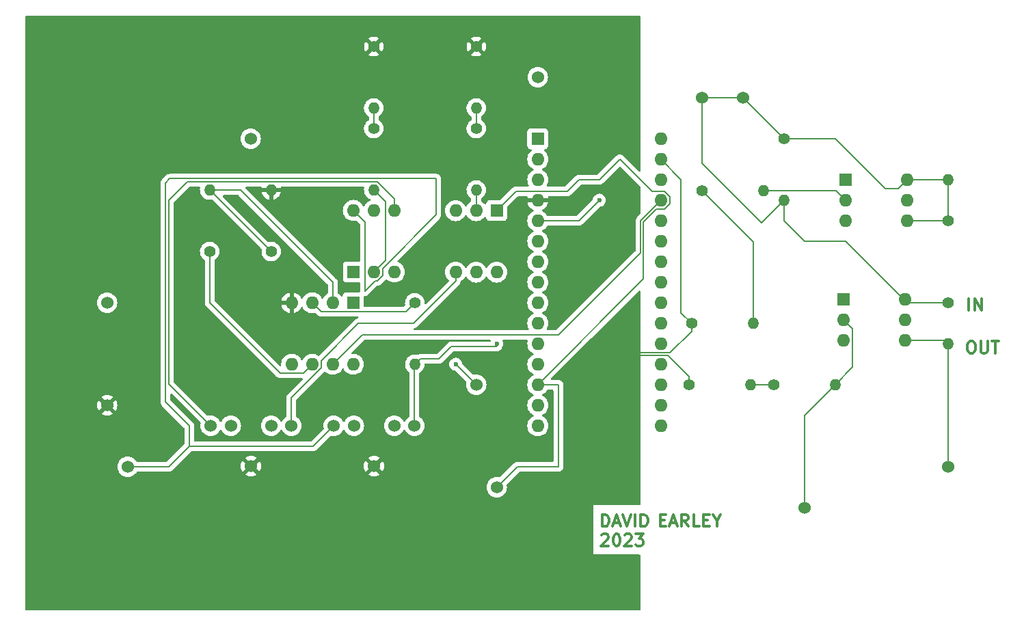
<source format=gbr>
%TF.GenerationSoftware,KiCad,Pcbnew,(7.0.0)*%
%TF.CreationDate,2023-09-29T18:22:51-04:00*%
%TF.ProjectId,Tinnitus Device 2,54696e6e-6974-4757-9320-446576696365,rev?*%
%TF.SameCoordinates,Original*%
%TF.FileFunction,Copper,L1,Top*%
%TF.FilePolarity,Positive*%
%FSLAX46Y46*%
G04 Gerber Fmt 4.6, Leading zero omitted, Abs format (unit mm)*
G04 Created by KiCad (PCBNEW (7.0.0)) date 2023-09-29 18:22:51*
%MOMM*%
%LPD*%
G01*
G04 APERTURE LIST*
%ADD10C,0.300000*%
%TA.AperFunction,NonConductor*%
%ADD11C,0.300000*%
%TD*%
%TA.AperFunction,ComponentPad*%
%ADD12R,1.600000X1.600000*%
%TD*%
%TA.AperFunction,ComponentPad*%
%ADD13O,1.600000X1.600000*%
%TD*%
%TA.AperFunction,ComponentPad*%
%ADD14C,1.400000*%
%TD*%
%TA.AperFunction,ComponentPad*%
%ADD15O,1.400000X1.400000*%
%TD*%
%TA.AperFunction,ComponentPad*%
%ADD16C,1.524000*%
%TD*%
%TA.AperFunction,ViaPad*%
%ADD17C,0.600000*%
%TD*%
%TA.AperFunction,Conductor*%
%ADD18C,0.200000*%
%TD*%
G04 APERTURE END LIST*
D10*
D11*
X142597142Y-114083571D02*
X142597142Y-112583571D01*
X142597142Y-112583571D02*
X142954285Y-112583571D01*
X142954285Y-112583571D02*
X143168571Y-112655000D01*
X143168571Y-112655000D02*
X143311428Y-112797857D01*
X143311428Y-112797857D02*
X143382857Y-112940714D01*
X143382857Y-112940714D02*
X143454285Y-113226428D01*
X143454285Y-113226428D02*
X143454285Y-113440714D01*
X143454285Y-113440714D02*
X143382857Y-113726428D01*
X143382857Y-113726428D02*
X143311428Y-113869285D01*
X143311428Y-113869285D02*
X143168571Y-114012142D01*
X143168571Y-114012142D02*
X142954285Y-114083571D01*
X142954285Y-114083571D02*
X142597142Y-114083571D01*
X144025714Y-113655000D02*
X144740000Y-113655000D01*
X143882857Y-114083571D02*
X144382857Y-112583571D01*
X144382857Y-112583571D02*
X144882857Y-114083571D01*
X145168571Y-112583571D02*
X145668571Y-114083571D01*
X145668571Y-114083571D02*
X146168571Y-112583571D01*
X146668570Y-114083571D02*
X146668570Y-112583571D01*
X147382856Y-114083571D02*
X147382856Y-112583571D01*
X147382856Y-112583571D02*
X147739999Y-112583571D01*
X147739999Y-112583571D02*
X147954285Y-112655000D01*
X147954285Y-112655000D02*
X148097142Y-112797857D01*
X148097142Y-112797857D02*
X148168571Y-112940714D01*
X148168571Y-112940714D02*
X148239999Y-113226428D01*
X148239999Y-113226428D02*
X148239999Y-113440714D01*
X148239999Y-113440714D02*
X148168571Y-113726428D01*
X148168571Y-113726428D02*
X148097142Y-113869285D01*
X148097142Y-113869285D02*
X147954285Y-114012142D01*
X147954285Y-114012142D02*
X147739999Y-114083571D01*
X147739999Y-114083571D02*
X147382856Y-114083571D01*
X149782856Y-113297857D02*
X150282856Y-113297857D01*
X150497142Y-114083571D02*
X149782856Y-114083571D01*
X149782856Y-114083571D02*
X149782856Y-112583571D01*
X149782856Y-112583571D02*
X150497142Y-112583571D01*
X151068571Y-113655000D02*
X151782857Y-113655000D01*
X150925714Y-114083571D02*
X151425714Y-112583571D01*
X151425714Y-112583571D02*
X151925714Y-114083571D01*
X153282856Y-114083571D02*
X152782856Y-113369285D01*
X152425713Y-114083571D02*
X152425713Y-112583571D01*
X152425713Y-112583571D02*
X152997142Y-112583571D01*
X152997142Y-112583571D02*
X153139999Y-112655000D01*
X153139999Y-112655000D02*
X153211428Y-112726428D01*
X153211428Y-112726428D02*
X153282856Y-112869285D01*
X153282856Y-112869285D02*
X153282856Y-113083571D01*
X153282856Y-113083571D02*
X153211428Y-113226428D01*
X153211428Y-113226428D02*
X153139999Y-113297857D01*
X153139999Y-113297857D02*
X152997142Y-113369285D01*
X152997142Y-113369285D02*
X152425713Y-113369285D01*
X154639999Y-114083571D02*
X153925713Y-114083571D01*
X153925713Y-114083571D02*
X153925713Y-112583571D01*
X155139999Y-113297857D02*
X155639999Y-113297857D01*
X155854285Y-114083571D02*
X155139999Y-114083571D01*
X155139999Y-114083571D02*
X155139999Y-112583571D01*
X155139999Y-112583571D02*
X155854285Y-112583571D01*
X156782857Y-113369285D02*
X156782857Y-114083571D01*
X156282857Y-112583571D02*
X156782857Y-113369285D01*
X156782857Y-113369285D02*
X157282857Y-112583571D01*
X142525714Y-115156428D02*
X142597142Y-115085000D01*
X142597142Y-115085000D02*
X142740000Y-115013571D01*
X142740000Y-115013571D02*
X143097142Y-115013571D01*
X143097142Y-115013571D02*
X143240000Y-115085000D01*
X143240000Y-115085000D02*
X143311428Y-115156428D01*
X143311428Y-115156428D02*
X143382857Y-115299285D01*
X143382857Y-115299285D02*
X143382857Y-115442142D01*
X143382857Y-115442142D02*
X143311428Y-115656428D01*
X143311428Y-115656428D02*
X142454285Y-116513571D01*
X142454285Y-116513571D02*
X143382857Y-116513571D01*
X144311428Y-115013571D02*
X144454285Y-115013571D01*
X144454285Y-115013571D02*
X144597142Y-115085000D01*
X144597142Y-115085000D02*
X144668571Y-115156428D01*
X144668571Y-115156428D02*
X144739999Y-115299285D01*
X144739999Y-115299285D02*
X144811428Y-115585000D01*
X144811428Y-115585000D02*
X144811428Y-115942142D01*
X144811428Y-115942142D02*
X144739999Y-116227857D01*
X144739999Y-116227857D02*
X144668571Y-116370714D01*
X144668571Y-116370714D02*
X144597142Y-116442142D01*
X144597142Y-116442142D02*
X144454285Y-116513571D01*
X144454285Y-116513571D02*
X144311428Y-116513571D01*
X144311428Y-116513571D02*
X144168571Y-116442142D01*
X144168571Y-116442142D02*
X144097142Y-116370714D01*
X144097142Y-116370714D02*
X144025713Y-116227857D01*
X144025713Y-116227857D02*
X143954285Y-115942142D01*
X143954285Y-115942142D02*
X143954285Y-115585000D01*
X143954285Y-115585000D02*
X144025713Y-115299285D01*
X144025713Y-115299285D02*
X144097142Y-115156428D01*
X144097142Y-115156428D02*
X144168571Y-115085000D01*
X144168571Y-115085000D02*
X144311428Y-115013571D01*
X145382856Y-115156428D02*
X145454284Y-115085000D01*
X145454284Y-115085000D02*
X145597142Y-115013571D01*
X145597142Y-115013571D02*
X145954284Y-115013571D01*
X145954284Y-115013571D02*
X146097142Y-115085000D01*
X146097142Y-115085000D02*
X146168570Y-115156428D01*
X146168570Y-115156428D02*
X146239999Y-115299285D01*
X146239999Y-115299285D02*
X146239999Y-115442142D01*
X146239999Y-115442142D02*
X146168570Y-115656428D01*
X146168570Y-115656428D02*
X145311427Y-116513571D01*
X145311427Y-116513571D02*
X146239999Y-116513571D01*
X146739998Y-115013571D02*
X147668570Y-115013571D01*
X147668570Y-115013571D02*
X147168570Y-115585000D01*
X147168570Y-115585000D02*
X147382855Y-115585000D01*
X147382855Y-115585000D02*
X147525713Y-115656428D01*
X147525713Y-115656428D02*
X147597141Y-115727857D01*
X147597141Y-115727857D02*
X147668570Y-115870714D01*
X147668570Y-115870714D02*
X147668570Y-116227857D01*
X147668570Y-116227857D02*
X147597141Y-116370714D01*
X147597141Y-116370714D02*
X147525713Y-116442142D01*
X147525713Y-116442142D02*
X147382855Y-116513571D01*
X147382855Y-116513571D02*
X146954284Y-116513571D01*
X146954284Y-116513571D02*
X146811427Y-116442142D01*
X146811427Y-116442142D02*
X146739998Y-116370714D01*
D10*
D11*
X188184441Y-91102757D02*
X188470155Y-91102757D01*
X188470155Y-91102757D02*
X188613012Y-91174186D01*
X188613012Y-91174186D02*
X188755869Y-91317043D01*
X188755869Y-91317043D02*
X188827298Y-91602757D01*
X188827298Y-91602757D02*
X188827298Y-92102757D01*
X188827298Y-92102757D02*
X188755869Y-92388471D01*
X188755869Y-92388471D02*
X188613012Y-92531328D01*
X188613012Y-92531328D02*
X188470155Y-92602757D01*
X188470155Y-92602757D02*
X188184441Y-92602757D01*
X188184441Y-92602757D02*
X188041584Y-92531328D01*
X188041584Y-92531328D02*
X187898726Y-92388471D01*
X187898726Y-92388471D02*
X187827298Y-92102757D01*
X187827298Y-92102757D02*
X187827298Y-91602757D01*
X187827298Y-91602757D02*
X187898726Y-91317043D01*
X187898726Y-91317043D02*
X188041584Y-91174186D01*
X188041584Y-91174186D02*
X188184441Y-91102757D01*
X189470155Y-91102757D02*
X189470155Y-92317043D01*
X189470155Y-92317043D02*
X189541584Y-92459900D01*
X189541584Y-92459900D02*
X189613013Y-92531328D01*
X189613013Y-92531328D02*
X189755870Y-92602757D01*
X189755870Y-92602757D02*
X190041584Y-92602757D01*
X190041584Y-92602757D02*
X190184441Y-92531328D01*
X190184441Y-92531328D02*
X190255870Y-92459900D01*
X190255870Y-92459900D02*
X190327298Y-92317043D01*
X190327298Y-92317043D02*
X190327298Y-91102757D01*
X190827299Y-91102757D02*
X191684442Y-91102757D01*
X191255870Y-92602757D02*
X191255870Y-91102757D01*
D10*
D11*
X187989964Y-87310912D02*
X187989964Y-85810912D01*
X188704250Y-87310912D02*
X188704250Y-85810912D01*
X188704250Y-85810912D02*
X189561393Y-87310912D01*
X189561393Y-87310912D02*
X189561393Y-85810912D01*
D12*
%TO.P,U1,1,NC*%
%TO.N,unconnected-(U1-NC-Pad1)*%
X111759999Y-86359999D03*
D13*
%TO.P,U1,2,-*%
%TO.N,Net-(U1--)*%
X109219999Y-86359999D03*
%TO.P,U1,3,+*%
%TO.N,Net-(U1-+)*%
X106679999Y-86359999D03*
%TO.P,U1,4,V-*%
%TO.N,GND*%
X104139999Y-86359999D03*
%TO.P,U1,5,NC*%
%TO.N,unconnected-(U1-NC-Pad5)*%
X104139999Y-93979999D03*
%TO.P,U1,6*%
%TO.N,Net-(A1-A0)*%
X106679999Y-93979999D03*
%TO.P,U1,7,V+*%
%TO.N,+5V*%
X109219999Y-93979999D03*
%TO.P,U1,8,NC*%
%TO.N,unconnected-(U1-NC-Pad8)*%
X111759999Y-93979999D03*
%TD*%
D14*
%TO.P,RG1,1*%
%TO.N,Net-(U1--)*%
X101600000Y-80010000D03*
D15*
%TO.P,RG1,2*%
%TO.N,GND*%
X101599999Y-72389999D03*
%TD*%
D14*
%TO.P,RF1,1*%
%TO.N,Net-(A1-A0)*%
X93980000Y-80010000D03*
D15*
%TO.P,RF1,2*%
%TO.N,Net-(U1--)*%
X93979999Y-72389999D03*
%TD*%
%TO.P,R6,2*%
%TO.N,Net-(D4-K)*%
X161289999Y-88899999D03*
D14*
%TO.P,R6,1*%
%TO.N,GND*%
X153670000Y-88900000D03*
%TD*%
%TO.P,R5,1*%
%TO.N,GND*%
X114300000Y-54610000D03*
D15*
%TO.P,R5,2*%
%TO.N,Net-(D2-K)*%
X114299999Y-62229999D03*
%TD*%
D14*
%TO.P,R4,1*%
%TO.N,GND*%
X127000000Y-54610000D03*
D15*
%TO.P,R4,2*%
%TO.N,Net-(D1-K)*%
X126999999Y-62229999D03*
%TD*%
D14*
%TO.P,R3,1*%
%TO.N,GND*%
X153370000Y-96520000D03*
D15*
%TO.P,R3,2*%
%TO.N,Net-(D3-K)*%
X160989999Y-96519999D03*
%TD*%
D14*
%TO.P,R2,1*%
%TO.N,/OPTIONAL*%
X165100000Y-66040000D03*
D15*
%TO.P,R2,2*%
X165099999Y-73659999D03*
%TD*%
D14*
%TO.P,R1,1*%
%TO.N,Net-(U1-+)*%
X119380000Y-86360000D03*
D15*
%TO.P,R1,2*%
%TO.N,Net-(K2-S1)*%
X119379999Y-93979999D03*
%TD*%
D12*
%TO.P,K4,1,A*%
%TO.N,D3*%
X172719999Y-71134999D03*
D13*
%TO.P,K4,2,K*%
%TO.N,Net-(D4-A)*%
X172719999Y-73674999D03*
%TO.P,K4,3,NC*%
%TO.N,unconnected-(K4-NC-Pad3)*%
X172719999Y-76214999D03*
%TO.P,K4,4,S2*%
%TO.N,/OPTIONAL*%
X180339999Y-76214999D03*
%TO.P,K4,5,DC*%
%TO.N,unconnected-(K4-DC-Pad5)*%
X180339999Y-73674999D03*
%TO.P,K4,6,S1*%
%TO.N,/OPTIONAL*%
X180339999Y-71134999D03*
%TD*%
D12*
%TO.P,K3,1,A*%
%TO.N,Net-(A1-D9)*%
X111774999Y-82539999D03*
D13*
%TO.P,K3,2,K*%
%TO.N,Net-(D2-A)*%
X114314999Y-82539999D03*
%TO.P,K3,3,NC*%
%TO.N,unconnected-(K3-NC-Pad3)*%
X116854999Y-82539999D03*
%TO.P,K3,4,S2*%
%TO.N,Net-(K3-S2)*%
X116854999Y-74919999D03*
%TO.P,K3,5,DC*%
%TO.N,unconnected-(K3-DC-Pad5)*%
X114314999Y-74919999D03*
%TO.P,K3,6,S1*%
%TO.N,Net-(K3-S1)*%
X111774999Y-74919999D03*
%TD*%
D12*
%TO.P,K2,1,A*%
%TO.N,Net-(A1-D10)*%
X129524999Y-74939999D03*
D13*
%TO.P,K2,2,K*%
%TO.N,Net-(D1-A)*%
X126984999Y-74939999D03*
%TO.P,K2,3,NC*%
%TO.N,unconnected-(K2-NC-Pad3)*%
X124444999Y-74939999D03*
%TO.P,K2,4,S2*%
%TO.N,Net-(K2-S2)*%
X124444999Y-82559999D03*
%TO.P,K2,5,DC*%
%TO.N,unconnected-(K2-DC-Pad5)*%
X126984999Y-82559999D03*
%TO.P,K2,6,S1*%
%TO.N,Net-(K2-S1)*%
X129524999Y-82559999D03*
%TD*%
D12*
%TO.P,K1,1,A*%
%TO.N,Net-(A1-D2)*%
X172519222Y-85933489D03*
D13*
%TO.P,K1,2,K*%
%TO.N,Net-(D3-A)*%
X172519222Y-88473489D03*
%TO.P,K1,3,NC*%
%TO.N,unconnected-(K1-NC-Pad3)*%
X172519222Y-91013489D03*
%TO.P,K1,4,S2*%
%TO.N,Net-(J2-Pin_2)*%
X180139222Y-91013489D03*
%TO.P,K1,5,DC*%
%TO.N,unconnected-(K1-DC-Pad5)*%
X180139222Y-88473489D03*
%TO.P,K1,6,S1*%
%TO.N,/OPTIONAL*%
X180139222Y-85933489D03*
%TD*%
D14*
%TO.P,J4,1,Pin_1*%
%TO.N,/OPTIONAL*%
X185420000Y-76200000D03*
D15*
%TO.P,J4,2,Pin_2*%
X185419999Y-71119999D03*
%TD*%
D16*
%TO.P,J3,3*%
%TO.N,N/C*%
X96600000Y-101600000D03*
%TO.P,J3,4*%
X101600000Y-101600000D03*
%TO.P,J3,R*%
%TO.N,Net-(K3-S2)*%
X94100000Y-101600000D03*
%TO.P,J3,S*%
%TO.N,GND*%
X99100000Y-106600000D03*
%TO.P,J3,T*%
%TO.N,Net-(K2-S2)*%
X104100000Y-101600000D03*
%TD*%
D14*
%TO.P,J2,1,Pin_1*%
%TO.N,/OPTIONAL*%
X185420000Y-86360000D03*
D15*
%TO.P,J2,2,Pin_2*%
%TO.N,Net-(J2-Pin_2)*%
X185419999Y-91439999D03*
%TD*%
D16*
%TO.P,J1,T*%
%TO.N,Net-(K2-S1)*%
X119340000Y-101600000D03*
%TO.P,J1,S*%
%TO.N,GND*%
X114340000Y-106600000D03*
%TO.P,J1,R*%
%TO.N,Net-(K3-S1)*%
X109340000Y-101600000D03*
%TO.P,J1,4*%
%TO.N,N/C*%
X116840000Y-101600000D03*
%TO.P,J1,3*%
X111840000Y-101600000D03*
%TD*%
%TO.P,H11,1,1*%
%TO.N,/OPTIONAL*%
X160020000Y-60960000D03*
%TD*%
%TO.P,H10,1,1*%
%TO.N,Net-(A1-D2)*%
X99060000Y-66040000D03*
%TD*%
%TO.P,H9,1,1*%
%TO.N,Net-(K2-S1)*%
X81280000Y-86360000D03*
%TD*%
%TO.P,H8,1,1*%
%TO.N,Net-(K3-S1)*%
X83820000Y-106680000D03*
%TD*%
%TO.P,H7,1,1*%
%TO.N,Net-(A1-D10)*%
X129540000Y-109220000D03*
%TD*%
%TO.P,H6,1,1*%
%TO.N,Net-(A1-D9)*%
X127000000Y-96520000D03*
%TD*%
%TO.P,H5,1,1*%
%TO.N,GND*%
X81280000Y-99060000D03*
%TD*%
%TO.P,H4,1,1*%
%TO.N,Net-(D3-A)*%
X167640000Y-111760000D03*
%TD*%
%TO.P,H3,1,1*%
%TO.N,Net-(J2-Pin_2)*%
X185420000Y-106680000D03*
%TD*%
%TO.P,H2,1,1*%
%TO.N,/OPTIONAL*%
X154940000Y-60960000D03*
%TD*%
%TO.P,H1,1,1*%
%TO.N,Net-(A1-D2)*%
X134620000Y-58420000D03*
%TD*%
D14*
%TO.P,D4,1,K*%
%TO.N,Net-(D4-K)*%
X154940000Y-72480000D03*
D15*
%TO.P,D4,2,A*%
%TO.N,Net-(D4-A)*%
X162559999Y-72479999D03*
%TD*%
D14*
%TO.P,D3,1,K*%
%TO.N,Net-(D3-K)*%
X163830000Y-96520000D03*
D15*
%TO.P,D3,2,A*%
%TO.N,Net-(D3-A)*%
X171449999Y-96519999D03*
%TD*%
D14*
%TO.P,D2,1,K*%
%TO.N,Net-(D2-K)*%
X114300000Y-64770000D03*
D15*
%TO.P,D2,2,A*%
%TO.N,Net-(D2-A)*%
X114299999Y-72389999D03*
%TD*%
D14*
%TO.P,D1,1,K*%
%TO.N,Net-(D1-K)*%
X127000000Y-64770000D03*
D15*
%TO.P,D1,2,A*%
%TO.N,Net-(D1-A)*%
X126999999Y-72389999D03*
%TD*%
D12*
%TO.P,A1,1,TX1*%
%TO.N,unconnected-(A1-TX1-Pad1)*%
X134619999Y-66039999D03*
D13*
%TO.P,A1,2,RX1*%
%TO.N,unconnected-(A1-RX1-Pad2)*%
X134619999Y-68579999D03*
%TO.P,A1,3,~{RESET}*%
%TO.N,unconnected-(A1-~{RESET}-Pad3)*%
X134619999Y-71119999D03*
%TO.P,A1,4,GND*%
%TO.N,GND*%
X134619999Y-73659999D03*
%TO.P,A1,5,D2*%
%TO.N,Net-(A1-D2)*%
X134619999Y-76199999D03*
%TO.P,A1,6,D3*%
%TO.N,D3*%
X134619999Y-78739999D03*
%TO.P,A1,7,D4*%
%TO.N,unconnected-(A1-D4-Pad7)*%
X134619999Y-81279999D03*
%TO.P,A1,8,D5*%
%TO.N,unconnected-(A1-D5-Pad8)*%
X134619999Y-83819999D03*
%TO.P,A1,9,D6*%
%TO.N,unconnected-(A1-D6-Pad9)*%
X134619999Y-86359999D03*
%TO.P,A1,10,D7*%
%TO.N,unconnected-(A1-D7-Pad10)*%
X134619999Y-88899999D03*
%TO.P,A1,11,D8*%
%TO.N,unconnected-(A1-D8-Pad11)*%
X134619999Y-91439999D03*
%TO.P,A1,12,D9*%
%TO.N,Net-(A1-D9)*%
X134619999Y-93979999D03*
%TO.P,A1,13,D10*%
%TO.N,Net-(A1-D10)*%
X134619999Y-96519999D03*
%TO.P,A1,14,MOSI*%
%TO.N,unconnected-(A1-MOSI-Pad14)*%
X134619999Y-99059999D03*
%TO.P,A1,15,MISO*%
%TO.N,unconnected-(A1-MISO-Pad15)*%
X134619999Y-101599999D03*
%TO.P,A1,16,SCK*%
%TO.N,unconnected-(A1-SCK-Pad16)*%
X149859999Y-101599999D03*
%TO.P,A1,17,3V3*%
%TO.N,+3.3V*%
X149859999Y-99059999D03*
%TO.P,A1,18,AREF*%
%TO.N,unconnected-(A1-AREF-Pad18)*%
X149859999Y-96519999D03*
%TO.P,A1,19,A0*%
%TO.N,Net-(A1-A0)*%
X149859999Y-93979999D03*
%TO.P,A1,20,A1*%
%TO.N,unconnected-(A1-A1-Pad20)*%
X149859999Y-91439999D03*
%TO.P,A1,21,A2*%
%TO.N,unconnected-(A1-A2-Pad21)*%
X149859999Y-88899999D03*
%TO.P,A1,22,A3*%
%TO.N,unconnected-(A1-A3-Pad22)*%
X149859999Y-86359999D03*
%TO.P,A1,23,SDA/A4*%
%TO.N,unconnected-(A1-SDA{slash}A4-Pad23)*%
X149859999Y-83819999D03*
%TO.P,A1,24,SCL/A5*%
%TO.N,unconnected-(A1-SCL{slash}A5-Pad24)*%
X149859999Y-81279999D03*
%TO.P,A1,25,A6*%
%TO.N,unconnected-(A1-A6-Pad25)*%
X149859999Y-78739999D03*
%TO.P,A1,26,A7*%
%TO.N,unconnected-(A1-A7-Pad26)*%
X149859999Y-76199999D03*
%TO.P,A1,27,+5V*%
%TO.N,+5V*%
X149859999Y-73659999D03*
%TO.P,A1,28,~{RESET}*%
%TO.N,unconnected-(A1-~{RESET}-Pad28)*%
X149859999Y-71119999D03*
%TO.P,A1,29,GND*%
%TO.N,GND*%
X149859999Y-68579999D03*
%TO.P,A1,30,VIN*%
%TO.N,unconnected-(A1-VIN-Pad30)*%
X149859999Y-66039999D03*
%TD*%
D17*
%TO.N,Net-(K2-S1)*%
X129540000Y-91440000D03*
%TO.N,Net-(A1-D9)*%
X124460000Y-93980000D03*
%TO.N,Net-(A1-D2)*%
X142240000Y-73660000D03*
%TD*%
D18*
%TO.N,GND*%
X146220000Y-92880000D02*
X150719949Y-92880000D01*
X145880000Y-92540000D02*
X146220000Y-92880000D01*
X150719949Y-92880000D02*
X153370000Y-95530051D01*
X151019949Y-92540000D02*
X145880000Y-92540000D01*
X153370000Y-95530051D02*
X153370000Y-96520000D01*
X153670000Y-89889949D02*
X151019949Y-92540000D01*
X153670000Y-88900000D02*
X153670000Y-89889949D01*
%TO.N,/OPTIONAL*%
X180340000Y-86360000D02*
X185420000Y-86360000D01*
X172720000Y-78740000D02*
X180340000Y-86360000D01*
X167640000Y-78740000D02*
X172720000Y-78740000D01*
X165100000Y-76200000D02*
X167640000Y-78740000D01*
X165100000Y-73660000D02*
X165100000Y-76200000D01*
%TO.N,Net-(K2-S1)*%
X129540000Y-91440000D02*
X129580550Y-91727354D01*
X123862925Y-91808455D02*
X129499449Y-91808455D01*
X122391380Y-93280000D02*
X123862925Y-91808455D01*
X129499449Y-91808455D02*
X129540000Y-91440000D01*
X120080000Y-93280000D02*
X122391380Y-93280000D01*
X119380000Y-93980000D02*
X120080000Y-93280000D01*
%TO.N,Net-(A1-D9)*%
X124460000Y-93980000D02*
X127000000Y-96520000D01*
%TO.N,Net-(J2-Pin_2)*%
X180139223Y-91013490D02*
X184993490Y-91013490D01*
X184993490Y-91013490D02*
X185420000Y-91440000D01*
%TO.N,Net-(D3-A)*%
X173619223Y-89573490D02*
X172519223Y-88473490D01*
X173619223Y-94350777D02*
X173619223Y-89573490D01*
X171450000Y-96520000D02*
X173619223Y-94350777D01*
%TO.N,Net-(J2-Pin_2)*%
X185420000Y-106680000D02*
X185420000Y-91440000D01*
%TO.N,Net-(D4-A)*%
X171525000Y-72480000D02*
X172720000Y-73675000D01*
X162560000Y-72480000D02*
X171525000Y-72480000D01*
%TO.N,Net-(K3-S1)*%
X91440000Y-104140000D02*
X106800000Y-104140000D01*
X109340000Y-101600000D02*
X106800000Y-104140000D01*
%TO.N,Net-(A1-D10)*%
X147720000Y-83420000D02*
X134620000Y-96520000D01*
X147720000Y-76365686D02*
X147720000Y-83420000D01*
X149325686Y-74760000D02*
X147720000Y-76365686D01*
X150960000Y-74115635D02*
X150315635Y-74760000D01*
X150960000Y-73204365D02*
X150960000Y-74115635D01*
X144780000Y-68580000D02*
X148760000Y-72560000D01*
X139700000Y-71120000D02*
X142240000Y-71120000D01*
X138260000Y-72560000D02*
X139700000Y-71120000D01*
X142240000Y-71120000D02*
X144780000Y-68580000D01*
X131905000Y-72560000D02*
X138260000Y-72560000D01*
X150315635Y-74760000D02*
X149325686Y-74760000D01*
X148760000Y-72560000D02*
X150315635Y-72560000D01*
X129525000Y-74940000D02*
X131905000Y-72560000D01*
X150315635Y-72560000D02*
X150960000Y-73204365D01*
%TO.N,Net-(A1-D2)*%
X139700000Y-76200000D02*
X134620000Y-76200000D01*
X142240000Y-73660000D02*
X139700000Y-76200000D01*
%TO.N,/OPTIONAL*%
X162321079Y-76438921D02*
X165100000Y-73660000D01*
X154940000Y-69057842D02*
X162321079Y-76438921D01*
X154940000Y-60960000D02*
X154940000Y-69057842D01*
X154940000Y-60960000D02*
X160020000Y-60960000D01*
X165100000Y-66040000D02*
X160020000Y-60960000D01*
%TO.N,Net-(D3-A)*%
X167640000Y-100330000D02*
X167640000Y-111760000D01*
X171450000Y-96520000D02*
X167640000Y-100330000D01*
%TO.N,Net-(K3-S1)*%
X113215000Y-76360000D02*
X111775000Y-74920000D01*
X113215000Y-84905000D02*
X113215000Y-76360000D01*
X114480000Y-83640000D02*
X113215000Y-84905000D01*
X114770635Y-83640000D02*
X114480000Y-83640000D01*
X89030000Y-70990000D02*
X122050635Y-70990000D01*
X115415000Y-82084365D02*
X115415000Y-82995635D01*
X88500000Y-71520000D02*
X89030000Y-70990000D01*
X88500000Y-98660000D02*
X88500000Y-71520000D01*
X115415000Y-82995635D02*
X114770635Y-83640000D01*
X122050635Y-70990000D02*
X122050635Y-75448730D01*
X91440000Y-101600000D02*
X88500000Y-98660000D01*
X122050635Y-75448730D02*
X115415000Y-82084365D01*
X91440000Y-104140000D02*
X91440000Y-101600000D01*
X88900000Y-106680000D02*
X91440000Y-104140000D01*
X83820000Y-106680000D02*
X88900000Y-106680000D01*
%TO.N,Net-(A1-D10)*%
X137160000Y-106680000D02*
X137160000Y-96520000D01*
X132080000Y-106680000D02*
X137160000Y-106680000D01*
X129540000Y-109220000D02*
X132080000Y-106680000D01*
X137160000Y-96520000D02*
X134620000Y-96520000D01*
%TO.N,Net-(D4-K)*%
X161290000Y-78830000D02*
X161290000Y-88900000D01*
X154940000Y-72480000D02*
X161290000Y-78830000D01*
%TO.N,GND*%
X152370000Y-71090000D02*
X149860000Y-68580000D01*
X152370000Y-87600000D02*
X152370000Y-71090000D01*
X153670000Y-88900000D02*
X152370000Y-87600000D01*
%TO.N,/OPTIONAL*%
X179240000Y-72235000D02*
X180340000Y-71135000D01*
X177645000Y-72235000D02*
X179240000Y-72235000D01*
X171450000Y-66040000D02*
X177645000Y-72235000D01*
X165100000Y-66040000D02*
X171450000Y-66040000D01*
X180355000Y-76200000D02*
X180340000Y-76215000D01*
X185420000Y-76200000D02*
X180355000Y-76200000D01*
X185420000Y-71120000D02*
X185420000Y-76200000D01*
X180340000Y-71135000D02*
X185405000Y-71135000D01*
X185405000Y-71135000D02*
X185420000Y-71120000D01*
%TO.N,Net-(D3-K)*%
X160990000Y-96520000D02*
X163830000Y-96520000D01*
%TO.N,Net-(K2-S2)*%
X104100000Y-98115635D02*
X104100000Y-101600000D01*
X107780000Y-94435635D02*
X104100000Y-98115635D01*
X112404365Y-88900000D02*
X107780000Y-93524365D01*
X124445000Y-83691370D02*
X119236370Y-88900000D01*
X119236370Y-88900000D02*
X112404365Y-88900000D01*
X124445000Y-82560000D02*
X124445000Y-83691370D01*
X107780000Y-93524365D02*
X107780000Y-94435635D01*
%TO.N,Net-(K3-S2)*%
X114714214Y-71390000D02*
X91170000Y-71390000D01*
X116855000Y-73530786D02*
X114714214Y-71390000D01*
X91170000Y-71390000D02*
X88900000Y-73660000D01*
X116855000Y-74920000D02*
X116855000Y-73530786D01*
X88900000Y-73660000D02*
X88900000Y-96400000D01*
X88900000Y-96400000D02*
X94100000Y-101600000D01*
%TO.N,Net-(D2-A)*%
X115755000Y-81100000D02*
X114315000Y-82540000D01*
X115755000Y-73845000D02*
X115755000Y-81100000D01*
X114300000Y-72390000D02*
X115755000Y-73845000D01*
%TO.N,Net-(D2-K)*%
X114300000Y-64770000D02*
X114300000Y-62230000D01*
%TO.N,Net-(D1-K)*%
X127000000Y-64770000D02*
X127000000Y-62230000D01*
%TO.N,Net-(D1-A)*%
X126985000Y-74940000D02*
X126985000Y-72405000D01*
X126985000Y-72405000D02*
X127000000Y-72390000D01*
%TO.N,Net-(U1--)*%
X109220000Y-83820000D02*
X109220000Y-86360000D01*
X97790000Y-72390000D02*
X109220000Y-83820000D01*
X93980000Y-72390000D02*
X97790000Y-72390000D01*
X101600000Y-80010000D02*
X93980000Y-72390000D01*
%TO.N,Net-(A1-A0)*%
X93980000Y-86360000D02*
X93980000Y-80010000D01*
X105580000Y-95080000D02*
X102700000Y-95080000D01*
X102700000Y-95080000D02*
X93980000Y-86360000D01*
X106680000Y-93980000D02*
X105580000Y-95080000D01*
%TO.N,+5V*%
X147320000Y-76200000D02*
X149860000Y-73660000D01*
X147320000Y-80180000D02*
X147320000Y-76200000D01*
X137160000Y-90340000D02*
X147320000Y-80180000D01*
X112860000Y-90340000D02*
X137160000Y-90340000D01*
X109220000Y-93980000D02*
X112860000Y-90340000D01*
%TO.N,Net-(U1-+)*%
X107780000Y-87460000D02*
X106680000Y-86360000D01*
X119380000Y-86360000D02*
X118280000Y-87460000D01*
X118280000Y-87460000D02*
X107780000Y-87460000D01*
%TO.N,Net-(K2-S1)*%
X119340000Y-94020000D02*
X119380000Y-93980000D01*
X119340000Y-101600000D02*
X119340000Y-94020000D01*
%TD*%
%TA.AperFunction,Conductor*%
%TO.N,GND*%
G36*
X147258000Y-50816613D02*
G01*
X147303387Y-50862000D01*
X147320000Y-50924000D01*
X147320000Y-69971403D01*
X147306485Y-70027698D01*
X147268885Y-70071721D01*
X147215398Y-70093876D01*
X147157682Y-70089334D01*
X147108319Y-70059084D01*
X145238199Y-68188964D01*
X145227504Y-68176769D01*
X145213228Y-68158164D01*
X145208282Y-68151718D01*
X145191363Y-68138736D01*
X145089288Y-68060411D01*
X145082841Y-68055464D01*
X145075333Y-68052354D01*
X144944271Y-67998066D01*
X144944268Y-67998065D01*
X144936762Y-67994956D01*
X144928708Y-67993895D01*
X144928702Y-67993894D01*
X144788059Y-67975379D01*
X144780000Y-67974318D01*
X144771941Y-67975379D01*
X144631297Y-67993894D01*
X144631289Y-67993896D01*
X144623238Y-67994956D01*
X144615733Y-67998064D01*
X144615728Y-67998066D01*
X144484666Y-68052354D01*
X144484662Y-68052355D01*
X144477159Y-68055464D01*
X144470714Y-68060408D01*
X144470711Y-68060411D01*
X144358163Y-68146772D01*
X144358160Y-68146774D01*
X144351718Y-68151718D01*
X144346773Y-68158161D01*
X144346770Y-68158165D01*
X144332493Y-68176770D01*
X144321801Y-68188961D01*
X142027584Y-70483181D01*
X141987356Y-70510061D01*
X141939903Y-70519500D01*
X139747494Y-70519500D01*
X139731308Y-70518439D01*
X139708059Y-70515378D01*
X139700000Y-70514317D01*
X139691941Y-70515378D01*
X139558060Y-70533003D01*
X139558057Y-70533003D01*
X139543238Y-70534955D01*
X139543238Y-70534956D01*
X139529511Y-70540641D01*
X139529510Y-70540642D01*
X139404666Y-70592354D01*
X139404662Y-70592355D01*
X139397159Y-70595464D01*
X139390714Y-70600408D01*
X139390711Y-70600411D01*
X139278164Y-70686771D01*
X139278160Y-70686774D01*
X139271718Y-70691718D01*
X139266774Y-70698160D01*
X139266771Y-70698164D01*
X139252494Y-70716771D01*
X139241800Y-70728964D01*
X138047584Y-71923181D01*
X138007356Y-71950061D01*
X137959903Y-71959500D01*
X135856968Y-71959500D01*
X135794968Y-71942887D01*
X135749581Y-71897500D01*
X135732968Y-71835500D01*
X135749301Y-71774543D01*
X135750568Y-71772734D01*
X135846739Y-71566496D01*
X135905635Y-71346692D01*
X135925468Y-71120000D01*
X135905635Y-70893308D01*
X135846739Y-70673504D01*
X135750568Y-70467266D01*
X135620047Y-70280861D01*
X135459139Y-70119953D01*
X135272734Y-69989432D01*
X135214724Y-69962381D01*
X135162549Y-69916625D01*
X135143130Y-69850000D01*
X135162549Y-69783375D01*
X135214725Y-69737618D01*
X135272734Y-69710568D01*
X135459139Y-69580047D01*
X135620047Y-69419139D01*
X135750568Y-69232734D01*
X135846739Y-69026496D01*
X135905635Y-68806692D01*
X135925468Y-68580000D01*
X135905635Y-68353308D01*
X135846739Y-68133504D01*
X135750568Y-67927266D01*
X135620047Y-67740861D01*
X135459139Y-67579953D01*
X135434535Y-67562725D01*
X135395398Y-67517883D01*
X135381665Y-67459969D01*
X135396499Y-67402328D01*
X135436485Y-67358239D01*
X135492406Y-67337861D01*
X135527483Y-67334091D01*
X135662331Y-67283796D01*
X135777546Y-67197546D01*
X135863796Y-67082331D01*
X135914091Y-66947483D01*
X135920500Y-66887873D01*
X135920499Y-65192128D01*
X135914091Y-65132517D01*
X135863796Y-64997669D01*
X135777546Y-64882454D01*
X135731127Y-64847705D01*
X135669431Y-64801519D01*
X135669430Y-64801518D01*
X135662331Y-64796204D01*
X135527483Y-64745909D01*
X135519770Y-64745079D01*
X135519767Y-64745079D01*
X135471180Y-64739855D01*
X135471169Y-64739854D01*
X135467873Y-64739500D01*
X135464550Y-64739500D01*
X133775439Y-64739500D01*
X133775420Y-64739500D01*
X133772128Y-64739501D01*
X133768850Y-64739853D01*
X133768838Y-64739854D01*
X133720231Y-64745079D01*
X133720225Y-64745080D01*
X133712517Y-64745909D01*
X133705252Y-64748618D01*
X133705246Y-64748620D01*
X133585980Y-64793104D01*
X133585978Y-64793104D01*
X133577669Y-64796204D01*
X133570572Y-64801516D01*
X133570568Y-64801519D01*
X133469550Y-64877141D01*
X133469546Y-64877144D01*
X133462454Y-64882454D01*
X133457144Y-64889546D01*
X133457141Y-64889550D01*
X133381519Y-64990568D01*
X133381516Y-64990572D01*
X133376204Y-64997669D01*
X133373104Y-65005978D01*
X133373104Y-65005980D01*
X133328620Y-65125247D01*
X133328619Y-65125250D01*
X133325909Y-65132517D01*
X133325079Y-65140227D01*
X133325079Y-65140232D01*
X133319855Y-65188819D01*
X133319854Y-65188831D01*
X133319500Y-65192127D01*
X133319500Y-65195448D01*
X133319500Y-65195449D01*
X133319500Y-66884560D01*
X133319500Y-66884578D01*
X133319501Y-66887872D01*
X133319853Y-66891150D01*
X133319854Y-66891161D01*
X133325079Y-66939768D01*
X133325080Y-66939773D01*
X133325909Y-66947483D01*
X133328619Y-66954749D01*
X133328620Y-66954753D01*
X133348106Y-67006996D01*
X133376204Y-67082331D01*
X133381518Y-67089430D01*
X133381519Y-67089431D01*
X133415204Y-67134429D01*
X133462454Y-67197546D01*
X133577669Y-67283796D01*
X133712517Y-67334091D01*
X133747599Y-67337862D01*
X133803516Y-67358240D01*
X133843500Y-67402328D01*
X133858334Y-67459969D01*
X133844601Y-67517882D01*
X133805464Y-67562725D01*
X133780861Y-67579953D01*
X133777037Y-67583776D01*
X133777031Y-67583782D01*
X133623782Y-67737031D01*
X133623776Y-67737037D01*
X133619953Y-67740861D01*
X133616850Y-67745291D01*
X133616847Y-67745296D01*
X133492540Y-67922826D01*
X133492535Y-67922833D01*
X133489432Y-67927266D01*
X133487144Y-67932172D01*
X133487142Y-67932176D01*
X133395550Y-68128594D01*
X133395547Y-68128599D01*
X133393261Y-68133504D01*
X133391862Y-68138724D01*
X133391858Y-68138736D01*
X133335764Y-68348083D01*
X133335762Y-68348094D01*
X133334365Y-68353308D01*
X133314532Y-68580000D01*
X133334365Y-68806692D01*
X133335762Y-68811907D01*
X133335764Y-68811916D01*
X133391858Y-69021263D01*
X133391861Y-69021271D01*
X133393261Y-69026496D01*
X133489432Y-69232734D01*
X133619953Y-69419139D01*
X133780861Y-69580047D01*
X133967266Y-69710568D01*
X134025276Y-69737618D01*
X134077449Y-69783373D01*
X134096869Y-69849997D01*
X134077451Y-69916622D01*
X134025276Y-69962380D01*
X133972178Y-69987141D01*
X133972173Y-69987143D01*
X133967266Y-69989432D01*
X133962833Y-69992535D01*
X133962826Y-69992540D01*
X133785296Y-70116847D01*
X133785291Y-70116850D01*
X133780861Y-70119953D01*
X133777037Y-70123776D01*
X133777031Y-70123782D01*
X133623782Y-70277031D01*
X133623776Y-70277037D01*
X133619953Y-70280861D01*
X133616850Y-70285291D01*
X133616847Y-70285296D01*
X133492540Y-70462826D01*
X133492535Y-70462833D01*
X133489432Y-70467266D01*
X133487144Y-70472172D01*
X133487142Y-70472176D01*
X133395550Y-70668594D01*
X133395547Y-70668599D01*
X133393261Y-70673504D01*
X133391862Y-70678724D01*
X133391858Y-70678736D01*
X133335764Y-70888083D01*
X133335762Y-70888094D01*
X133334365Y-70893308D01*
X133333893Y-70898693D01*
X133333893Y-70898698D01*
X133325200Y-70998059D01*
X133314532Y-71120000D01*
X133315004Y-71125395D01*
X133331484Y-71313771D01*
X133334365Y-71346692D01*
X133335762Y-71351907D01*
X133335764Y-71351916D01*
X133391858Y-71561263D01*
X133391861Y-71561271D01*
X133393261Y-71566496D01*
X133395549Y-71571403D01*
X133395550Y-71571405D01*
X133412201Y-71607113D01*
X133489432Y-71772734D01*
X133490698Y-71774543D01*
X133507032Y-71835500D01*
X133490419Y-71897500D01*
X133445032Y-71942887D01*
X133383032Y-71959500D01*
X131952487Y-71959500D01*
X131936302Y-71958439D01*
X131913059Y-71955379D01*
X131905000Y-71954318D01*
X131896941Y-71955379D01*
X131865639Y-71959500D01*
X131756297Y-71973894D01*
X131756289Y-71973896D01*
X131748238Y-71974956D01*
X131740733Y-71978064D01*
X131740728Y-71978066D01*
X131609666Y-72032354D01*
X131609662Y-72032355D01*
X131602159Y-72035464D01*
X131595714Y-72040408D01*
X131595711Y-72040411D01*
X131483164Y-72126771D01*
X131483160Y-72126774D01*
X131476718Y-72131718D01*
X131471774Y-72138160D01*
X131471771Y-72138164D01*
X131457494Y-72156771D01*
X131446800Y-72168964D01*
X130012582Y-73603181D01*
X129972354Y-73630061D01*
X129924901Y-73639500D01*
X128680439Y-73639500D01*
X128680420Y-73639500D01*
X128677128Y-73639501D01*
X128673850Y-73639853D01*
X128673838Y-73639854D01*
X128625231Y-73645079D01*
X128625225Y-73645080D01*
X128617517Y-73645909D01*
X128610252Y-73648618D01*
X128610246Y-73648620D01*
X128490980Y-73693104D01*
X128490978Y-73693104D01*
X128482669Y-73696204D01*
X128475572Y-73701516D01*
X128475568Y-73701519D01*
X128374550Y-73777141D01*
X128374546Y-73777144D01*
X128367454Y-73782454D01*
X128362144Y-73789546D01*
X128362141Y-73789550D01*
X128286519Y-73890568D01*
X128286516Y-73890572D01*
X128281204Y-73897669D01*
X128278104Y-73905978D01*
X128278104Y-73905980D01*
X128233620Y-74025247D01*
X128233619Y-74025250D01*
X128230909Y-74032517D01*
X128230079Y-74040227D01*
X128230079Y-74040232D01*
X128227137Y-74067597D01*
X128206757Y-74123518D01*
X128162668Y-74163501D01*
X128105027Y-74178334D01*
X128047114Y-74164600D01*
X128002273Y-74125463D01*
X127985047Y-74100861D01*
X127824139Y-73939953D01*
X127670442Y-73832334D01*
X127638377Y-73809882D01*
X127599511Y-73765564D01*
X127585500Y-73708307D01*
X127585500Y-73508533D01*
X127601171Y-73448194D01*
X127644223Y-73403106D01*
X127703321Y-73366514D01*
X127726562Y-73352124D01*
X127890981Y-73202236D01*
X128025058Y-73024689D01*
X128124229Y-72825528D01*
X128185115Y-72611536D01*
X128205643Y-72390000D01*
X128185115Y-72168464D01*
X128124229Y-71954472D01*
X128025058Y-71755311D01*
X128005898Y-71729939D01*
X127894438Y-71582341D01*
X127894434Y-71582337D01*
X127890981Y-71577764D01*
X127886744Y-71573901D01*
X127886740Y-71573897D01*
X127730796Y-71431736D01*
X127730797Y-71431736D01*
X127726562Y-71427876D01*
X127721692Y-71424861D01*
X127721690Y-71424859D01*
X127542275Y-71313771D01*
X127542276Y-71313771D01*
X127537401Y-71310753D01*
X127329940Y-71230382D01*
X127324302Y-71229328D01*
X127116872Y-71190552D01*
X127116869Y-71190551D01*
X127111243Y-71189500D01*
X126888757Y-71189500D01*
X126883131Y-71190551D01*
X126883127Y-71190552D01*
X126675697Y-71229328D01*
X126675694Y-71229328D01*
X126670060Y-71230382D01*
X126664717Y-71232451D01*
X126664713Y-71232453D01*
X126467941Y-71308683D01*
X126467936Y-71308685D01*
X126462599Y-71310753D01*
X126457727Y-71313769D01*
X126457724Y-71313771D01*
X126278309Y-71424859D01*
X126278301Y-71424864D01*
X126273438Y-71427876D01*
X126269207Y-71431732D01*
X126269203Y-71431736D01*
X126113259Y-71573897D01*
X126113249Y-71573907D01*
X126109019Y-71577764D01*
X126105570Y-71582330D01*
X126105561Y-71582341D01*
X125978394Y-71750738D01*
X125978387Y-71750748D01*
X125974942Y-71755311D01*
X125972392Y-71760431D01*
X125972387Y-71760440D01*
X125878325Y-71949341D01*
X125878321Y-71949349D01*
X125875771Y-71954472D01*
X125874205Y-71959975D01*
X125874201Y-71959986D01*
X125818212Y-72156771D01*
X125814885Y-72168464D01*
X125794357Y-72390000D01*
X125794886Y-72395709D01*
X125810109Y-72560000D01*
X125814885Y-72611536D01*
X125816454Y-72617050D01*
X125874201Y-72820013D01*
X125874204Y-72820021D01*
X125875771Y-72825528D01*
X125878323Y-72830653D01*
X125878325Y-72830658D01*
X125972387Y-73019559D01*
X125972389Y-73019563D01*
X125974942Y-73024689D01*
X125978391Y-73029256D01*
X125978394Y-73029261D01*
X126105561Y-73197658D01*
X126105566Y-73197663D01*
X126109019Y-73202236D01*
X126113255Y-73206097D01*
X126113259Y-73206102D01*
X126221292Y-73304587D01*
X126273438Y-73352124D01*
X126321824Y-73382083D01*
X126325778Y-73384531D01*
X126368829Y-73429619D01*
X126384500Y-73489958D01*
X126384500Y-73708307D01*
X126370489Y-73765564D01*
X126331623Y-73809882D01*
X126150296Y-73936847D01*
X126150291Y-73936850D01*
X126145861Y-73939953D01*
X126142037Y-73943776D01*
X126142031Y-73943782D01*
X125988782Y-74097031D01*
X125988776Y-74097037D01*
X125984953Y-74100861D01*
X125981850Y-74105291D01*
X125981847Y-74105296D01*
X125857540Y-74282826D01*
X125857535Y-74282833D01*
X125854432Y-74287266D01*
X125852148Y-74292163D01*
X125852141Y-74292176D01*
X125827382Y-74345274D01*
X125781625Y-74397450D01*
X125715000Y-74416869D01*
X125648375Y-74397450D01*
X125602618Y-74345274D01*
X125577858Y-74292176D01*
X125577855Y-74292172D01*
X125575568Y-74287266D01*
X125445047Y-74100861D01*
X125284139Y-73939953D01*
X125130442Y-73832334D01*
X125102173Y-73812540D01*
X125102171Y-73812539D01*
X125097734Y-73809432D01*
X124891496Y-73713261D01*
X124886271Y-73711861D01*
X124886263Y-73711858D01*
X124676916Y-73655764D01*
X124676907Y-73655762D01*
X124671692Y-73654365D01*
X124666304Y-73653893D01*
X124666301Y-73653893D01*
X124450395Y-73635004D01*
X124445000Y-73634532D01*
X124439605Y-73635004D01*
X124223698Y-73653893D01*
X124223693Y-73653893D01*
X124218308Y-73654365D01*
X124213094Y-73655762D01*
X124213083Y-73655764D01*
X124003736Y-73711858D01*
X124003724Y-73711862D01*
X123998504Y-73713261D01*
X123993599Y-73715547D01*
X123993594Y-73715550D01*
X123797176Y-73807142D01*
X123797172Y-73807144D01*
X123792266Y-73809432D01*
X123787833Y-73812535D01*
X123787826Y-73812540D01*
X123610296Y-73936847D01*
X123610291Y-73936850D01*
X123605861Y-73939953D01*
X123602037Y-73943776D01*
X123602031Y-73943782D01*
X123448782Y-74097031D01*
X123448776Y-74097037D01*
X123444953Y-74100861D01*
X123441850Y-74105291D01*
X123441847Y-74105296D01*
X123317540Y-74282826D01*
X123317535Y-74282833D01*
X123314432Y-74287266D01*
X123312144Y-74292172D01*
X123312142Y-74292176D01*
X123220550Y-74488594D01*
X123220547Y-74488599D01*
X123218261Y-74493504D01*
X123216862Y-74498724D01*
X123216858Y-74498736D01*
X123160764Y-74708083D01*
X123160762Y-74708094D01*
X123159365Y-74713308D01*
X123139532Y-74940000D01*
X123140004Y-74945395D01*
X123157143Y-75141301D01*
X123159365Y-75166692D01*
X123160762Y-75171907D01*
X123160764Y-75171916D01*
X123216858Y-75381263D01*
X123216861Y-75381271D01*
X123218261Y-75386496D01*
X123314432Y-75592734D01*
X123317539Y-75597171D01*
X123317540Y-75597173D01*
X123323365Y-75605492D01*
X123444953Y-75779139D01*
X123605861Y-75940047D01*
X123792266Y-76070568D01*
X123998504Y-76166739D01*
X124003734Y-76168140D01*
X124003736Y-76168141D01*
X124145424Y-76206106D01*
X124218308Y-76225635D01*
X124445000Y-76245468D01*
X124671692Y-76225635D01*
X124891496Y-76166739D01*
X125097734Y-76070568D01*
X125284139Y-75940047D01*
X125445047Y-75779139D01*
X125575568Y-75592734D01*
X125602618Y-75534724D01*
X125648375Y-75482549D01*
X125715000Y-75463130D01*
X125781625Y-75482549D01*
X125827381Y-75534724D01*
X125854432Y-75592734D01*
X125857539Y-75597171D01*
X125857540Y-75597173D01*
X125863365Y-75605492D01*
X125984953Y-75779139D01*
X126145861Y-75940047D01*
X126332266Y-76070568D01*
X126538504Y-76166739D01*
X126543734Y-76168140D01*
X126543736Y-76168141D01*
X126685424Y-76206106D01*
X126758308Y-76225635D01*
X126985000Y-76245468D01*
X127211692Y-76225635D01*
X127431496Y-76166739D01*
X127637734Y-76070568D01*
X127824139Y-75940047D01*
X127985047Y-75779139D01*
X128002273Y-75754536D01*
X128047113Y-75715400D01*
X128105026Y-75701665D01*
X128162668Y-75716498D01*
X128206758Y-75756482D01*
X128227138Y-75812405D01*
X128230079Y-75839768D01*
X128230080Y-75839773D01*
X128230909Y-75847483D01*
X128233619Y-75854749D01*
X128233620Y-75854753D01*
X128259132Y-75923152D01*
X128281204Y-75982331D01*
X128367454Y-76097546D01*
X128482669Y-76183796D01*
X128617517Y-76234091D01*
X128677127Y-76240500D01*
X130372872Y-76240499D01*
X130432483Y-76234091D01*
X130567331Y-76183796D01*
X130682546Y-76097546D01*
X130768796Y-75982331D01*
X130819091Y-75847483D01*
X130825500Y-75787873D01*
X130825499Y-74540095D01*
X130834938Y-74492643D01*
X130861815Y-74452418D01*
X132117415Y-73196819D01*
X132157644Y-73169939D01*
X132205097Y-73160500D01*
X133246381Y-73160500D01*
X133301225Y-73173288D01*
X133344757Y-73209013D01*
X133367998Y-73260308D01*
X133366156Y-73316593D01*
X133344820Y-73396219D01*
X133344452Y-73407448D01*
X133355395Y-73410000D01*
X135884605Y-73410000D01*
X135895547Y-73407448D01*
X135895179Y-73396219D01*
X135873844Y-73316593D01*
X135872002Y-73260308D01*
X135895243Y-73209013D01*
X135938775Y-73173288D01*
X135993619Y-73160500D01*
X138212513Y-73160500D01*
X138228698Y-73161561D01*
X138260000Y-73165682D01*
X138416762Y-73145044D01*
X138562841Y-73084536D01*
X138640835Y-73024689D01*
X138688282Y-72988282D01*
X138707510Y-72963222D01*
X138718189Y-72951044D01*
X139912415Y-71756819D01*
X139952644Y-71729939D01*
X140000097Y-71720500D01*
X142192513Y-71720500D01*
X142208698Y-71721561D01*
X142240000Y-71725682D01*
X142396762Y-71705044D01*
X142542841Y-71644536D01*
X142629860Y-71577764D01*
X142668282Y-71548282D01*
X142687510Y-71523222D01*
X142698189Y-71511044D01*
X144692322Y-69516912D01*
X144747905Y-69484821D01*
X144812093Y-69484821D01*
X144867680Y-69516915D01*
X147283681Y-71932916D01*
X147310561Y-71973144D01*
X147320000Y-72020597D01*
X147320000Y-75299402D01*
X147310561Y-75346855D01*
X147283681Y-75387083D01*
X146928965Y-75741798D01*
X146916774Y-75752490D01*
X146898165Y-75766770D01*
X146898161Y-75766773D01*
X146891718Y-75771718D01*
X146886774Y-75778160D01*
X146886772Y-75778163D01*
X146842804Y-75835464D01*
X146800411Y-75890711D01*
X146800408Y-75890714D01*
X146795464Y-75897159D01*
X146792355Y-75904662D01*
X146792354Y-75904666D01*
X146738066Y-76035728D01*
X146738064Y-76035733D01*
X146734956Y-76043238D01*
X146733896Y-76051289D01*
X146733894Y-76051297D01*
X146718998Y-76164449D01*
X146714318Y-76200000D01*
X146715379Y-76208059D01*
X146718439Y-76231302D01*
X146719500Y-76247487D01*
X146719500Y-79879903D01*
X146710061Y-79927356D01*
X146683181Y-79967584D01*
X136947584Y-89703181D01*
X136907356Y-89730061D01*
X136859903Y-89739500D01*
X135856968Y-89739500D01*
X135794968Y-89722887D01*
X135749581Y-89677500D01*
X135732968Y-89615500D01*
X135749301Y-89554543D01*
X135750568Y-89552734D01*
X135846739Y-89346496D01*
X135905635Y-89126692D01*
X135925468Y-88900000D01*
X135905635Y-88673308D01*
X135846739Y-88453504D01*
X135750568Y-88247266D01*
X135620047Y-88060861D01*
X135459139Y-87899953D01*
X135272734Y-87769432D01*
X135214724Y-87742381D01*
X135162549Y-87696625D01*
X135143130Y-87630000D01*
X135162549Y-87563375D01*
X135214725Y-87517618D01*
X135272734Y-87490568D01*
X135459139Y-87360047D01*
X135620047Y-87199139D01*
X135750568Y-87012734D01*
X135846739Y-86806496D01*
X135905635Y-86586692D01*
X135925468Y-86360000D01*
X135905635Y-86133308D01*
X135846739Y-85913504D01*
X135750568Y-85707266D01*
X135620047Y-85520861D01*
X135459139Y-85359953D01*
X135316643Y-85260177D01*
X135277173Y-85232540D01*
X135277171Y-85232539D01*
X135272734Y-85229432D01*
X135214724Y-85202381D01*
X135162549Y-85156625D01*
X135143130Y-85090000D01*
X135162549Y-85023375D01*
X135214725Y-84977618D01*
X135272734Y-84950568D01*
X135459139Y-84820047D01*
X135620047Y-84659139D01*
X135750568Y-84472734D01*
X135846739Y-84266496D01*
X135905635Y-84046692D01*
X135925468Y-83820000D01*
X135905635Y-83593308D01*
X135869744Y-83459361D01*
X135848141Y-83378736D01*
X135848140Y-83378734D01*
X135846739Y-83373504D01*
X135750568Y-83167266D01*
X135620047Y-82980861D01*
X135459139Y-82819953D01*
X135272734Y-82689432D01*
X135214724Y-82662381D01*
X135162549Y-82616625D01*
X135143130Y-82550000D01*
X135162549Y-82483375D01*
X135214725Y-82437618D01*
X135272734Y-82410568D01*
X135459139Y-82280047D01*
X135620047Y-82119139D01*
X135750568Y-81932734D01*
X135846739Y-81726496D01*
X135905635Y-81506692D01*
X135925468Y-81280000D01*
X135905635Y-81053308D01*
X135846739Y-80833504D01*
X135750568Y-80627266D01*
X135620047Y-80440861D01*
X135459139Y-80279953D01*
X135272734Y-80149432D01*
X135267827Y-80147143D01*
X135267817Y-80147138D01*
X135214724Y-80122380D01*
X135162549Y-80076623D01*
X135143130Y-80009997D01*
X135162550Y-79943372D01*
X135214723Y-79897618D01*
X135272734Y-79870568D01*
X135459139Y-79740047D01*
X135620047Y-79579139D01*
X135750568Y-79392734D01*
X135846739Y-79186496D01*
X135905635Y-78966692D01*
X135925468Y-78740000D01*
X135905635Y-78513308D01*
X135846739Y-78293504D01*
X135750568Y-78087266D01*
X135620047Y-77900861D01*
X135459139Y-77739953D01*
X135272734Y-77609432D01*
X135214724Y-77582381D01*
X135162549Y-77536625D01*
X135143130Y-77470000D01*
X135162549Y-77403375D01*
X135214725Y-77357618D01*
X135272734Y-77330568D01*
X135459139Y-77200047D01*
X135620047Y-77039139D01*
X135750117Y-76853377D01*
X135794436Y-76814511D01*
X135851693Y-76800500D01*
X139652513Y-76800500D01*
X139668698Y-76801561D01*
X139700000Y-76805682D01*
X139856762Y-76785044D01*
X140002841Y-76724536D01*
X140002840Y-76724536D01*
X140128282Y-76628282D01*
X140147510Y-76603222D01*
X140158189Y-76591044D01*
X142258537Y-74490697D01*
X142292414Y-74466661D01*
X142332332Y-74455161D01*
X142419255Y-74445368D01*
X142589522Y-74385789D01*
X142742262Y-74289816D01*
X142869816Y-74162262D01*
X142965789Y-74009522D01*
X143025368Y-73839255D01*
X143045565Y-73660000D01*
X143025368Y-73480745D01*
X142965789Y-73310478D01*
X142869816Y-73157738D01*
X142742262Y-73030184D01*
X142725352Y-73019559D01*
X142595412Y-72937912D01*
X142589522Y-72934211D01*
X142582959Y-72931914D01*
X142582956Y-72931913D01*
X142425824Y-72876930D01*
X142425819Y-72876928D01*
X142419255Y-72874632D01*
X142412335Y-72873852D01*
X142412334Y-72873852D01*
X142246923Y-72855215D01*
X142240000Y-72854435D01*
X142233077Y-72855215D01*
X142067665Y-72873852D01*
X142067662Y-72873852D01*
X142060745Y-72874632D01*
X142054182Y-72876928D01*
X142054175Y-72876930D01*
X141897043Y-72931913D01*
X141897036Y-72931915D01*
X141890478Y-72934211D01*
X141884590Y-72937910D01*
X141884587Y-72937912D01*
X141743638Y-73026476D01*
X141743633Y-73026479D01*
X141737738Y-73030184D01*
X141732813Y-73035108D01*
X141732809Y-73035112D01*
X141615112Y-73152809D01*
X141615108Y-73152813D01*
X141610184Y-73157738D01*
X141606479Y-73163633D01*
X141606476Y-73163638D01*
X141517912Y-73304587D01*
X141517910Y-73304590D01*
X141514211Y-73310478D01*
X141511915Y-73317036D01*
X141511913Y-73317043D01*
X141456931Y-73474174D01*
X141454632Y-73480745D01*
X141453852Y-73487664D01*
X141453852Y-73487666D01*
X141444838Y-73567666D01*
X141433338Y-73607584D01*
X141409299Y-73641463D01*
X139487584Y-75563181D01*
X139447356Y-75590061D01*
X139399903Y-75599500D01*
X135851693Y-75599500D01*
X135794436Y-75585489D01*
X135750118Y-75546623D01*
X135654012Y-75409369D01*
X135620047Y-75360861D01*
X135459139Y-75199953D01*
X135272734Y-75069432D01*
X135267831Y-75067145D01*
X135267823Y-75067141D01*
X135214134Y-75042106D01*
X135161958Y-74996349D01*
X135142539Y-74929723D01*
X135161959Y-74863098D01*
X135214135Y-74817341D01*
X135267585Y-74792417D01*
X135276912Y-74787032D01*
X135454381Y-74662767D01*
X135462647Y-74655830D01*
X135615830Y-74502647D01*
X135622767Y-74494381D01*
X135747032Y-74316912D01*
X135752420Y-74307580D01*
X135843977Y-74111234D01*
X135847669Y-74101092D01*
X135895179Y-73923780D01*
X135895547Y-73912551D01*
X135884605Y-73910000D01*
X133355395Y-73910000D01*
X133344452Y-73912551D01*
X133344820Y-73923780D01*
X133392330Y-74101092D01*
X133396022Y-74111234D01*
X133487579Y-74307580D01*
X133492967Y-74316912D01*
X133617232Y-74494381D01*
X133624169Y-74502647D01*
X133777352Y-74655830D01*
X133785618Y-74662767D01*
X133963087Y-74787032D01*
X133972423Y-74792422D01*
X134025864Y-74817342D01*
X134078040Y-74863098D01*
X134097460Y-74929723D01*
X134078041Y-74996348D01*
X134025865Y-75042106D01*
X133967266Y-75069432D01*
X133962833Y-75072535D01*
X133962826Y-75072540D01*
X133785296Y-75196847D01*
X133785291Y-75196850D01*
X133780861Y-75199953D01*
X133777037Y-75203776D01*
X133777031Y-75203782D01*
X133623782Y-75357031D01*
X133623776Y-75357037D01*
X133619953Y-75360861D01*
X133616850Y-75365291D01*
X133616847Y-75365296D01*
X133492540Y-75542826D01*
X133492535Y-75542833D01*
X133489432Y-75547266D01*
X133487144Y-75552172D01*
X133487142Y-75552176D01*
X133395550Y-75748594D01*
X133395547Y-75748599D01*
X133393261Y-75753504D01*
X133391862Y-75758724D01*
X133391858Y-75758736D01*
X133335764Y-75968083D01*
X133335762Y-75968094D01*
X133334365Y-75973308D01*
X133333893Y-75978693D01*
X133333893Y-75978698D01*
X133323031Y-76102858D01*
X133314532Y-76200000D01*
X133334365Y-76426692D01*
X133335762Y-76431907D01*
X133335764Y-76431916D01*
X133391858Y-76641263D01*
X133391861Y-76641271D01*
X133393261Y-76646496D01*
X133489432Y-76852734D01*
X133619953Y-77039139D01*
X133780861Y-77200047D01*
X133967266Y-77330568D01*
X133972172Y-77332855D01*
X133972176Y-77332858D01*
X134025274Y-77357618D01*
X134077450Y-77403375D01*
X134096869Y-77470000D01*
X134077450Y-77536625D01*
X134025274Y-77582382D01*
X133972176Y-77607141D01*
X133972163Y-77607148D01*
X133967266Y-77609432D01*
X133962833Y-77612535D01*
X133962826Y-77612540D01*
X133785296Y-77736847D01*
X133785291Y-77736850D01*
X133780861Y-77739953D01*
X133777037Y-77743776D01*
X133777031Y-77743782D01*
X133623782Y-77897031D01*
X133623776Y-77897037D01*
X133619953Y-77900861D01*
X133616850Y-77905291D01*
X133616847Y-77905296D01*
X133492540Y-78082826D01*
X133492535Y-78082833D01*
X133489432Y-78087266D01*
X133487144Y-78092172D01*
X133487142Y-78092176D01*
X133395550Y-78288594D01*
X133395547Y-78288599D01*
X133393261Y-78293504D01*
X133391862Y-78298724D01*
X133391858Y-78298736D01*
X133335764Y-78508083D01*
X133335762Y-78508094D01*
X133334365Y-78513308D01*
X133314532Y-78740000D01*
X133315004Y-78745395D01*
X133331484Y-78933771D01*
X133334365Y-78966692D01*
X133335762Y-78971907D01*
X133335764Y-78971916D01*
X133391858Y-79181263D01*
X133391861Y-79181271D01*
X133393261Y-79186496D01*
X133489432Y-79392734D01*
X133619953Y-79579139D01*
X133780861Y-79740047D01*
X133967266Y-79870568D01*
X134025276Y-79897618D01*
X134077449Y-79943373D01*
X134096869Y-80009997D01*
X134077451Y-80076622D01*
X134025276Y-80122380D01*
X133972178Y-80147141D01*
X133972173Y-80147143D01*
X133967266Y-80149432D01*
X133962833Y-80152535D01*
X133962826Y-80152540D01*
X133785296Y-80276847D01*
X133785291Y-80276850D01*
X133780861Y-80279953D01*
X133777037Y-80283776D01*
X133777031Y-80283782D01*
X133623782Y-80437031D01*
X133623776Y-80437037D01*
X133619953Y-80440861D01*
X133616850Y-80445291D01*
X133616847Y-80445296D01*
X133492540Y-80622826D01*
X133492535Y-80622833D01*
X133489432Y-80627266D01*
X133487144Y-80632172D01*
X133487142Y-80632176D01*
X133395550Y-80828594D01*
X133395547Y-80828599D01*
X133393261Y-80833504D01*
X133391862Y-80838724D01*
X133391858Y-80838736D01*
X133335764Y-81048083D01*
X133335762Y-81048094D01*
X133334365Y-81053308D01*
X133333893Y-81058693D01*
X133333893Y-81058698D01*
X133320612Y-81210500D01*
X133314532Y-81280000D01*
X133315004Y-81285395D01*
X133333575Y-81497669D01*
X133334365Y-81506692D01*
X133335762Y-81511907D01*
X133335764Y-81511916D01*
X133391858Y-81721263D01*
X133391861Y-81721271D01*
X133393261Y-81726496D01*
X133489432Y-81932734D01*
X133492539Y-81937171D01*
X133492540Y-81937173D01*
X133548750Y-82017450D01*
X133619953Y-82119139D01*
X133780861Y-82280047D01*
X133967266Y-82410568D01*
X133972172Y-82412855D01*
X133972176Y-82412858D01*
X134025274Y-82437618D01*
X134077450Y-82483375D01*
X134096869Y-82550000D01*
X134077450Y-82616625D01*
X134025274Y-82662382D01*
X133972176Y-82687141D01*
X133972163Y-82687148D01*
X133967266Y-82689432D01*
X133962833Y-82692535D01*
X133962826Y-82692540D01*
X133785296Y-82816847D01*
X133785291Y-82816850D01*
X133780861Y-82819953D01*
X133777037Y-82823776D01*
X133777031Y-82823782D01*
X133623782Y-82977031D01*
X133623776Y-82977037D01*
X133619953Y-82980861D01*
X133616850Y-82985291D01*
X133616847Y-82985296D01*
X133492540Y-83162826D01*
X133492535Y-83162833D01*
X133489432Y-83167266D01*
X133487144Y-83172172D01*
X133487142Y-83172176D01*
X133395550Y-83368594D01*
X133395547Y-83368599D01*
X133393261Y-83373504D01*
X133391862Y-83378724D01*
X133391858Y-83378736D01*
X133335764Y-83588083D01*
X133335762Y-83588094D01*
X133334365Y-83593308D01*
X133333893Y-83598693D01*
X133333893Y-83598698D01*
X133318037Y-83779940D01*
X133314532Y-83820000D01*
X133315004Y-83825395D01*
X133330337Y-84000658D01*
X133334365Y-84046692D01*
X133335762Y-84051907D01*
X133335764Y-84051916D01*
X133391858Y-84261263D01*
X133391861Y-84261271D01*
X133393261Y-84266496D01*
X133489432Y-84472734D01*
X133619953Y-84659139D01*
X133780861Y-84820047D01*
X133967266Y-84950568D01*
X133972172Y-84952855D01*
X133972176Y-84952858D01*
X134025274Y-84977618D01*
X134077450Y-85023375D01*
X134096869Y-85090000D01*
X134077450Y-85156625D01*
X134025274Y-85202382D01*
X133972176Y-85227141D01*
X133972163Y-85227148D01*
X133967266Y-85229432D01*
X133962833Y-85232535D01*
X133962826Y-85232540D01*
X133785296Y-85356847D01*
X133785291Y-85356850D01*
X133780861Y-85359953D01*
X133777037Y-85363776D01*
X133777031Y-85363782D01*
X133623782Y-85517031D01*
X133623776Y-85517037D01*
X133619953Y-85520861D01*
X133616850Y-85525291D01*
X133616847Y-85525296D01*
X133492540Y-85702826D01*
X133492535Y-85702833D01*
X133489432Y-85707266D01*
X133487144Y-85712172D01*
X133487142Y-85712176D01*
X133395550Y-85908594D01*
X133395547Y-85908599D01*
X133393261Y-85913504D01*
X133391862Y-85918724D01*
X133391858Y-85918736D01*
X133335764Y-86128083D01*
X133335762Y-86128094D01*
X133334365Y-86133308D01*
X133333893Y-86138693D01*
X133333893Y-86138698D01*
X133317976Y-86320639D01*
X133314532Y-86360000D01*
X133315004Y-86365395D01*
X133333414Y-86575828D01*
X133334365Y-86586692D01*
X133335762Y-86591907D01*
X133335764Y-86591916D01*
X133391858Y-86801263D01*
X133391861Y-86801271D01*
X133393261Y-86806496D01*
X133395549Y-86811403D01*
X133395550Y-86811405D01*
X133413576Y-86850061D01*
X133489432Y-87012734D01*
X133619953Y-87199139D01*
X133780861Y-87360047D01*
X133967266Y-87490568D01*
X133972172Y-87492855D01*
X133972176Y-87492858D01*
X134025274Y-87517618D01*
X134077450Y-87563375D01*
X134096869Y-87630000D01*
X134077450Y-87696625D01*
X134025274Y-87742382D01*
X133972176Y-87767141D01*
X133972163Y-87767148D01*
X133967266Y-87769432D01*
X133962833Y-87772535D01*
X133962826Y-87772540D01*
X133785296Y-87896847D01*
X133785291Y-87896850D01*
X133780861Y-87899953D01*
X133777037Y-87903776D01*
X133777031Y-87903782D01*
X133623782Y-88057031D01*
X133623776Y-88057037D01*
X133619953Y-88060861D01*
X133616850Y-88065291D01*
X133616847Y-88065296D01*
X133492540Y-88242826D01*
X133492535Y-88242833D01*
X133489432Y-88247266D01*
X133487144Y-88252172D01*
X133487142Y-88252176D01*
X133395550Y-88448594D01*
X133395547Y-88448599D01*
X133393261Y-88453504D01*
X133391862Y-88458724D01*
X133391858Y-88458736D01*
X133335764Y-88668083D01*
X133335762Y-88668094D01*
X133334365Y-88673308D01*
X133314532Y-88900000D01*
X133334365Y-89126692D01*
X133335762Y-89131907D01*
X133335764Y-89131916D01*
X133391858Y-89341263D01*
X133391861Y-89341271D01*
X133393261Y-89346496D01*
X133489432Y-89552734D01*
X133490698Y-89554543D01*
X133507032Y-89615500D01*
X133490419Y-89677500D01*
X133445032Y-89722887D01*
X133383032Y-89739500D01*
X119352219Y-89739500D01*
X119292576Y-89724214D01*
X119247638Y-89682125D01*
X119228484Y-89623610D01*
X119239837Y-89563095D01*
X119278897Y-89515501D01*
X119336034Y-89492561D01*
X119393132Y-89485044D01*
X119539211Y-89424536D01*
X119539210Y-89424536D01*
X119664652Y-89328282D01*
X119683880Y-89303222D01*
X119694559Y-89291044D01*
X124836044Y-84149559D01*
X124848222Y-84138880D01*
X124873282Y-84119652D01*
X124969536Y-83994211D01*
X125030044Y-83848132D01*
X125039021Y-83779939D01*
X125058861Y-83727228D01*
X125097843Y-83690723D01*
X125097734Y-83690568D01*
X125098825Y-83689804D01*
X125098824Y-83689804D01*
X125284139Y-83560047D01*
X125445047Y-83399139D01*
X125575568Y-83212734D01*
X125602618Y-83154724D01*
X125648375Y-83102549D01*
X125715000Y-83083130D01*
X125781625Y-83102549D01*
X125827381Y-83154724D01*
X125854432Y-83212734D01*
X125984953Y-83399139D01*
X126145861Y-83560047D01*
X126332266Y-83690568D01*
X126538504Y-83786739D01*
X126543734Y-83788140D01*
X126543736Y-83788141D01*
X126715225Y-83834091D01*
X126758308Y-83845635D01*
X126985000Y-83865468D01*
X127211692Y-83845635D01*
X127431496Y-83786739D01*
X127637734Y-83690568D01*
X127824139Y-83560047D01*
X127985047Y-83399139D01*
X128115568Y-83212734D01*
X128142618Y-83154724D01*
X128188375Y-83102549D01*
X128255000Y-83083130D01*
X128321625Y-83102549D01*
X128367381Y-83154724D01*
X128394432Y-83212734D01*
X128524953Y-83399139D01*
X128685861Y-83560047D01*
X128872266Y-83690568D01*
X129078504Y-83786739D01*
X129083734Y-83788140D01*
X129083736Y-83788141D01*
X129255225Y-83834091D01*
X129298308Y-83845635D01*
X129525000Y-83865468D01*
X129751692Y-83845635D01*
X129971496Y-83786739D01*
X130177734Y-83690568D01*
X130364139Y-83560047D01*
X130525047Y-83399139D01*
X130655568Y-83212734D01*
X130751739Y-83006496D01*
X130810635Y-82786692D01*
X130830468Y-82560000D01*
X130810635Y-82333308D01*
X130751739Y-82113504D01*
X130655568Y-81907266D01*
X130525047Y-81720861D01*
X130364139Y-81559953D01*
X130177734Y-81429432D01*
X130065596Y-81377141D01*
X129976405Y-81335550D01*
X129976403Y-81335549D01*
X129971496Y-81333261D01*
X129966271Y-81331861D01*
X129966263Y-81331858D01*
X129756916Y-81275764D01*
X129756907Y-81275762D01*
X129751692Y-81274365D01*
X129746304Y-81273893D01*
X129746301Y-81273893D01*
X129530395Y-81255004D01*
X129525000Y-81254532D01*
X129519605Y-81255004D01*
X129303698Y-81273893D01*
X129303693Y-81273893D01*
X129298308Y-81274365D01*
X129293094Y-81275762D01*
X129293083Y-81275764D01*
X129083736Y-81331858D01*
X129083724Y-81331862D01*
X129078504Y-81333261D01*
X129073599Y-81335547D01*
X129073594Y-81335550D01*
X128877176Y-81427142D01*
X128877172Y-81427144D01*
X128872266Y-81429432D01*
X128867833Y-81432535D01*
X128867826Y-81432540D01*
X128690296Y-81556847D01*
X128690291Y-81556850D01*
X128685861Y-81559953D01*
X128682037Y-81563776D01*
X128682031Y-81563782D01*
X128528782Y-81717031D01*
X128528776Y-81717037D01*
X128524953Y-81720861D01*
X128521850Y-81725291D01*
X128521847Y-81725296D01*
X128397540Y-81902826D01*
X128397535Y-81902833D01*
X128394432Y-81907266D01*
X128392148Y-81912163D01*
X128392141Y-81912176D01*
X128367382Y-81965274D01*
X128321625Y-82017450D01*
X128255000Y-82036869D01*
X128188375Y-82017450D01*
X128142618Y-81965274D01*
X128117858Y-81912176D01*
X128117855Y-81912172D01*
X128115568Y-81907266D01*
X127985047Y-81720861D01*
X127824139Y-81559953D01*
X127637734Y-81429432D01*
X127525596Y-81377141D01*
X127436405Y-81335550D01*
X127436403Y-81335549D01*
X127431496Y-81333261D01*
X127426271Y-81331861D01*
X127426263Y-81331858D01*
X127216916Y-81275764D01*
X127216907Y-81275762D01*
X127211692Y-81274365D01*
X127206304Y-81273893D01*
X127206301Y-81273893D01*
X126990395Y-81255004D01*
X126985000Y-81254532D01*
X126979605Y-81255004D01*
X126763698Y-81273893D01*
X126763693Y-81273893D01*
X126758308Y-81274365D01*
X126753094Y-81275762D01*
X126753083Y-81275764D01*
X126543736Y-81331858D01*
X126543724Y-81331862D01*
X126538504Y-81333261D01*
X126533599Y-81335547D01*
X126533594Y-81335550D01*
X126337176Y-81427142D01*
X126337172Y-81427144D01*
X126332266Y-81429432D01*
X126327833Y-81432535D01*
X126327826Y-81432540D01*
X126150296Y-81556847D01*
X126150291Y-81556850D01*
X126145861Y-81559953D01*
X126142037Y-81563776D01*
X126142031Y-81563782D01*
X125988782Y-81717031D01*
X125988776Y-81717037D01*
X125984953Y-81720861D01*
X125981850Y-81725291D01*
X125981847Y-81725296D01*
X125857540Y-81902826D01*
X125857535Y-81902833D01*
X125854432Y-81907266D01*
X125852148Y-81912163D01*
X125852141Y-81912176D01*
X125827382Y-81965274D01*
X125781625Y-82017450D01*
X125715000Y-82036869D01*
X125648375Y-82017450D01*
X125602618Y-81965274D01*
X125577858Y-81912176D01*
X125577855Y-81912172D01*
X125575568Y-81907266D01*
X125445047Y-81720861D01*
X125284139Y-81559953D01*
X125097734Y-81429432D01*
X124985596Y-81377141D01*
X124896405Y-81335550D01*
X124896403Y-81335549D01*
X124891496Y-81333261D01*
X124886271Y-81331861D01*
X124886263Y-81331858D01*
X124676916Y-81275764D01*
X124676907Y-81275762D01*
X124671692Y-81274365D01*
X124666304Y-81273893D01*
X124666301Y-81273893D01*
X124450395Y-81255004D01*
X124445000Y-81254532D01*
X124439605Y-81255004D01*
X124223698Y-81273893D01*
X124223693Y-81273893D01*
X124218308Y-81274365D01*
X124213094Y-81275762D01*
X124213083Y-81275764D01*
X124003736Y-81331858D01*
X124003724Y-81331862D01*
X123998504Y-81333261D01*
X123993599Y-81335547D01*
X123993594Y-81335550D01*
X123797176Y-81427142D01*
X123797172Y-81427144D01*
X123792266Y-81429432D01*
X123787833Y-81432535D01*
X123787826Y-81432540D01*
X123610296Y-81556847D01*
X123610291Y-81556850D01*
X123605861Y-81559953D01*
X123602037Y-81563776D01*
X123602031Y-81563782D01*
X123448782Y-81717031D01*
X123448776Y-81717037D01*
X123444953Y-81720861D01*
X123441850Y-81725291D01*
X123441847Y-81725296D01*
X123317540Y-81902826D01*
X123317535Y-81902833D01*
X123314432Y-81907266D01*
X123312144Y-81912172D01*
X123312142Y-81912176D01*
X123220550Y-82108594D01*
X123220547Y-82108599D01*
X123218261Y-82113504D01*
X123216862Y-82118724D01*
X123216858Y-82118736D01*
X123160764Y-82328083D01*
X123160762Y-82328094D01*
X123159365Y-82333308D01*
X123158893Y-82338693D01*
X123158893Y-82338698D01*
X123152405Y-82412857D01*
X123139532Y-82560000D01*
X123140004Y-82565395D01*
X123157143Y-82761301D01*
X123159365Y-82786692D01*
X123160762Y-82791907D01*
X123160764Y-82791916D01*
X123216858Y-83001263D01*
X123216861Y-83001271D01*
X123218261Y-83006496D01*
X123314432Y-83212734D01*
X123444953Y-83399139D01*
X123448782Y-83402968D01*
X123578793Y-83532979D01*
X123610887Y-83588566D01*
X123610887Y-83652754D01*
X123578793Y-83708341D01*
X120793606Y-86493527D01*
X120742057Y-86524465D01*
X120682014Y-86527519D01*
X120627591Y-86501970D01*
X120591583Y-86453825D01*
X120582454Y-86394406D01*
X120585643Y-86360000D01*
X120565115Y-86138464D01*
X120513539Y-85957194D01*
X120505798Y-85929986D01*
X120505797Y-85929984D01*
X120504229Y-85924472D01*
X120405058Y-85725311D01*
X120401605Y-85720738D01*
X120274438Y-85552341D01*
X120274434Y-85552337D01*
X120270981Y-85547764D01*
X120266744Y-85543901D01*
X120266740Y-85543897D01*
X120110796Y-85401736D01*
X120110797Y-85401736D01*
X120106562Y-85397876D01*
X120101692Y-85394861D01*
X120101690Y-85394859D01*
X119922275Y-85283771D01*
X119922276Y-85283771D01*
X119917401Y-85280753D01*
X119864288Y-85260177D01*
X119715286Y-85202453D01*
X119715285Y-85202452D01*
X119709940Y-85200382D01*
X119704302Y-85199328D01*
X119496872Y-85160552D01*
X119496869Y-85160551D01*
X119491243Y-85159500D01*
X119268757Y-85159500D01*
X119263131Y-85160551D01*
X119263127Y-85160552D01*
X119055697Y-85199328D01*
X119055694Y-85199328D01*
X119050060Y-85200382D01*
X119044717Y-85202451D01*
X119044713Y-85202453D01*
X118847941Y-85278683D01*
X118847936Y-85278685D01*
X118842599Y-85280753D01*
X118837727Y-85283769D01*
X118837724Y-85283771D01*
X118658309Y-85394859D01*
X118658301Y-85394864D01*
X118653438Y-85397876D01*
X118649207Y-85401732D01*
X118649203Y-85401736D01*
X118493259Y-85543897D01*
X118493249Y-85543907D01*
X118489019Y-85547764D01*
X118485570Y-85552330D01*
X118485561Y-85552341D01*
X118358394Y-85720738D01*
X118358387Y-85720748D01*
X118354942Y-85725311D01*
X118352392Y-85730431D01*
X118352387Y-85730440D01*
X118258325Y-85919341D01*
X118258321Y-85919349D01*
X118255771Y-85924472D01*
X118254205Y-85929975D01*
X118254201Y-85929986D01*
X118196454Y-86132949D01*
X118194885Y-86138464D01*
X118194356Y-86144169D01*
X118194356Y-86144171D01*
X118175104Y-86351941D01*
X118174357Y-86360000D01*
X118194885Y-86581536D01*
X118200271Y-86600466D01*
X118201022Y-86665567D01*
X118168686Y-86722077D01*
X118067585Y-86823180D01*
X118027356Y-86850061D01*
X117979903Y-86859500D01*
X113184500Y-86859500D01*
X113122500Y-86842887D01*
X113077113Y-86797500D01*
X113060500Y-86735500D01*
X113060499Y-85631736D01*
X113079919Y-85565110D01*
X113132096Y-85519353D01*
X113200684Y-85508797D01*
X113215000Y-85510682D01*
X113371762Y-85490044D01*
X113517841Y-85429536D01*
X113517840Y-85429536D01*
X113643282Y-85333282D01*
X113662510Y-85308222D01*
X113673189Y-85296044D01*
X114688294Y-84280940D01*
X114728523Y-84254060D01*
X114770635Y-84245683D01*
X114770635Y-84245682D01*
X114927397Y-84225044D01*
X115073476Y-84164536D01*
X115131970Y-84119652D01*
X115198917Y-84068282D01*
X115218145Y-84043222D01*
X115228824Y-84031044D01*
X115780162Y-83479706D01*
X115835747Y-83447614D01*
X115899935Y-83447614D01*
X115955522Y-83479708D01*
X116015861Y-83540047D01*
X116202266Y-83670568D01*
X116408504Y-83766739D01*
X116413734Y-83768140D01*
X116413736Y-83768141D01*
X116577201Y-83811941D01*
X116628308Y-83825635D01*
X116855000Y-83845468D01*
X117081692Y-83825635D01*
X117301496Y-83766739D01*
X117507734Y-83670568D01*
X117694139Y-83540047D01*
X117855047Y-83379139D01*
X117985568Y-83192734D01*
X118081739Y-82986496D01*
X118140635Y-82766692D01*
X118160468Y-82540000D01*
X118140635Y-82313308D01*
X118081739Y-82093504D01*
X117985568Y-81887266D01*
X117855047Y-81700861D01*
X117694139Y-81539953D01*
X117507734Y-81409432D01*
X117449880Y-81382454D01*
X117306402Y-81315548D01*
X117306394Y-81315545D01*
X117301496Y-81313261D01*
X117296271Y-81311861D01*
X117291177Y-81310007D01*
X117291759Y-81308405D01*
X117243436Y-81280492D01*
X117211354Y-81224906D01*
X117211360Y-81160726D01*
X117243450Y-81105148D01*
X122441679Y-75906919D01*
X122453857Y-75896240D01*
X122478917Y-75877012D01*
X122575171Y-75751571D01*
X122635679Y-75605492D01*
X122651135Y-75488091D01*
X122656317Y-75448730D01*
X122652196Y-75417428D01*
X122651135Y-75401243D01*
X122651135Y-71037487D01*
X122652196Y-71021302D01*
X122655256Y-70998059D01*
X122656317Y-70990000D01*
X122635679Y-70833238D01*
X122575171Y-70687159D01*
X122478917Y-70561718D01*
X122353476Y-70465464D01*
X122345968Y-70462354D01*
X122214906Y-70408066D01*
X122214903Y-70408065D01*
X122207397Y-70404956D01*
X122199343Y-70403895D01*
X122199337Y-70403894D01*
X122089996Y-70389500D01*
X122058694Y-70385379D01*
X122050635Y-70384318D01*
X122042576Y-70385379D01*
X122019333Y-70388439D01*
X122003148Y-70389500D01*
X89077487Y-70389500D01*
X89061302Y-70388439D01*
X89038059Y-70385379D01*
X89030000Y-70384318D01*
X89021941Y-70385379D01*
X88990639Y-70389500D01*
X88881297Y-70403894D01*
X88881289Y-70403896D01*
X88873238Y-70404956D01*
X88865733Y-70408064D01*
X88865728Y-70408066D01*
X88734666Y-70462354D01*
X88734662Y-70462355D01*
X88727159Y-70465464D01*
X88720714Y-70470408D01*
X88720711Y-70470411D01*
X88608163Y-70556772D01*
X88608160Y-70556774D01*
X88601718Y-70561718D01*
X88596773Y-70568161D01*
X88596770Y-70568165D01*
X88582490Y-70586774D01*
X88571798Y-70598965D01*
X88108965Y-71061798D01*
X88096774Y-71072490D01*
X88078164Y-71086770D01*
X88078156Y-71086777D01*
X88071718Y-71091718D01*
X88066777Y-71098156D01*
X88066774Y-71098160D01*
X87986027Y-71203391D01*
X87986026Y-71203392D01*
X87975463Y-71217159D01*
X87975464Y-71217159D01*
X87969095Y-71232533D01*
X87969093Y-71232537D01*
X87918066Y-71355728D01*
X87918064Y-71355733D01*
X87914956Y-71363238D01*
X87913896Y-71371289D01*
X87913894Y-71371297D01*
X87906843Y-71424859D01*
X87894318Y-71520000D01*
X87895379Y-71528059D01*
X87898439Y-71551302D01*
X87899500Y-71567487D01*
X87899500Y-98612513D01*
X87898438Y-98628698D01*
X87894318Y-98660000D01*
X87895379Y-98668059D01*
X87913793Y-98807929D01*
X87913894Y-98808700D01*
X87913895Y-98808703D01*
X87914956Y-98816762D01*
X87918065Y-98824270D01*
X87918067Y-98824274D01*
X87972354Y-98955333D01*
X87975464Y-98962841D01*
X87980411Y-98969288D01*
X88050016Y-99060000D01*
X88071718Y-99088282D01*
X88078164Y-99093228D01*
X88096769Y-99107504D01*
X88108964Y-99118199D01*
X90803181Y-101812416D01*
X90830061Y-101852644D01*
X90839500Y-101900097D01*
X90839500Y-103839902D01*
X90830061Y-103887355D01*
X90803181Y-103927583D01*
X88687584Y-106043181D01*
X88647356Y-106070061D01*
X88599903Y-106079500D01*
X85005304Y-106079500D01*
X84948047Y-106065489D01*
X84903729Y-106026623D01*
X84823058Y-105911413D01*
X84790826Y-105865380D01*
X84634620Y-105709174D01*
X84606056Y-105689173D01*
X84458096Y-105585570D01*
X84458090Y-105585566D01*
X84453662Y-105582466D01*
X84448757Y-105580178D01*
X84448754Y-105580177D01*
X84317972Y-105519193D01*
X84253450Y-105489106D01*
X84248235Y-105487708D01*
X84248228Y-105487706D01*
X84045300Y-105433331D01*
X84045289Y-105433329D01*
X84040068Y-105431930D01*
X84034676Y-105431458D01*
X84034669Y-105431457D01*
X83825395Y-105413149D01*
X83820000Y-105412677D01*
X83814605Y-105413149D01*
X83605330Y-105431457D01*
X83605321Y-105431458D01*
X83599932Y-105431930D01*
X83594711Y-105433328D01*
X83594699Y-105433331D01*
X83391777Y-105487705D01*
X83391772Y-105487706D01*
X83386550Y-105489106D01*
X83381654Y-105491388D01*
X83381643Y-105491393D01*
X83191249Y-105580176D01*
X83191245Y-105580178D01*
X83186339Y-105582466D01*
X83181906Y-105585569D01*
X83181899Y-105585574D01*
X83009815Y-105706068D01*
X83009810Y-105706071D01*
X83005380Y-105709174D01*
X83001556Y-105712997D01*
X83001550Y-105713003D01*
X82853003Y-105861550D01*
X82852997Y-105861556D01*
X82849174Y-105865380D01*
X82846071Y-105869810D01*
X82846068Y-105869815D01*
X82725574Y-106041899D01*
X82725569Y-106041906D01*
X82722466Y-106046339D01*
X82720178Y-106051245D01*
X82720176Y-106051249D01*
X82631393Y-106241643D01*
X82631388Y-106241654D01*
X82629106Y-106246550D01*
X82627706Y-106251772D01*
X82627705Y-106251777D01*
X82573331Y-106454699D01*
X82573328Y-106454711D01*
X82571930Y-106459932D01*
X82571458Y-106465321D01*
X82571457Y-106465330D01*
X82553386Y-106671890D01*
X82552677Y-106680000D01*
X82553149Y-106685395D01*
X82571457Y-106894669D01*
X82571458Y-106894676D01*
X82571930Y-106900068D01*
X82573329Y-106905289D01*
X82573331Y-106905300D01*
X82627706Y-107108228D01*
X82627708Y-107108235D01*
X82629106Y-107113450D01*
X82631392Y-107118352D01*
X82713535Y-107294511D01*
X82722466Y-107313662D01*
X82725566Y-107318090D01*
X82725570Y-107318096D01*
X82829173Y-107466056D01*
X82849174Y-107494620D01*
X83005380Y-107650826D01*
X83017808Y-107659528D01*
X83181903Y-107774429D01*
X83181906Y-107774430D01*
X83186338Y-107777534D01*
X83386550Y-107870894D01*
X83391770Y-107872292D01*
X83391771Y-107872293D01*
X83594699Y-107926668D01*
X83594701Y-107926668D01*
X83599932Y-107928070D01*
X83820000Y-107947323D01*
X84040068Y-107928070D01*
X84253450Y-107870894D01*
X84453662Y-107777534D01*
X84633775Y-107651418D01*
X98405503Y-107651418D01*
X98412936Y-107659530D01*
X98462151Y-107693991D01*
X98471499Y-107699388D01*
X98661819Y-107788135D01*
X98671943Y-107791821D01*
X98874786Y-107846173D01*
X98885418Y-107848047D01*
X99094605Y-107866349D01*
X99105395Y-107866349D01*
X99314581Y-107848047D01*
X99325213Y-107846173D01*
X99528056Y-107791821D01*
X99538180Y-107788135D01*
X99728494Y-107699391D01*
X99737851Y-107693989D01*
X99787064Y-107659528D01*
X99794496Y-107651419D01*
X99794495Y-107651418D01*
X113645503Y-107651418D01*
X113652936Y-107659530D01*
X113702151Y-107693991D01*
X113711499Y-107699388D01*
X113901819Y-107788135D01*
X113911943Y-107791821D01*
X114114786Y-107846173D01*
X114125418Y-107848047D01*
X114334605Y-107866349D01*
X114345395Y-107866349D01*
X114554581Y-107848047D01*
X114565213Y-107846173D01*
X114768056Y-107791821D01*
X114778180Y-107788135D01*
X114968494Y-107699391D01*
X114977851Y-107693989D01*
X115027064Y-107659528D01*
X115034496Y-107651419D01*
X115028582Y-107642136D01*
X114351542Y-106965095D01*
X114340000Y-106958431D01*
X114328457Y-106965095D01*
X113651416Y-107642136D01*
X113645503Y-107651418D01*
X99794495Y-107651418D01*
X99788582Y-107642136D01*
X99111542Y-106965095D01*
X99100000Y-106958431D01*
X99088457Y-106965095D01*
X98411416Y-107642136D01*
X98405503Y-107651418D01*
X84633775Y-107651418D01*
X84634620Y-107650826D01*
X84790826Y-107494620D01*
X84903730Y-107333376D01*
X84948047Y-107294511D01*
X85005304Y-107280500D01*
X88852513Y-107280500D01*
X88868698Y-107281561D01*
X88900000Y-107285682D01*
X89056762Y-107265044D01*
X89202841Y-107204536D01*
X89237941Y-107177603D01*
X89328282Y-107108282D01*
X89347510Y-107083222D01*
X89358189Y-107071044D01*
X89823838Y-106605395D01*
X97833651Y-106605395D01*
X97851952Y-106814581D01*
X97853826Y-106825213D01*
X97908178Y-107028056D01*
X97911864Y-107038180D01*
X98000609Y-107228496D01*
X98006008Y-107237848D01*
X98040470Y-107287065D01*
X98048579Y-107294496D01*
X98057862Y-107288582D01*
X98734903Y-106611542D01*
X98741567Y-106600000D01*
X99458431Y-106600000D01*
X99465095Y-106611542D01*
X100142136Y-107288582D01*
X100151419Y-107294496D01*
X100159528Y-107287064D01*
X100193989Y-107237851D01*
X100199391Y-107228494D01*
X100288135Y-107038180D01*
X100291821Y-107028056D01*
X100346173Y-106825213D01*
X100348047Y-106814581D01*
X100366349Y-106605395D01*
X113073651Y-106605395D01*
X113091952Y-106814581D01*
X113093826Y-106825213D01*
X113148178Y-107028056D01*
X113151864Y-107038180D01*
X113240609Y-107228496D01*
X113246008Y-107237848D01*
X113280470Y-107287065D01*
X113288579Y-107294496D01*
X113297862Y-107288582D01*
X113974903Y-106611542D01*
X113981567Y-106600000D01*
X114698431Y-106600000D01*
X114705095Y-106611542D01*
X115382136Y-107288582D01*
X115391419Y-107294496D01*
X115399528Y-107287064D01*
X115433989Y-107237851D01*
X115439391Y-107228494D01*
X115528135Y-107038180D01*
X115531821Y-107028056D01*
X115586173Y-106825213D01*
X115588047Y-106814581D01*
X115606349Y-106605395D01*
X115606349Y-106594605D01*
X115588047Y-106385418D01*
X115586173Y-106374786D01*
X115531822Y-106171949D01*
X115528134Y-106161815D01*
X115439388Y-105971500D01*
X115433990Y-105962150D01*
X115399529Y-105912935D01*
X115391418Y-105905502D01*
X115382139Y-105911413D01*
X114705095Y-106588457D01*
X114698431Y-106600000D01*
X113981567Y-106600000D01*
X113974903Y-106588457D01*
X113297859Y-105911413D01*
X113288581Y-105905502D01*
X113280468Y-105912936D01*
X113246006Y-105962154D01*
X113240612Y-105971498D01*
X113151865Y-106161815D01*
X113148177Y-106171949D01*
X113093826Y-106374786D01*
X113091952Y-106385418D01*
X113073651Y-106594605D01*
X113073651Y-106605395D01*
X100366349Y-106605395D01*
X100366349Y-106594605D01*
X100348047Y-106385418D01*
X100346173Y-106374786D01*
X100291822Y-106171949D01*
X100288134Y-106161815D01*
X100199388Y-105971500D01*
X100193990Y-105962150D01*
X100159529Y-105912935D01*
X100151418Y-105905502D01*
X100142139Y-105911413D01*
X99465095Y-106588457D01*
X99458431Y-106600000D01*
X98741567Y-106600000D01*
X98734903Y-106588457D01*
X98057859Y-105911413D01*
X98048581Y-105905502D01*
X98040468Y-105912936D01*
X98006006Y-105962154D01*
X98000612Y-105971498D01*
X97911865Y-106161815D01*
X97908177Y-106171949D01*
X97853826Y-106374786D01*
X97851952Y-106385418D01*
X97833651Y-106594605D01*
X97833651Y-106605395D01*
X89823838Y-106605395D01*
X90880653Y-105548581D01*
X98405502Y-105548581D01*
X98411413Y-105557859D01*
X99088457Y-106234903D01*
X99099999Y-106241567D01*
X99111542Y-106234903D01*
X99788582Y-105557862D01*
X99794495Y-105548581D01*
X113645502Y-105548581D01*
X113651413Y-105557859D01*
X114328457Y-106234903D01*
X114339999Y-106241567D01*
X114351542Y-106234903D01*
X115028582Y-105557862D01*
X115034496Y-105548579D01*
X115027065Y-105540470D01*
X114977848Y-105506008D01*
X114968496Y-105500609D01*
X114778180Y-105411864D01*
X114768056Y-105408178D01*
X114565213Y-105353826D01*
X114554581Y-105351952D01*
X114345395Y-105333651D01*
X114334605Y-105333651D01*
X114125418Y-105351952D01*
X114114786Y-105353826D01*
X113911949Y-105408177D01*
X113901815Y-105411865D01*
X113711498Y-105500612D01*
X113702154Y-105506006D01*
X113652936Y-105540468D01*
X113645502Y-105548581D01*
X99794495Y-105548581D01*
X99794496Y-105548579D01*
X99787065Y-105540470D01*
X99737848Y-105506008D01*
X99728496Y-105500609D01*
X99538180Y-105411864D01*
X99528056Y-105408178D01*
X99325213Y-105353826D01*
X99314581Y-105351952D01*
X99105395Y-105333651D01*
X99094605Y-105333651D01*
X98885418Y-105351952D01*
X98874786Y-105353826D01*
X98671949Y-105408177D01*
X98661815Y-105411865D01*
X98471498Y-105500612D01*
X98462154Y-105506006D01*
X98412936Y-105540468D01*
X98405502Y-105548581D01*
X90880653Y-105548581D01*
X91652416Y-104776819D01*
X91692645Y-104749939D01*
X91740098Y-104740500D01*
X106752513Y-104740500D01*
X106768698Y-104741561D01*
X106800000Y-104745682D01*
X106956762Y-104725044D01*
X107102841Y-104664536D01*
X107102840Y-104664536D01*
X107228282Y-104568282D01*
X107247510Y-104543222D01*
X107258189Y-104531044D01*
X108928321Y-102860912D01*
X108983907Y-102828820D01*
X109048095Y-102828821D01*
X109114692Y-102846666D01*
X109119932Y-102848070D01*
X109340000Y-102867323D01*
X109560068Y-102848070D01*
X109773450Y-102790894D01*
X109973662Y-102697534D01*
X110154620Y-102570826D01*
X110310826Y-102414620D01*
X110437534Y-102233662D01*
X110477618Y-102147700D01*
X110523375Y-102095525D01*
X110590000Y-102076105D01*
X110656625Y-102095525D01*
X110702381Y-102147700D01*
X110742466Y-102233662D01*
X110745566Y-102238090D01*
X110745570Y-102238096D01*
X110849173Y-102386056D01*
X110869174Y-102414620D01*
X111025380Y-102570826D01*
X111115858Y-102634179D01*
X111201903Y-102694429D01*
X111201906Y-102694430D01*
X111206338Y-102697534D01*
X111406550Y-102790894D01*
X111411770Y-102792292D01*
X111411771Y-102792293D01*
X111614699Y-102846668D01*
X111614701Y-102846668D01*
X111619932Y-102848070D01*
X111840000Y-102867323D01*
X112060068Y-102848070D01*
X112273450Y-102790894D01*
X112473662Y-102697534D01*
X112654620Y-102570826D01*
X112810826Y-102414620D01*
X112937534Y-102233662D01*
X113030894Y-102033450D01*
X113088070Y-101820068D01*
X113107323Y-101600000D01*
X113088070Y-101379932D01*
X113030894Y-101166550D01*
X113019352Y-101141799D01*
X112977618Y-101052299D01*
X112937534Y-100966339D01*
X112810826Y-100785380D01*
X112654620Y-100629174D01*
X112608452Y-100596847D01*
X112478096Y-100505570D01*
X112478090Y-100505566D01*
X112473662Y-100502466D01*
X112468757Y-100500178D01*
X112468754Y-100500177D01*
X112285438Y-100414696D01*
X112273450Y-100409106D01*
X112268235Y-100407708D01*
X112268228Y-100407706D01*
X112065300Y-100353331D01*
X112065289Y-100353329D01*
X112060068Y-100351930D01*
X112054676Y-100351458D01*
X112054669Y-100351457D01*
X111845395Y-100333149D01*
X111840000Y-100332677D01*
X111834605Y-100333149D01*
X111625330Y-100351457D01*
X111625321Y-100351458D01*
X111619932Y-100351930D01*
X111614711Y-100353328D01*
X111614699Y-100353331D01*
X111411777Y-100407705D01*
X111411772Y-100407706D01*
X111406550Y-100409106D01*
X111401654Y-100411388D01*
X111401643Y-100411393D01*
X111211249Y-100500176D01*
X111211245Y-100500178D01*
X111206339Y-100502466D01*
X111201906Y-100505569D01*
X111201899Y-100505574D01*
X111029815Y-100626068D01*
X111029810Y-100626071D01*
X111025380Y-100629174D01*
X111021556Y-100632997D01*
X111021550Y-100633003D01*
X110873003Y-100781550D01*
X110872997Y-100781556D01*
X110869174Y-100785380D01*
X110866071Y-100789810D01*
X110866068Y-100789815D01*
X110745574Y-100961899D01*
X110745569Y-100961906D01*
X110742466Y-100966339D01*
X110740178Y-100971245D01*
X110740176Y-100971249D01*
X110702382Y-101052299D01*
X110656625Y-101104475D01*
X110590000Y-101123894D01*
X110523375Y-101104475D01*
X110477618Y-101052299D01*
X110469344Y-101034556D01*
X110437534Y-100966339D01*
X110310826Y-100785380D01*
X110154620Y-100629174D01*
X110108452Y-100596847D01*
X109978096Y-100505570D01*
X109978090Y-100505566D01*
X109973662Y-100502466D01*
X109968757Y-100500178D01*
X109968754Y-100500177D01*
X109785438Y-100414696D01*
X109773450Y-100409106D01*
X109768235Y-100407708D01*
X109768228Y-100407706D01*
X109565300Y-100353331D01*
X109565289Y-100353329D01*
X109560068Y-100351930D01*
X109554676Y-100351458D01*
X109554669Y-100351457D01*
X109345395Y-100333149D01*
X109340000Y-100332677D01*
X109334605Y-100333149D01*
X109125330Y-100351457D01*
X109125321Y-100351458D01*
X109119932Y-100351930D01*
X109114711Y-100353328D01*
X109114699Y-100353331D01*
X108911777Y-100407705D01*
X108911772Y-100407706D01*
X108906550Y-100409106D01*
X108901654Y-100411388D01*
X108901643Y-100411393D01*
X108711249Y-100500176D01*
X108711245Y-100500178D01*
X108706339Y-100502466D01*
X108701906Y-100505569D01*
X108701899Y-100505574D01*
X108529815Y-100626068D01*
X108529810Y-100626071D01*
X108525380Y-100629174D01*
X108521556Y-100632997D01*
X108521550Y-100633003D01*
X108373003Y-100781550D01*
X108372997Y-100781556D01*
X108369174Y-100785380D01*
X108366071Y-100789810D01*
X108366068Y-100789815D01*
X108245574Y-100961899D01*
X108245569Y-100961906D01*
X108242466Y-100966339D01*
X108240178Y-100971245D01*
X108240176Y-100971249D01*
X108151393Y-101161643D01*
X108151388Y-101161654D01*
X108149106Y-101166550D01*
X108147706Y-101171772D01*
X108147705Y-101171777D01*
X108093331Y-101374699D01*
X108093328Y-101374711D01*
X108091930Y-101379932D01*
X108091458Y-101385321D01*
X108091457Y-101385330D01*
X108073386Y-101591890D01*
X108072677Y-101600000D01*
X108073149Y-101605395D01*
X108091457Y-101814669D01*
X108091458Y-101814676D01*
X108091930Y-101820068D01*
X108093330Y-101825295D01*
X108093332Y-101825303D01*
X108111178Y-101891905D01*
X108111178Y-101956092D01*
X108079084Y-102011679D01*
X106587584Y-103503181D01*
X106547356Y-103530061D01*
X106499903Y-103539500D01*
X92164500Y-103539500D01*
X92102500Y-103522887D01*
X92057113Y-103477500D01*
X92040500Y-103415500D01*
X92040500Y-101647487D01*
X92041561Y-101631302D01*
X92044621Y-101608059D01*
X92045682Y-101600000D01*
X92025044Y-101443238D01*
X91964536Y-101297159D01*
X91892450Y-101203215D01*
X91892450Y-101203214D01*
X91873228Y-101178164D01*
X91868282Y-101171718D01*
X91843222Y-101152489D01*
X91831034Y-101141799D01*
X89136819Y-98447584D01*
X89109939Y-98407356D01*
X89100500Y-98359903D01*
X89100500Y-97749097D01*
X89114015Y-97692802D01*
X89151615Y-97648779D01*
X89205102Y-97626624D01*
X89262818Y-97631166D01*
X89312181Y-97661416D01*
X92839084Y-101188319D01*
X92871178Y-101243906D01*
X92871178Y-101308092D01*
X92853333Y-101374693D01*
X92853332Y-101374699D01*
X92851930Y-101379932D01*
X92851458Y-101385321D01*
X92851457Y-101385330D01*
X92833386Y-101591890D01*
X92832677Y-101600000D01*
X92833149Y-101605395D01*
X92851457Y-101814669D01*
X92851458Y-101814676D01*
X92851930Y-101820068D01*
X92853329Y-101825289D01*
X92853331Y-101825300D01*
X92907706Y-102028228D01*
X92907708Y-102028235D01*
X92909106Y-102033450D01*
X93002466Y-102233662D01*
X93005566Y-102238090D01*
X93005570Y-102238096D01*
X93109173Y-102386056D01*
X93129174Y-102414620D01*
X93285380Y-102570826D01*
X93375858Y-102634179D01*
X93461903Y-102694429D01*
X93461906Y-102694430D01*
X93466338Y-102697534D01*
X93666550Y-102790894D01*
X93671770Y-102792292D01*
X93671771Y-102792293D01*
X93874699Y-102846668D01*
X93874701Y-102846668D01*
X93879932Y-102848070D01*
X94100000Y-102867323D01*
X94320068Y-102848070D01*
X94533450Y-102790894D01*
X94733662Y-102697534D01*
X94914620Y-102570826D01*
X95070826Y-102414620D01*
X95197534Y-102233662D01*
X95237618Y-102147700D01*
X95283375Y-102095525D01*
X95350000Y-102076105D01*
X95416625Y-102095525D01*
X95462381Y-102147700D01*
X95502466Y-102233662D01*
X95505566Y-102238090D01*
X95505570Y-102238096D01*
X95609173Y-102386056D01*
X95629174Y-102414620D01*
X95785380Y-102570826D01*
X95875858Y-102634179D01*
X95961903Y-102694429D01*
X95961906Y-102694430D01*
X95966338Y-102697534D01*
X96166550Y-102790894D01*
X96171770Y-102792292D01*
X96171771Y-102792293D01*
X96374699Y-102846668D01*
X96374701Y-102846668D01*
X96379932Y-102848070D01*
X96600000Y-102867323D01*
X96820068Y-102848070D01*
X97033450Y-102790894D01*
X97233662Y-102697534D01*
X97414620Y-102570826D01*
X97570826Y-102414620D01*
X97697534Y-102233662D01*
X97790894Y-102033450D01*
X97848070Y-101820068D01*
X97867323Y-101600000D01*
X97848070Y-101379932D01*
X97790894Y-101166550D01*
X97779352Y-101141799D01*
X97737618Y-101052299D01*
X97697534Y-100966339D01*
X97570826Y-100785380D01*
X97414620Y-100629174D01*
X97368452Y-100596847D01*
X97238096Y-100505570D01*
X97238090Y-100505566D01*
X97233662Y-100502466D01*
X97228757Y-100500178D01*
X97228754Y-100500177D01*
X97045438Y-100414696D01*
X97033450Y-100409106D01*
X97028235Y-100407708D01*
X97028228Y-100407706D01*
X96825300Y-100353331D01*
X96825289Y-100353329D01*
X96820068Y-100351930D01*
X96814676Y-100351458D01*
X96814669Y-100351457D01*
X96605395Y-100333149D01*
X96600000Y-100332677D01*
X96594605Y-100333149D01*
X96385330Y-100351457D01*
X96385321Y-100351458D01*
X96379932Y-100351930D01*
X96374711Y-100353328D01*
X96374699Y-100353331D01*
X96171777Y-100407705D01*
X96171772Y-100407706D01*
X96166550Y-100409106D01*
X96161654Y-100411388D01*
X96161643Y-100411393D01*
X95971249Y-100500176D01*
X95971245Y-100500178D01*
X95966339Y-100502466D01*
X95961906Y-100505569D01*
X95961899Y-100505574D01*
X95789815Y-100626068D01*
X95789810Y-100626071D01*
X95785380Y-100629174D01*
X95781556Y-100632997D01*
X95781550Y-100633003D01*
X95633003Y-100781550D01*
X95632997Y-100781556D01*
X95629174Y-100785380D01*
X95626071Y-100789810D01*
X95626068Y-100789815D01*
X95505574Y-100961899D01*
X95505569Y-100961906D01*
X95502466Y-100966339D01*
X95500178Y-100971245D01*
X95500176Y-100971249D01*
X95462382Y-101052299D01*
X95416625Y-101104475D01*
X95350000Y-101123894D01*
X95283375Y-101104475D01*
X95237618Y-101052299D01*
X95229344Y-101034556D01*
X95197534Y-100966339D01*
X95070826Y-100785380D01*
X94914620Y-100629174D01*
X94868452Y-100596847D01*
X94738096Y-100505570D01*
X94738090Y-100505566D01*
X94733662Y-100502466D01*
X94728757Y-100500178D01*
X94728754Y-100500177D01*
X94545438Y-100414696D01*
X94533450Y-100409106D01*
X94528235Y-100407708D01*
X94528228Y-100407706D01*
X94325300Y-100353331D01*
X94325289Y-100353329D01*
X94320068Y-100351930D01*
X94314676Y-100351458D01*
X94314669Y-100351457D01*
X94105395Y-100333149D01*
X94100000Y-100332677D01*
X94094605Y-100333149D01*
X93885330Y-100351457D01*
X93885321Y-100351458D01*
X93879932Y-100351930D01*
X93874701Y-100353331D01*
X93874693Y-100353333D01*
X93808092Y-100371178D01*
X93743906Y-100371178D01*
X93688319Y-100339084D01*
X89536819Y-96187584D01*
X89509939Y-96147356D01*
X89500500Y-96099903D01*
X89500500Y-73960097D01*
X89509939Y-73912644D01*
X89536819Y-73872416D01*
X91382416Y-72026819D01*
X91422644Y-71999939D01*
X91470097Y-71990500D01*
X92681318Y-71990500D01*
X92736590Y-72003500D01*
X92780272Y-72039773D01*
X92803207Y-72091715D01*
X92800583Y-72148434D01*
X92794885Y-72168464D01*
X92774357Y-72390000D01*
X92774886Y-72395709D01*
X92790109Y-72560000D01*
X92794885Y-72611536D01*
X92796454Y-72617050D01*
X92854201Y-72820013D01*
X92854204Y-72820021D01*
X92855771Y-72825528D01*
X92858323Y-72830653D01*
X92858325Y-72830658D01*
X92952387Y-73019559D01*
X92952389Y-73019563D01*
X92954942Y-73024689D01*
X92958391Y-73029256D01*
X92958394Y-73029261D01*
X93085561Y-73197658D01*
X93085566Y-73197663D01*
X93089019Y-73202236D01*
X93093255Y-73206097D01*
X93093259Y-73206102D01*
X93201292Y-73304587D01*
X93253438Y-73352124D01*
X93442599Y-73469247D01*
X93650060Y-73549618D01*
X93868757Y-73590500D01*
X94085514Y-73590500D01*
X94091243Y-73590500D01*
X94229215Y-73564708D01*
X94288680Y-73568146D01*
X94339681Y-73598916D01*
X100388684Y-79647919D01*
X100421021Y-79704427D01*
X100420271Y-79769528D01*
X100416453Y-79782947D01*
X100416449Y-79782964D01*
X100414885Y-79788464D01*
X100414357Y-79794161D01*
X100414356Y-79794167D01*
X100402015Y-79927356D01*
X100394357Y-80010000D01*
X100394886Y-80015709D01*
X100407064Y-80147138D01*
X100414885Y-80231536D01*
X100416454Y-80237050D01*
X100474201Y-80440013D01*
X100474204Y-80440021D01*
X100475771Y-80445528D01*
X100478323Y-80450653D01*
X100478325Y-80450658D01*
X100572387Y-80639559D01*
X100572389Y-80639563D01*
X100574942Y-80644689D01*
X100578391Y-80649256D01*
X100578394Y-80649261D01*
X100705561Y-80817658D01*
X100705566Y-80817663D01*
X100709019Y-80822236D01*
X100713255Y-80826097D01*
X100713259Y-80826102D01*
X100736574Y-80847356D01*
X100873438Y-80972124D01*
X101062599Y-81089247D01*
X101270060Y-81169618D01*
X101488757Y-81210500D01*
X101705514Y-81210500D01*
X101711243Y-81210500D01*
X101929940Y-81169618D01*
X102137401Y-81089247D01*
X102326562Y-80972124D01*
X102490981Y-80822236D01*
X102625058Y-80644689D01*
X102724229Y-80445528D01*
X102785115Y-80231536D01*
X102805643Y-80010000D01*
X102785115Y-79788464D01*
X102724229Y-79574472D01*
X102625058Y-79375311D01*
X102621605Y-79370738D01*
X102494438Y-79202341D01*
X102494434Y-79202337D01*
X102490981Y-79197764D01*
X102486744Y-79193901D01*
X102486740Y-79193897D01*
X102330796Y-79051736D01*
X102330797Y-79051736D01*
X102326562Y-79047876D01*
X102321692Y-79044861D01*
X102321690Y-79044859D01*
X102142275Y-78933771D01*
X102142276Y-78933771D01*
X102137401Y-78930753D01*
X101929940Y-78850382D01*
X101924302Y-78849328D01*
X101716872Y-78810552D01*
X101716869Y-78810551D01*
X101711243Y-78809500D01*
X101488757Y-78809500D01*
X101483134Y-78810551D01*
X101483124Y-78810552D01*
X101350783Y-78835291D01*
X101291319Y-78831853D01*
X101240318Y-78801083D01*
X95641416Y-73202181D01*
X95611166Y-73152818D01*
X95606624Y-73095102D01*
X95628779Y-73041615D01*
X95672802Y-73004015D01*
X95729097Y-72990500D01*
X97489903Y-72990500D01*
X97537356Y-72999939D01*
X97577584Y-73026819D01*
X108583181Y-84032416D01*
X108610061Y-84072644D01*
X108619500Y-84120097D01*
X108619500Y-85128307D01*
X108605489Y-85185564D01*
X108566623Y-85229882D01*
X108385296Y-85356847D01*
X108385291Y-85356850D01*
X108380861Y-85359953D01*
X108377037Y-85363776D01*
X108377031Y-85363782D01*
X108223782Y-85517031D01*
X108223776Y-85517037D01*
X108219953Y-85520861D01*
X108216850Y-85525291D01*
X108216847Y-85525296D01*
X108092540Y-85702826D01*
X108092535Y-85702833D01*
X108089432Y-85707266D01*
X108087148Y-85712163D01*
X108087141Y-85712176D01*
X108062382Y-85765274D01*
X108016625Y-85817450D01*
X107950000Y-85836869D01*
X107883375Y-85817450D01*
X107837618Y-85765274D01*
X107812858Y-85712176D01*
X107812855Y-85712172D01*
X107810568Y-85707266D01*
X107680047Y-85520861D01*
X107519139Y-85359953D01*
X107376643Y-85260177D01*
X107337173Y-85232540D01*
X107337171Y-85232539D01*
X107332734Y-85229432D01*
X107200361Y-85167705D01*
X107131405Y-85135550D01*
X107131403Y-85135549D01*
X107126496Y-85133261D01*
X107121271Y-85131861D01*
X107121263Y-85131858D01*
X106911916Y-85075764D01*
X106911907Y-85075762D01*
X106906692Y-85074365D01*
X106901304Y-85073893D01*
X106901301Y-85073893D01*
X106685395Y-85055004D01*
X106680000Y-85054532D01*
X106674605Y-85055004D01*
X106458698Y-85073893D01*
X106458693Y-85073893D01*
X106453308Y-85074365D01*
X106448094Y-85075762D01*
X106448083Y-85075764D01*
X106238736Y-85131858D01*
X106238724Y-85131862D01*
X106233504Y-85133261D01*
X106228599Y-85135547D01*
X106228594Y-85135550D01*
X106032176Y-85227142D01*
X106032172Y-85227144D01*
X106027266Y-85229432D01*
X106022833Y-85232535D01*
X106022826Y-85232540D01*
X105845296Y-85356847D01*
X105845291Y-85356850D01*
X105840861Y-85359953D01*
X105837037Y-85363776D01*
X105837031Y-85363782D01*
X105683782Y-85517031D01*
X105683776Y-85517037D01*
X105679953Y-85520861D01*
X105676850Y-85525291D01*
X105676847Y-85525296D01*
X105552540Y-85702826D01*
X105552535Y-85702833D01*
X105549432Y-85707266D01*
X105534695Y-85738868D01*
X105522106Y-85765866D01*
X105476348Y-85818041D01*
X105409723Y-85837460D01*
X105343098Y-85818040D01*
X105297342Y-85765864D01*
X105272422Y-85712423D01*
X105267032Y-85703087D01*
X105142767Y-85525618D01*
X105135830Y-85517352D01*
X104982647Y-85364169D01*
X104974381Y-85357232D01*
X104796912Y-85232967D01*
X104787580Y-85227579D01*
X104591234Y-85136022D01*
X104581092Y-85132330D01*
X104403780Y-85084820D01*
X104392551Y-85084452D01*
X104390000Y-85095395D01*
X104390000Y-87624605D01*
X104392551Y-87635547D01*
X104403780Y-87635179D01*
X104581092Y-87587669D01*
X104591234Y-87583977D01*
X104787580Y-87492420D01*
X104796912Y-87487032D01*
X104974381Y-87362767D01*
X104982647Y-87355830D01*
X105135830Y-87202647D01*
X105142767Y-87194381D01*
X105267032Y-87016912D01*
X105272417Y-87007585D01*
X105297341Y-86954135D01*
X105343098Y-86901959D01*
X105409723Y-86882539D01*
X105476349Y-86901958D01*
X105522106Y-86954134D01*
X105547141Y-87007823D01*
X105547145Y-87007831D01*
X105549432Y-87012734D01*
X105679953Y-87199139D01*
X105840861Y-87360047D01*
X106027266Y-87490568D01*
X106233504Y-87586739D01*
X106238734Y-87588140D01*
X106238736Y-87588141D01*
X106383205Y-87626851D01*
X106453308Y-87645635D01*
X106680000Y-87665468D01*
X106906692Y-87645635D01*
X107002933Y-87619847D01*
X107067118Y-87619847D01*
X107122706Y-87651941D01*
X107321799Y-87851034D01*
X107332489Y-87863222D01*
X107351718Y-87888282D01*
X107419718Y-87940460D01*
X107477159Y-87984536D01*
X107623238Y-88045044D01*
X107780000Y-88065682D01*
X107788059Y-88064621D01*
X107811302Y-88061561D01*
X107827487Y-88060500D01*
X112288516Y-88060500D01*
X112348159Y-88075786D01*
X112393097Y-88117875D01*
X112412251Y-88176390D01*
X112400898Y-88236905D01*
X112361838Y-88284499D01*
X112304701Y-88307439D01*
X112255662Y-88313894D01*
X112255654Y-88313896D01*
X112247603Y-88314956D01*
X112240098Y-88318064D01*
X112240093Y-88318066D01*
X112109031Y-88372354D01*
X112109027Y-88372355D01*
X112101524Y-88375464D01*
X112095079Y-88380408D01*
X112095076Y-88380411D01*
X111982529Y-88466771D01*
X111982525Y-88466774D01*
X111976083Y-88471718D01*
X111971139Y-88478160D01*
X111971136Y-88478164D01*
X111956859Y-88496771D01*
X111946165Y-88508964D01*
X107566854Y-92888274D01*
X107518177Y-92918299D01*
X107461202Y-92923284D01*
X107408050Y-92902168D01*
X107337173Y-92852540D01*
X107337171Y-92852539D01*
X107332734Y-92849432D01*
X107192615Y-92784093D01*
X107131405Y-92755550D01*
X107131403Y-92755549D01*
X107126496Y-92753261D01*
X107121271Y-92751861D01*
X107121263Y-92751858D01*
X106911916Y-92695764D01*
X106911907Y-92695762D01*
X106906692Y-92694365D01*
X106901304Y-92693893D01*
X106901301Y-92693893D01*
X106685395Y-92675004D01*
X106680000Y-92674532D01*
X106674605Y-92675004D01*
X106458698Y-92693893D01*
X106458693Y-92693893D01*
X106453308Y-92694365D01*
X106448094Y-92695762D01*
X106448083Y-92695764D01*
X106238736Y-92751858D01*
X106238724Y-92751862D01*
X106233504Y-92753261D01*
X106228599Y-92755547D01*
X106228594Y-92755550D01*
X106032176Y-92847142D01*
X106032172Y-92847144D01*
X106027266Y-92849432D01*
X106022833Y-92852535D01*
X106022826Y-92852540D01*
X105845296Y-92976847D01*
X105845291Y-92976850D01*
X105840861Y-92979953D01*
X105837037Y-92983776D01*
X105837031Y-92983782D01*
X105683782Y-93137031D01*
X105683776Y-93137037D01*
X105679953Y-93140861D01*
X105676850Y-93145291D01*
X105676847Y-93145296D01*
X105552540Y-93322826D01*
X105552535Y-93322833D01*
X105549432Y-93327266D01*
X105547148Y-93332163D01*
X105547141Y-93332176D01*
X105522382Y-93385274D01*
X105476625Y-93437450D01*
X105410000Y-93456869D01*
X105343375Y-93437450D01*
X105297618Y-93385274D01*
X105272858Y-93332176D01*
X105272855Y-93332172D01*
X105270568Y-93327266D01*
X105140047Y-93140861D01*
X104979139Y-92979953D01*
X104870339Y-92903771D01*
X104797173Y-92852540D01*
X104797171Y-92852539D01*
X104792734Y-92849432D01*
X104652615Y-92784093D01*
X104591405Y-92755550D01*
X104591403Y-92755549D01*
X104586496Y-92753261D01*
X104581271Y-92751861D01*
X104581263Y-92751858D01*
X104371916Y-92695764D01*
X104371907Y-92695762D01*
X104366692Y-92694365D01*
X104361304Y-92693893D01*
X104361301Y-92693893D01*
X104145395Y-92675004D01*
X104140000Y-92674532D01*
X104134605Y-92675004D01*
X103918698Y-92693893D01*
X103918693Y-92693893D01*
X103913308Y-92694365D01*
X103908094Y-92695762D01*
X103908083Y-92695764D01*
X103698736Y-92751858D01*
X103698724Y-92751862D01*
X103693504Y-92753261D01*
X103688599Y-92755547D01*
X103688594Y-92755550D01*
X103492176Y-92847142D01*
X103492172Y-92847144D01*
X103487266Y-92849432D01*
X103482833Y-92852535D01*
X103482826Y-92852540D01*
X103305296Y-92976847D01*
X103305291Y-92976850D01*
X103300861Y-92979953D01*
X103297037Y-92983776D01*
X103297031Y-92983782D01*
X103143782Y-93137031D01*
X103143776Y-93137037D01*
X103139953Y-93140861D01*
X103136850Y-93145291D01*
X103136847Y-93145296D01*
X103012540Y-93322826D01*
X103012535Y-93322833D01*
X103009432Y-93327266D01*
X103007144Y-93332172D01*
X103007142Y-93332176D01*
X102915550Y-93528594D01*
X102915547Y-93528599D01*
X102913261Y-93533504D01*
X102911862Y-93538724D01*
X102911858Y-93538736D01*
X102855764Y-93748083D01*
X102855762Y-93748094D01*
X102854365Y-93753308D01*
X102853893Y-93758693D01*
X102853893Y-93758698D01*
X102842784Y-93885682D01*
X102834532Y-93980000D01*
X102835004Y-93985392D01*
X102835004Y-93985395D01*
X102841780Y-94062848D01*
X102832394Y-94122106D01*
X102796288Y-94170021D01*
X102741912Y-94195377D01*
X102681998Y-94192237D01*
X102630571Y-94161336D01*
X95081786Y-86612551D01*
X102864452Y-86612551D01*
X102864820Y-86623780D01*
X102912330Y-86801092D01*
X102916022Y-86811234D01*
X103007579Y-87007580D01*
X103012967Y-87016912D01*
X103137232Y-87194381D01*
X103144169Y-87202647D01*
X103297352Y-87355830D01*
X103305618Y-87362767D01*
X103483087Y-87487032D01*
X103492419Y-87492420D01*
X103688765Y-87583977D01*
X103698907Y-87587669D01*
X103876219Y-87635179D01*
X103887448Y-87635547D01*
X103890000Y-87624605D01*
X103890000Y-86626326D01*
X103886549Y-86613450D01*
X103873674Y-86610000D01*
X102875395Y-86610000D01*
X102864452Y-86612551D01*
X95081786Y-86612551D01*
X94616819Y-86147584D01*
X94590000Y-86107448D01*
X102864452Y-86107448D01*
X102875395Y-86110000D01*
X103873674Y-86110000D01*
X103886549Y-86106549D01*
X103890000Y-86093674D01*
X103890000Y-85095395D01*
X103887448Y-85084452D01*
X103876219Y-85084820D01*
X103698907Y-85132330D01*
X103688765Y-85136022D01*
X103492419Y-85227579D01*
X103483087Y-85232967D01*
X103305618Y-85357232D01*
X103297352Y-85364169D01*
X103144169Y-85517352D01*
X103137232Y-85525618D01*
X103012967Y-85703087D01*
X103007579Y-85712419D01*
X102916022Y-85908765D01*
X102912330Y-85918907D01*
X102864820Y-86096219D01*
X102864452Y-86107448D01*
X94590000Y-86107448D01*
X94589939Y-86107356D01*
X94580500Y-86059903D01*
X94580500Y-81119245D01*
X94596171Y-81058906D01*
X94639222Y-81013818D01*
X94706562Y-80972124D01*
X94870981Y-80822236D01*
X95005058Y-80644689D01*
X95104229Y-80445528D01*
X95165115Y-80231536D01*
X95185643Y-80010000D01*
X95165115Y-79788464D01*
X95104229Y-79574472D01*
X95005058Y-79375311D01*
X95001605Y-79370738D01*
X94874438Y-79202341D01*
X94874434Y-79202337D01*
X94870981Y-79197764D01*
X94866744Y-79193901D01*
X94866740Y-79193897D01*
X94710796Y-79051736D01*
X94710797Y-79051736D01*
X94706562Y-79047876D01*
X94701692Y-79044861D01*
X94701690Y-79044859D01*
X94522275Y-78933771D01*
X94522276Y-78933771D01*
X94517401Y-78930753D01*
X94309940Y-78850382D01*
X94304302Y-78849328D01*
X94096872Y-78810552D01*
X94096869Y-78810551D01*
X94091243Y-78809500D01*
X93868757Y-78809500D01*
X93863131Y-78810551D01*
X93863127Y-78810552D01*
X93655697Y-78849328D01*
X93655694Y-78849328D01*
X93650060Y-78850382D01*
X93644717Y-78852451D01*
X93644713Y-78852453D01*
X93447941Y-78928683D01*
X93447936Y-78928685D01*
X93442599Y-78930753D01*
X93437727Y-78933769D01*
X93437724Y-78933771D01*
X93258309Y-79044859D01*
X93258301Y-79044864D01*
X93253438Y-79047876D01*
X93249207Y-79051732D01*
X93249203Y-79051736D01*
X93093259Y-79193897D01*
X93093249Y-79193907D01*
X93089019Y-79197764D01*
X93085570Y-79202330D01*
X93085561Y-79202341D01*
X92958394Y-79370738D01*
X92958387Y-79370748D01*
X92954942Y-79375311D01*
X92952392Y-79380431D01*
X92952387Y-79380440D01*
X92858325Y-79569341D01*
X92858321Y-79569349D01*
X92855771Y-79574472D01*
X92854205Y-79579975D01*
X92854201Y-79579986D01*
X92807777Y-79743152D01*
X92794885Y-79788464D01*
X92774357Y-80010000D01*
X92774886Y-80015709D01*
X92787064Y-80147138D01*
X92794885Y-80231536D01*
X92796454Y-80237050D01*
X92854201Y-80440013D01*
X92854204Y-80440021D01*
X92855771Y-80445528D01*
X92858323Y-80450653D01*
X92858325Y-80450658D01*
X92952387Y-80639559D01*
X92952389Y-80639563D01*
X92954942Y-80644689D01*
X92958391Y-80649256D01*
X92958394Y-80649261D01*
X93085561Y-80817658D01*
X93085566Y-80817663D01*
X93089019Y-80822236D01*
X93093255Y-80826097D01*
X93093259Y-80826102D01*
X93116574Y-80847356D01*
X93253438Y-80972124D01*
X93320777Y-81013818D01*
X93363829Y-81058906D01*
X93379500Y-81119245D01*
X93379500Y-86312513D01*
X93378438Y-86328698D01*
X93374318Y-86360000D01*
X93375379Y-86368059D01*
X93379500Y-86399361D01*
X93393894Y-86508702D01*
X93393895Y-86508708D01*
X93394956Y-86516762D01*
X93398065Y-86524268D01*
X93398066Y-86524271D01*
X93439284Y-86623780D01*
X93455464Y-86662841D01*
X93551718Y-86788282D01*
X93575455Y-86806496D01*
X93576769Y-86807504D01*
X93588964Y-86818199D01*
X102241799Y-95471034D01*
X102252489Y-95483222D01*
X102271718Y-95508282D01*
X102325010Y-95549174D01*
X102397159Y-95604536D01*
X102543238Y-95665044D01*
X102700000Y-95685682D01*
X102708059Y-95684621D01*
X102731302Y-95681561D01*
X102747487Y-95680500D01*
X105386537Y-95680500D01*
X105442832Y-95694015D01*
X105486855Y-95731615D01*
X105509010Y-95785102D01*
X105504468Y-95842818D01*
X105474218Y-95892181D01*
X103708965Y-97657433D01*
X103696774Y-97668125D01*
X103678165Y-97682405D01*
X103678161Y-97682408D01*
X103671718Y-97687353D01*
X103666774Y-97693795D01*
X103666772Y-97693798D01*
X103647550Y-97718850D01*
X103580411Y-97806346D01*
X103580408Y-97806349D01*
X103575464Y-97812794D01*
X103572355Y-97820298D01*
X103572353Y-97820303D01*
X103518066Y-97951363D01*
X103518064Y-97951368D01*
X103514956Y-97958873D01*
X103513896Y-97966924D01*
X103513894Y-97966932D01*
X103495702Y-98105117D01*
X103494318Y-98115635D01*
X103495379Y-98123694D01*
X103498439Y-98146937D01*
X103499500Y-98163122D01*
X103499500Y-100414696D01*
X103485489Y-100471953D01*
X103446623Y-100516271D01*
X103289815Y-100626068D01*
X103289810Y-100626071D01*
X103285380Y-100629174D01*
X103281556Y-100632997D01*
X103281550Y-100633003D01*
X103133003Y-100781550D01*
X103132997Y-100781556D01*
X103129174Y-100785380D01*
X103126071Y-100789810D01*
X103126068Y-100789815D01*
X103005574Y-100961899D01*
X103005569Y-100961906D01*
X103002466Y-100966339D01*
X103000178Y-100971245D01*
X103000176Y-100971249D01*
X102962382Y-101052299D01*
X102916625Y-101104475D01*
X102850000Y-101123894D01*
X102783375Y-101104475D01*
X102737618Y-101052299D01*
X102729344Y-101034556D01*
X102697534Y-100966339D01*
X102570826Y-100785380D01*
X102414620Y-100629174D01*
X102368452Y-100596847D01*
X102238096Y-100505570D01*
X102238090Y-100505566D01*
X102233662Y-100502466D01*
X102228757Y-100500178D01*
X102228754Y-100500177D01*
X102045438Y-100414696D01*
X102033450Y-100409106D01*
X102028235Y-100407708D01*
X102028228Y-100407706D01*
X101825300Y-100353331D01*
X101825289Y-100353329D01*
X101820068Y-100351930D01*
X101814676Y-100351458D01*
X101814669Y-100351457D01*
X101605395Y-100333149D01*
X101600000Y-100332677D01*
X101594605Y-100333149D01*
X101385330Y-100351457D01*
X101385321Y-100351458D01*
X101379932Y-100351930D01*
X101374711Y-100353328D01*
X101374699Y-100353331D01*
X101171777Y-100407705D01*
X101171772Y-100407706D01*
X101166550Y-100409106D01*
X101161654Y-100411388D01*
X101161643Y-100411393D01*
X100971249Y-100500176D01*
X100971245Y-100500178D01*
X100966339Y-100502466D01*
X100961906Y-100505569D01*
X100961899Y-100505574D01*
X100789815Y-100626068D01*
X100789810Y-100626071D01*
X100785380Y-100629174D01*
X100781556Y-100632997D01*
X100781550Y-100633003D01*
X100633003Y-100781550D01*
X100632997Y-100781556D01*
X100629174Y-100785380D01*
X100626071Y-100789810D01*
X100626068Y-100789815D01*
X100505574Y-100961899D01*
X100505569Y-100961906D01*
X100502466Y-100966339D01*
X100500178Y-100971245D01*
X100500176Y-100971249D01*
X100411393Y-101161643D01*
X100411388Y-101161654D01*
X100409106Y-101166550D01*
X100407706Y-101171772D01*
X100407705Y-101171777D01*
X100353331Y-101374699D01*
X100353328Y-101374711D01*
X100351930Y-101379932D01*
X100351458Y-101385321D01*
X100351457Y-101385330D01*
X100333386Y-101591890D01*
X100332677Y-101600000D01*
X100333149Y-101605395D01*
X100351457Y-101814669D01*
X100351458Y-101814676D01*
X100351930Y-101820068D01*
X100353329Y-101825289D01*
X100353331Y-101825300D01*
X100407706Y-102028228D01*
X100407708Y-102028235D01*
X100409106Y-102033450D01*
X100502466Y-102233662D01*
X100505566Y-102238090D01*
X100505570Y-102238096D01*
X100609173Y-102386056D01*
X100629174Y-102414620D01*
X100785380Y-102570826D01*
X100875858Y-102634179D01*
X100961903Y-102694429D01*
X100961906Y-102694430D01*
X100966338Y-102697534D01*
X101166550Y-102790894D01*
X101171770Y-102792292D01*
X101171771Y-102792293D01*
X101374699Y-102846668D01*
X101374701Y-102846668D01*
X101379932Y-102848070D01*
X101600000Y-102867323D01*
X101820068Y-102848070D01*
X102033450Y-102790894D01*
X102233662Y-102697534D01*
X102414620Y-102570826D01*
X102570826Y-102414620D01*
X102697534Y-102233662D01*
X102737618Y-102147700D01*
X102783375Y-102095525D01*
X102850000Y-102076105D01*
X102916625Y-102095525D01*
X102962381Y-102147700D01*
X103002466Y-102233662D01*
X103005566Y-102238090D01*
X103005570Y-102238096D01*
X103109173Y-102386056D01*
X103129174Y-102414620D01*
X103285380Y-102570826D01*
X103375858Y-102634179D01*
X103461903Y-102694429D01*
X103461906Y-102694430D01*
X103466338Y-102697534D01*
X103666550Y-102790894D01*
X103671770Y-102792292D01*
X103671771Y-102792293D01*
X103874699Y-102846668D01*
X103874701Y-102846668D01*
X103879932Y-102848070D01*
X104100000Y-102867323D01*
X104320068Y-102848070D01*
X104533450Y-102790894D01*
X104733662Y-102697534D01*
X104914620Y-102570826D01*
X105070826Y-102414620D01*
X105197534Y-102233662D01*
X105290894Y-102033450D01*
X105348070Y-101820068D01*
X105367323Y-101600000D01*
X105348070Y-101379932D01*
X105290894Y-101166550D01*
X105279352Y-101141799D01*
X105237618Y-101052299D01*
X105197534Y-100966339D01*
X105070826Y-100785380D01*
X104914620Y-100629174D01*
X104753376Y-100516269D01*
X104714511Y-100471953D01*
X104700500Y-100414696D01*
X104700500Y-98415732D01*
X104709939Y-98368279D01*
X104736819Y-98328051D01*
X105577874Y-97486996D01*
X108145162Y-94919706D01*
X108200747Y-94887614D01*
X108264935Y-94887614D01*
X108320522Y-94919708D01*
X108380861Y-94980047D01*
X108567266Y-95110568D01*
X108773504Y-95206739D01*
X108993308Y-95265635D01*
X109220000Y-95285468D01*
X109446692Y-95265635D01*
X109666496Y-95206739D01*
X109872734Y-95110568D01*
X110059139Y-94980047D01*
X110220047Y-94819139D01*
X110350568Y-94632734D01*
X110377618Y-94574724D01*
X110423375Y-94522549D01*
X110490000Y-94503130D01*
X110556625Y-94522549D01*
X110602381Y-94574724D01*
X110629432Y-94632734D01*
X110632539Y-94637171D01*
X110632540Y-94637173D01*
X110716600Y-94757224D01*
X110759953Y-94819139D01*
X110920861Y-94980047D01*
X111107266Y-95110568D01*
X111313504Y-95206739D01*
X111533308Y-95265635D01*
X111760000Y-95285468D01*
X111986692Y-95265635D01*
X112206496Y-95206739D01*
X112412734Y-95110568D01*
X112599139Y-94980047D01*
X112760047Y-94819139D01*
X112890568Y-94632734D01*
X112986739Y-94426496D01*
X113045635Y-94206692D01*
X113065468Y-93980000D01*
X113045635Y-93753308D01*
X113012723Y-93630478D01*
X112988141Y-93538736D01*
X112988140Y-93538734D01*
X112986739Y-93533504D01*
X112890568Y-93327266D01*
X112760047Y-93140861D01*
X112599139Y-92979953D01*
X112490339Y-92903771D01*
X112417173Y-92852540D01*
X112417171Y-92852539D01*
X112412734Y-92849432D01*
X112272615Y-92784093D01*
X112211405Y-92755550D01*
X112211403Y-92755549D01*
X112206496Y-92753261D01*
X112201271Y-92751861D01*
X112201263Y-92751858D01*
X111991916Y-92695764D01*
X111991907Y-92695762D01*
X111986692Y-92694365D01*
X111981304Y-92693893D01*
X111981301Y-92693893D01*
X111765395Y-92675004D01*
X111760000Y-92674532D01*
X111754605Y-92675004D01*
X111677150Y-92681780D01*
X111617892Y-92672394D01*
X111569977Y-92636287D01*
X111544621Y-92581912D01*
X111547761Y-92521998D01*
X111578660Y-92470573D01*
X113072415Y-90976819D01*
X113112644Y-90949939D01*
X113160097Y-90940500D01*
X128691928Y-90940500D01*
X128748841Y-90954332D01*
X128793057Y-90992743D01*
X128814710Y-91047163D01*
X128808971Y-91105451D01*
X128802164Y-91124906D01*
X128776021Y-91168295D01*
X128734709Y-91197608D01*
X128685121Y-91207955D01*
X123910412Y-91207955D01*
X123894227Y-91206894D01*
X123870984Y-91203834D01*
X123862925Y-91202773D01*
X123782903Y-91213308D01*
X123782022Y-91213424D01*
X123714222Y-91222349D01*
X123714214Y-91222350D01*
X123706163Y-91223411D01*
X123698658Y-91226519D01*
X123698653Y-91226521D01*
X123567591Y-91280809D01*
X123567587Y-91280810D01*
X123560084Y-91283919D01*
X123553639Y-91288863D01*
X123553636Y-91288866D01*
X123441088Y-91375227D01*
X123441085Y-91375229D01*
X123434643Y-91380173D01*
X123429698Y-91386616D01*
X123429695Y-91386620D01*
X123415415Y-91405229D01*
X123404723Y-91417420D01*
X122178964Y-92643181D01*
X122138736Y-92670061D01*
X122091283Y-92679500D01*
X120127487Y-92679500D01*
X120111302Y-92678439D01*
X120088059Y-92675379D01*
X120080000Y-92674318D01*
X120071941Y-92675379D01*
X119931297Y-92693894D01*
X119931289Y-92693896D01*
X119923238Y-92694956D01*
X119915733Y-92698064D01*
X119915728Y-92698066D01*
X119784668Y-92752353D01*
X119784663Y-92752355D01*
X119777159Y-92755464D01*
X119770715Y-92760408D01*
X119770709Y-92760412D01*
X119745835Y-92779500D01*
X119745830Y-92779504D01*
X119739849Y-92784093D01*
X119693219Y-92806311D01*
X119641582Y-92807603D01*
X119634670Y-92806311D01*
X119603115Y-92800412D01*
X119496872Y-92780552D01*
X119496869Y-92780551D01*
X119491243Y-92779500D01*
X119268757Y-92779500D01*
X119263131Y-92780551D01*
X119263127Y-92780552D01*
X119055697Y-92819328D01*
X119055694Y-92819328D01*
X119050060Y-92820382D01*
X119044717Y-92822451D01*
X119044713Y-92822453D01*
X118847941Y-92898683D01*
X118847936Y-92898685D01*
X118842599Y-92900753D01*
X118837727Y-92903769D01*
X118837724Y-92903771D01*
X118658309Y-93014859D01*
X118658301Y-93014864D01*
X118653438Y-93017876D01*
X118649207Y-93021732D01*
X118649203Y-93021736D01*
X118493259Y-93163897D01*
X118493249Y-93163907D01*
X118489019Y-93167764D01*
X118485570Y-93172330D01*
X118485561Y-93172341D01*
X118358394Y-93340738D01*
X118358387Y-93340748D01*
X118354942Y-93345311D01*
X118352392Y-93350431D01*
X118352387Y-93350440D01*
X118258325Y-93539341D01*
X118258321Y-93539349D01*
X118255771Y-93544472D01*
X118254205Y-93549975D01*
X118254201Y-93549986D01*
X118196454Y-93752949D01*
X118194885Y-93758464D01*
X118194356Y-93764169D01*
X118194356Y-93764171D01*
X118174886Y-93974291D01*
X118174357Y-93980000D01*
X118174886Y-93985709D01*
X118174998Y-93986923D01*
X118194885Y-94201536D01*
X118196454Y-94207050D01*
X118254201Y-94410013D01*
X118254204Y-94410021D01*
X118255771Y-94415528D01*
X118258323Y-94420653D01*
X118258325Y-94420658D01*
X118352387Y-94609559D01*
X118352389Y-94609563D01*
X118354942Y-94614689D01*
X118358391Y-94619256D01*
X118358394Y-94619261D01*
X118485561Y-94787658D01*
X118485566Y-94787663D01*
X118489019Y-94792236D01*
X118493255Y-94796097D01*
X118493259Y-94796102D01*
X118567649Y-94863917D01*
X118653438Y-94942124D01*
X118680778Y-94959052D01*
X118723829Y-95004138D01*
X118739500Y-95064478D01*
X118739500Y-100414696D01*
X118725489Y-100471953D01*
X118686623Y-100516271D01*
X118529815Y-100626068D01*
X118529810Y-100626071D01*
X118525380Y-100629174D01*
X118521556Y-100632997D01*
X118521550Y-100633003D01*
X118373003Y-100781550D01*
X118372997Y-100781556D01*
X118369174Y-100785380D01*
X118366071Y-100789810D01*
X118366068Y-100789815D01*
X118245574Y-100961899D01*
X118245569Y-100961906D01*
X118242466Y-100966339D01*
X118240178Y-100971245D01*
X118240176Y-100971249D01*
X118202382Y-101052299D01*
X118156625Y-101104475D01*
X118090000Y-101123894D01*
X118023375Y-101104475D01*
X117977618Y-101052299D01*
X117969344Y-101034556D01*
X117937534Y-100966339D01*
X117810826Y-100785380D01*
X117654620Y-100629174D01*
X117608452Y-100596847D01*
X117478096Y-100505570D01*
X117478090Y-100505566D01*
X117473662Y-100502466D01*
X117468757Y-100500178D01*
X117468754Y-100500177D01*
X117285438Y-100414696D01*
X117273450Y-100409106D01*
X117268235Y-100407708D01*
X117268228Y-100407706D01*
X117065300Y-100353331D01*
X117065289Y-100353329D01*
X117060068Y-100351930D01*
X117054676Y-100351458D01*
X117054669Y-100351457D01*
X116845395Y-100333149D01*
X116840000Y-100332677D01*
X116834605Y-100333149D01*
X116625330Y-100351457D01*
X116625321Y-100351458D01*
X116619932Y-100351930D01*
X116614711Y-100353328D01*
X116614699Y-100353331D01*
X116411777Y-100407705D01*
X116411772Y-100407706D01*
X116406550Y-100409106D01*
X116401654Y-100411388D01*
X116401643Y-100411393D01*
X116211249Y-100500176D01*
X116211245Y-100500178D01*
X116206339Y-100502466D01*
X116201906Y-100505569D01*
X116201899Y-100505574D01*
X116029815Y-100626068D01*
X116029810Y-100626071D01*
X116025380Y-100629174D01*
X116021556Y-100632997D01*
X116021550Y-100633003D01*
X115873003Y-100781550D01*
X115872997Y-100781556D01*
X115869174Y-100785380D01*
X115866071Y-100789810D01*
X115866068Y-100789815D01*
X115745574Y-100961899D01*
X115745569Y-100961906D01*
X115742466Y-100966339D01*
X115740178Y-100971245D01*
X115740176Y-100971249D01*
X115651393Y-101161643D01*
X115651388Y-101161654D01*
X115649106Y-101166550D01*
X115647706Y-101171772D01*
X115647705Y-101171777D01*
X115593331Y-101374699D01*
X115593328Y-101374711D01*
X115591930Y-101379932D01*
X115591458Y-101385321D01*
X115591457Y-101385330D01*
X115573386Y-101591890D01*
X115572677Y-101600000D01*
X115573149Y-101605395D01*
X115591457Y-101814669D01*
X115591458Y-101814676D01*
X115591930Y-101820068D01*
X115593329Y-101825289D01*
X115593331Y-101825300D01*
X115647706Y-102028228D01*
X115647708Y-102028235D01*
X115649106Y-102033450D01*
X115742466Y-102233662D01*
X115745566Y-102238090D01*
X115745570Y-102238096D01*
X115849173Y-102386056D01*
X115869174Y-102414620D01*
X116025380Y-102570826D01*
X116115858Y-102634179D01*
X116201903Y-102694429D01*
X116201906Y-102694430D01*
X116206338Y-102697534D01*
X116406550Y-102790894D01*
X116411770Y-102792292D01*
X116411771Y-102792293D01*
X116614699Y-102846668D01*
X116614701Y-102846668D01*
X116619932Y-102848070D01*
X116840000Y-102867323D01*
X117060068Y-102848070D01*
X117273450Y-102790894D01*
X117473662Y-102697534D01*
X117654620Y-102570826D01*
X117810826Y-102414620D01*
X117937534Y-102233662D01*
X117977618Y-102147700D01*
X118023375Y-102095525D01*
X118090000Y-102076105D01*
X118156625Y-102095525D01*
X118202381Y-102147700D01*
X118242466Y-102233662D01*
X118245566Y-102238090D01*
X118245570Y-102238096D01*
X118349173Y-102386056D01*
X118369174Y-102414620D01*
X118525380Y-102570826D01*
X118615858Y-102634179D01*
X118701903Y-102694429D01*
X118701906Y-102694430D01*
X118706338Y-102697534D01*
X118906550Y-102790894D01*
X118911770Y-102792292D01*
X118911771Y-102792293D01*
X119114699Y-102846668D01*
X119114701Y-102846668D01*
X119119932Y-102848070D01*
X119340000Y-102867323D01*
X119560068Y-102848070D01*
X119773450Y-102790894D01*
X119973662Y-102697534D01*
X120154620Y-102570826D01*
X120310826Y-102414620D01*
X120437534Y-102233662D01*
X120530894Y-102033450D01*
X120588070Y-101820068D01*
X120607323Y-101600000D01*
X120588070Y-101379932D01*
X120530894Y-101166550D01*
X120519352Y-101141799D01*
X120477618Y-101052299D01*
X120437534Y-100966339D01*
X120310826Y-100785380D01*
X120154620Y-100629174D01*
X119993376Y-100516269D01*
X119954511Y-100471953D01*
X119940500Y-100414696D01*
X119940500Y-95114012D01*
X119956171Y-95053673D01*
X119999222Y-95008585D01*
X120106562Y-94942124D01*
X120270981Y-94792236D01*
X120405058Y-94614689D01*
X120504229Y-94415528D01*
X120565115Y-94201536D01*
X120584432Y-93993059D01*
X120589034Y-93980000D01*
X123654435Y-93980000D01*
X123674632Y-94159255D01*
X123676928Y-94165819D01*
X123676930Y-94165824D01*
X123711648Y-94265042D01*
X123734211Y-94329522D01*
X123830184Y-94482262D01*
X123957738Y-94609816D01*
X124110478Y-94705789D01*
X124280745Y-94765368D01*
X124367667Y-94775161D01*
X124407585Y-94786661D01*
X124441465Y-94810700D01*
X125739084Y-96108319D01*
X125771178Y-96163906D01*
X125771178Y-96228092D01*
X125753333Y-96294693D01*
X125753332Y-96294699D01*
X125751930Y-96299932D01*
X125751458Y-96305321D01*
X125751457Y-96305330D01*
X125733386Y-96511890D01*
X125732677Y-96520000D01*
X125733149Y-96525395D01*
X125751457Y-96734669D01*
X125751458Y-96734676D01*
X125751930Y-96740068D01*
X125753329Y-96745289D01*
X125753331Y-96745300D01*
X125807706Y-96948228D01*
X125807708Y-96948235D01*
X125809106Y-96953450D01*
X125817479Y-96971405D01*
X125893535Y-97134511D01*
X125902466Y-97153662D01*
X125905566Y-97158090D01*
X125905570Y-97158096D01*
X125966071Y-97244500D01*
X126029174Y-97334620D01*
X126185380Y-97490826D01*
X126275858Y-97554179D01*
X126361903Y-97614429D01*
X126361906Y-97614430D01*
X126366338Y-97617534D01*
X126566550Y-97710894D01*
X126571770Y-97712292D01*
X126571771Y-97712293D01*
X126774699Y-97766668D01*
X126774701Y-97766668D01*
X126779932Y-97768070D01*
X127000000Y-97787323D01*
X127220068Y-97768070D01*
X127433450Y-97710894D01*
X127633662Y-97617534D01*
X127814620Y-97490826D01*
X127970826Y-97334620D01*
X128097534Y-97153662D01*
X128190894Y-96953450D01*
X128248070Y-96740068D01*
X128267323Y-96520000D01*
X128248070Y-96299932D01*
X128190894Y-96086550D01*
X128097534Y-95886339D01*
X127970826Y-95705380D01*
X127814620Y-95549174D01*
X127747017Y-95501838D01*
X127638096Y-95425570D01*
X127638090Y-95425566D01*
X127633662Y-95422466D01*
X127628757Y-95420178D01*
X127628754Y-95420177D01*
X127438352Y-95331392D01*
X127438353Y-95331392D01*
X127433450Y-95329106D01*
X127428235Y-95327708D01*
X127428228Y-95327706D01*
X127225300Y-95273331D01*
X127225289Y-95273329D01*
X127220068Y-95271930D01*
X127214676Y-95271458D01*
X127214669Y-95271457D01*
X127005395Y-95253149D01*
X127000000Y-95252677D01*
X126994605Y-95253149D01*
X126785330Y-95271457D01*
X126785321Y-95271458D01*
X126779932Y-95271930D01*
X126774701Y-95273331D01*
X126774693Y-95273333D01*
X126708092Y-95291178D01*
X126643906Y-95291178D01*
X126588319Y-95259084D01*
X125290700Y-93961465D01*
X125266661Y-93927585D01*
X125255161Y-93887667D01*
X125245368Y-93800745D01*
X125185789Y-93630478D01*
X125089816Y-93477738D01*
X124962262Y-93350184D01*
X124933602Y-93332176D01*
X124815412Y-93257912D01*
X124809522Y-93254211D01*
X124802959Y-93251914D01*
X124802956Y-93251913D01*
X124645824Y-93196930D01*
X124645819Y-93196928D01*
X124639255Y-93194632D01*
X124632335Y-93193852D01*
X124632334Y-93193852D01*
X124466923Y-93175215D01*
X124460000Y-93174435D01*
X124453077Y-93175215D01*
X124287665Y-93193852D01*
X124287662Y-93193852D01*
X124280745Y-93194632D01*
X124274182Y-93196928D01*
X124274175Y-93196930D01*
X124117043Y-93251913D01*
X124117036Y-93251915D01*
X124110478Y-93254211D01*
X124104590Y-93257910D01*
X124104587Y-93257912D01*
X123963638Y-93346476D01*
X123963633Y-93346479D01*
X123957738Y-93350184D01*
X123952813Y-93355108D01*
X123952809Y-93355112D01*
X123835112Y-93472809D01*
X123835108Y-93472813D01*
X123830184Y-93477738D01*
X123826479Y-93483633D01*
X123826476Y-93483638D01*
X123737912Y-93624587D01*
X123737910Y-93624590D01*
X123734211Y-93630478D01*
X123731915Y-93637036D01*
X123731913Y-93637043D01*
X123676930Y-93794175D01*
X123676928Y-93794182D01*
X123674632Y-93800745D01*
X123673852Y-93807662D01*
X123673852Y-93807665D01*
X123665062Y-93885682D01*
X123654435Y-93980000D01*
X120589034Y-93980000D01*
X120604537Y-93936007D01*
X120649240Y-93895255D01*
X120707904Y-93880500D01*
X122343893Y-93880500D01*
X122360078Y-93881561D01*
X122391380Y-93885682D01*
X122548142Y-93865044D01*
X122694221Y-93804536D01*
X122754263Y-93758464D01*
X122819662Y-93708282D01*
X122838890Y-93683222D01*
X122849569Y-93671044D01*
X124075340Y-92445274D01*
X124115569Y-92418394D01*
X124163022Y-92408955D01*
X129422027Y-92408955D01*
X129428280Y-92409297D01*
X129433190Y-92410502D01*
X129504548Y-92408983D01*
X129507188Y-92408955D01*
X129534742Y-92408955D01*
X129538810Y-92408955D01*
X129542849Y-92408422D01*
X129545895Y-92408223D01*
X129551348Y-92407986D01*
X129591268Y-92407137D01*
X129614145Y-92400481D01*
X129632594Y-92396608D01*
X129632913Y-92396565D01*
X129656211Y-92393499D01*
X129692526Y-92378456D01*
X129705345Y-92373952D01*
X129743090Y-92362973D01*
X129763468Y-92350621D01*
X129780277Y-92342108D01*
X129802290Y-92332991D01*
X129833495Y-92309045D01*
X129844675Y-92301402D01*
X129878308Y-92281019D01*
X129894790Y-92263819D01*
X129908831Y-92251239D01*
X129927731Y-92236737D01*
X129943735Y-92215878D01*
X129954436Y-92205137D01*
X129953714Y-92204428D01*
X129953713Y-92204428D01*
X130064475Y-92091590D01*
X130113292Y-92005189D01*
X130133571Y-91978506D01*
X130169816Y-91942262D01*
X130265789Y-91789522D01*
X130325368Y-91619255D01*
X130345565Y-91440000D01*
X130325368Y-91260745D01*
X130305083Y-91202773D01*
X130271030Y-91105454D01*
X130265290Y-91047166D01*
X130286943Y-90992745D01*
X130331158Y-90954333D01*
X130388072Y-90940500D01*
X133245864Y-90940500D01*
X133300708Y-90953288D01*
X133344240Y-90989014D01*
X133367481Y-91040309D01*
X133365639Y-91096590D01*
X133346426Y-91168295D01*
X133336084Y-91206894D01*
X133334365Y-91213308D01*
X133333893Y-91218693D01*
X133333893Y-91218698D01*
X133320199Y-91375227D01*
X133314532Y-91440000D01*
X133315004Y-91445395D01*
X133330789Y-91625824D01*
X133334365Y-91666692D01*
X133335762Y-91671907D01*
X133335764Y-91671916D01*
X133391858Y-91881263D01*
X133391861Y-91881271D01*
X133393261Y-91886496D01*
X133489432Y-92092734D01*
X133619953Y-92279139D01*
X133780861Y-92440047D01*
X133967266Y-92570568D01*
X133972172Y-92572855D01*
X133972176Y-92572858D01*
X134025274Y-92597618D01*
X134077450Y-92643375D01*
X134096869Y-92710000D01*
X134077450Y-92776625D01*
X134025274Y-92822382D01*
X133972176Y-92847141D01*
X133972163Y-92847148D01*
X133967266Y-92849432D01*
X133962833Y-92852535D01*
X133962826Y-92852540D01*
X133785296Y-92976847D01*
X133785291Y-92976850D01*
X133780861Y-92979953D01*
X133777037Y-92983776D01*
X133777031Y-92983782D01*
X133623782Y-93137031D01*
X133623776Y-93137037D01*
X133619953Y-93140861D01*
X133616850Y-93145291D01*
X133616847Y-93145296D01*
X133492540Y-93322826D01*
X133492535Y-93322833D01*
X133489432Y-93327266D01*
X133487144Y-93332172D01*
X133487142Y-93332176D01*
X133395550Y-93528594D01*
X133395547Y-93528599D01*
X133393261Y-93533504D01*
X133391862Y-93538724D01*
X133391858Y-93538736D01*
X133335764Y-93748083D01*
X133335762Y-93748094D01*
X133334365Y-93753308D01*
X133333893Y-93758693D01*
X133333893Y-93758698D01*
X133322784Y-93885682D01*
X133314532Y-93980000D01*
X133315004Y-93985392D01*
X133315004Y-93985395D01*
X133333414Y-94195828D01*
X133334365Y-94206692D01*
X133335762Y-94211907D01*
X133335764Y-94211916D01*
X133391858Y-94421263D01*
X133391861Y-94421271D01*
X133393261Y-94426496D01*
X133489432Y-94632734D01*
X133492539Y-94637171D01*
X133492540Y-94637173D01*
X133576600Y-94757224D01*
X133619953Y-94819139D01*
X133780861Y-94980047D01*
X133967266Y-95110568D01*
X133972172Y-95112855D01*
X133972176Y-95112858D01*
X134025274Y-95137618D01*
X134077450Y-95183375D01*
X134096869Y-95250000D01*
X134077450Y-95316625D01*
X134025274Y-95362382D01*
X133972176Y-95387141D01*
X133972163Y-95387148D01*
X133967266Y-95389432D01*
X133962833Y-95392535D01*
X133962826Y-95392540D01*
X133785296Y-95516847D01*
X133785291Y-95516850D01*
X133780861Y-95519953D01*
X133777037Y-95523776D01*
X133777031Y-95523782D01*
X133623782Y-95677031D01*
X133623776Y-95677037D01*
X133619953Y-95680861D01*
X133616850Y-95685291D01*
X133616847Y-95685296D01*
X133492540Y-95862826D01*
X133492535Y-95862833D01*
X133489432Y-95867266D01*
X133487144Y-95872172D01*
X133487142Y-95872176D01*
X133395550Y-96068594D01*
X133395547Y-96068599D01*
X133393261Y-96073504D01*
X133391862Y-96078724D01*
X133391858Y-96078736D01*
X133335764Y-96288083D01*
X133335762Y-96288094D01*
X133334365Y-96293308D01*
X133314532Y-96520000D01*
X133334365Y-96746692D01*
X133335762Y-96751907D01*
X133335764Y-96751916D01*
X133391858Y-96961263D01*
X133391861Y-96961271D01*
X133393261Y-96966496D01*
X133489432Y-97172734D01*
X133619953Y-97359139D01*
X133780861Y-97520047D01*
X133967266Y-97650568D01*
X133972172Y-97652855D01*
X133972176Y-97652858D01*
X134025274Y-97677618D01*
X134077450Y-97723375D01*
X134096869Y-97790000D01*
X134077450Y-97856625D01*
X134025274Y-97902382D01*
X133972176Y-97927141D01*
X133972163Y-97927148D01*
X133967266Y-97929432D01*
X133962833Y-97932535D01*
X133962826Y-97932540D01*
X133785296Y-98056847D01*
X133785291Y-98056850D01*
X133780861Y-98059953D01*
X133777037Y-98063776D01*
X133777031Y-98063782D01*
X133623782Y-98217031D01*
X133623776Y-98217037D01*
X133619953Y-98220861D01*
X133616850Y-98225291D01*
X133616847Y-98225296D01*
X133492540Y-98402826D01*
X133492535Y-98402833D01*
X133489432Y-98407266D01*
X133487144Y-98412172D01*
X133487142Y-98412176D01*
X133395550Y-98608594D01*
X133395547Y-98608599D01*
X133393261Y-98613504D01*
X133391862Y-98618724D01*
X133391858Y-98618736D01*
X133335764Y-98828083D01*
X133335762Y-98828094D01*
X133334365Y-98833308D01*
X133333893Y-98838693D01*
X133333893Y-98838698D01*
X133323689Y-98955333D01*
X133314532Y-99060000D01*
X133334365Y-99286692D01*
X133335762Y-99291907D01*
X133335764Y-99291916D01*
X133391858Y-99501263D01*
X133391861Y-99501271D01*
X133393261Y-99506496D01*
X133489432Y-99712734D01*
X133492539Y-99717171D01*
X133492540Y-99717173D01*
X133514533Y-99748582D01*
X133619953Y-99899139D01*
X133780861Y-100060047D01*
X133967266Y-100190568D01*
X133972172Y-100192855D01*
X133972176Y-100192858D01*
X134025274Y-100217618D01*
X134077450Y-100263375D01*
X134096869Y-100330000D01*
X134077450Y-100396625D01*
X134025274Y-100442382D01*
X133972176Y-100467141D01*
X133972163Y-100467148D01*
X133967266Y-100469432D01*
X133962833Y-100472535D01*
X133962826Y-100472540D01*
X133785296Y-100596847D01*
X133785291Y-100596850D01*
X133780861Y-100599953D01*
X133777037Y-100603776D01*
X133777031Y-100603782D01*
X133623782Y-100757031D01*
X133623776Y-100757037D01*
X133619953Y-100760861D01*
X133616850Y-100765291D01*
X133616847Y-100765296D01*
X133492540Y-100942826D01*
X133492535Y-100942833D01*
X133489432Y-100947266D01*
X133487144Y-100952172D01*
X133487142Y-100952176D01*
X133395550Y-101148594D01*
X133395547Y-101148599D01*
X133393261Y-101153504D01*
X133391862Y-101158724D01*
X133391858Y-101158736D01*
X133335764Y-101368083D01*
X133335762Y-101368094D01*
X133334365Y-101373308D01*
X133314532Y-101600000D01*
X133334365Y-101826692D01*
X133335762Y-101831907D01*
X133335764Y-101831916D01*
X133391858Y-102041263D01*
X133391861Y-102041271D01*
X133393261Y-102046496D01*
X133489432Y-102252734D01*
X133619953Y-102439139D01*
X133780861Y-102600047D01*
X133967266Y-102730568D01*
X134173504Y-102826739D01*
X134393308Y-102885635D01*
X134620000Y-102905468D01*
X134846692Y-102885635D01*
X135066496Y-102826739D01*
X135272734Y-102730568D01*
X135459139Y-102600047D01*
X135620047Y-102439139D01*
X135750568Y-102252734D01*
X135846739Y-102046496D01*
X135905635Y-101826692D01*
X135925468Y-101600000D01*
X135905635Y-101373308D01*
X135846739Y-101153504D01*
X135750568Y-100947266D01*
X135620047Y-100760861D01*
X135459139Y-100599953D01*
X135316643Y-100500177D01*
X135277173Y-100472540D01*
X135277171Y-100472539D01*
X135272734Y-100469432D01*
X135214724Y-100442381D01*
X135162549Y-100396625D01*
X135143130Y-100330000D01*
X135162549Y-100263375D01*
X135214725Y-100217618D01*
X135272734Y-100190568D01*
X135459139Y-100060047D01*
X135620047Y-99899139D01*
X135750568Y-99712734D01*
X135846739Y-99506496D01*
X135905635Y-99286692D01*
X135925468Y-99060000D01*
X135905635Y-98833308D01*
X135846739Y-98613504D01*
X135750568Y-98407266D01*
X135620047Y-98220861D01*
X135459139Y-98059953D01*
X135326290Y-97966932D01*
X135277173Y-97932540D01*
X135277171Y-97932539D01*
X135272734Y-97929432D01*
X135214724Y-97902381D01*
X135162549Y-97856625D01*
X135143130Y-97790000D01*
X135162549Y-97723375D01*
X135214725Y-97677618D01*
X135272734Y-97650568D01*
X135459139Y-97520047D01*
X135620047Y-97359139D01*
X135750117Y-97173377D01*
X135794436Y-97134511D01*
X135851693Y-97120500D01*
X136435500Y-97120500D01*
X136497500Y-97137113D01*
X136542887Y-97182500D01*
X136559500Y-97244500D01*
X136559500Y-105955500D01*
X136542887Y-106017500D01*
X136497500Y-106062887D01*
X136435500Y-106079500D01*
X132127487Y-106079500D01*
X132111302Y-106078439D01*
X132088059Y-106075379D01*
X132080000Y-106074318D01*
X132071941Y-106075379D01*
X132040639Y-106079500D01*
X131931297Y-106093894D01*
X131931289Y-106093896D01*
X131923238Y-106094956D01*
X131915733Y-106098064D01*
X131915728Y-106098066D01*
X131784666Y-106152354D01*
X131784662Y-106152355D01*
X131777159Y-106155464D01*
X131770714Y-106160408D01*
X131770711Y-106160411D01*
X131658163Y-106246772D01*
X131658160Y-106246774D01*
X131651718Y-106251718D01*
X131646773Y-106258161D01*
X131646770Y-106258165D01*
X131632493Y-106276770D01*
X131621801Y-106288961D01*
X129951679Y-107959084D01*
X129896092Y-107991178D01*
X129831905Y-107991178D01*
X129765303Y-107973332D01*
X129765295Y-107973330D01*
X129760068Y-107971930D01*
X129754676Y-107971458D01*
X129754669Y-107971457D01*
X129545395Y-107953149D01*
X129540000Y-107952677D01*
X129534605Y-107953149D01*
X129325330Y-107971457D01*
X129325321Y-107971458D01*
X129319932Y-107971930D01*
X129314711Y-107973328D01*
X129314699Y-107973331D01*
X129111777Y-108027705D01*
X129111772Y-108027706D01*
X129106550Y-108029106D01*
X129101654Y-108031388D01*
X129101643Y-108031393D01*
X128911249Y-108120176D01*
X128911245Y-108120178D01*
X128906339Y-108122466D01*
X128901906Y-108125569D01*
X128901899Y-108125574D01*
X128729815Y-108246068D01*
X128729810Y-108246071D01*
X128725380Y-108249174D01*
X128721556Y-108252997D01*
X128721550Y-108253003D01*
X128573003Y-108401550D01*
X128572997Y-108401556D01*
X128569174Y-108405380D01*
X128566071Y-108409810D01*
X128566068Y-108409815D01*
X128445574Y-108581899D01*
X128445569Y-108581906D01*
X128442466Y-108586339D01*
X128440178Y-108591245D01*
X128440176Y-108591249D01*
X128351393Y-108781643D01*
X128351388Y-108781654D01*
X128349106Y-108786550D01*
X128347706Y-108791772D01*
X128347705Y-108791777D01*
X128293331Y-108994699D01*
X128293328Y-108994711D01*
X128291930Y-108999932D01*
X128291458Y-109005321D01*
X128291457Y-109005330D01*
X128273386Y-109211890D01*
X128272677Y-109220000D01*
X128273149Y-109225395D01*
X128291457Y-109434669D01*
X128291458Y-109434676D01*
X128291930Y-109440068D01*
X128293329Y-109445289D01*
X128293331Y-109445300D01*
X128347706Y-109648228D01*
X128347708Y-109648235D01*
X128349106Y-109653450D01*
X128442466Y-109853662D01*
X128445566Y-109858090D01*
X128445570Y-109858096D01*
X128549173Y-110006056D01*
X128569174Y-110034620D01*
X128725380Y-110190826D01*
X128815859Y-110254180D01*
X128901903Y-110314429D01*
X128901906Y-110314430D01*
X128906338Y-110317534D01*
X129106550Y-110410894D01*
X129111770Y-110412292D01*
X129111771Y-110412293D01*
X129314699Y-110466668D01*
X129314701Y-110466668D01*
X129319932Y-110468070D01*
X129540000Y-110487323D01*
X129760068Y-110468070D01*
X129973450Y-110410894D01*
X130173662Y-110317534D01*
X130354620Y-110190826D01*
X130510826Y-110034620D01*
X130637534Y-109853662D01*
X130730894Y-109653450D01*
X130788070Y-109440068D01*
X130807323Y-109220000D01*
X130788070Y-108999932D01*
X130768821Y-108928095D01*
X130768820Y-108863907D01*
X130800912Y-108808321D01*
X132292416Y-107316819D01*
X132332645Y-107289939D01*
X132380098Y-107280500D01*
X137112513Y-107280500D01*
X137128698Y-107281561D01*
X137160000Y-107285682D01*
X137316762Y-107265044D01*
X137462841Y-107204536D01*
X137588282Y-107108282D01*
X137684536Y-106982841D01*
X137745044Y-106836762D01*
X137760500Y-106719361D01*
X137765682Y-106680000D01*
X137761561Y-106648698D01*
X137760500Y-106632513D01*
X137760500Y-96567487D01*
X137761561Y-96551302D01*
X137764621Y-96528059D01*
X137765682Y-96520000D01*
X137745044Y-96363238D01*
X137684536Y-96217159D01*
X137588282Y-96091718D01*
X137571363Y-96078736D01*
X137469288Y-96000411D01*
X137462841Y-95995464D01*
X137455333Y-95992354D01*
X137324271Y-95938066D01*
X137324268Y-95938065D01*
X137316762Y-95934956D01*
X137308708Y-95933895D01*
X137308702Y-95933894D01*
X137199361Y-95919500D01*
X137168059Y-95915379D01*
X137160000Y-95914318D01*
X137151941Y-95915379D01*
X137128698Y-95918439D01*
X137112513Y-95919500D01*
X136369097Y-95919500D01*
X136312802Y-95905985D01*
X136268779Y-95868385D01*
X136246624Y-95814898D01*
X136251166Y-95757182D01*
X136281416Y-95707819D01*
X141258199Y-90731036D01*
X147108319Y-84880914D01*
X147157682Y-84850665D01*
X147215398Y-84846123D01*
X147268885Y-84868278D01*
X147306485Y-84912301D01*
X147320000Y-84968596D01*
X147320000Y-111321214D01*
X147303387Y-111383214D01*
X147258000Y-111428601D01*
X147196000Y-111445214D01*
X141525214Y-111445214D01*
X141525214Y-117554786D01*
X141541540Y-117554786D01*
X147196000Y-117554786D01*
X147258000Y-117571399D01*
X147303387Y-117616786D01*
X147320000Y-117678786D01*
X147320000Y-124336000D01*
X147303387Y-124398000D01*
X147258000Y-124443387D01*
X147196000Y-124460000D01*
X71254500Y-124460000D01*
X71192500Y-124443387D01*
X71147113Y-124398000D01*
X71130500Y-124336000D01*
X71130500Y-100111418D01*
X80585503Y-100111418D01*
X80592936Y-100119530D01*
X80642151Y-100153991D01*
X80651499Y-100159388D01*
X80841819Y-100248135D01*
X80851943Y-100251821D01*
X81054786Y-100306173D01*
X81065418Y-100308047D01*
X81274605Y-100326349D01*
X81285395Y-100326349D01*
X81494581Y-100308047D01*
X81505213Y-100306173D01*
X81708056Y-100251821D01*
X81718180Y-100248135D01*
X81908494Y-100159391D01*
X81917851Y-100153989D01*
X81967064Y-100119528D01*
X81974496Y-100111419D01*
X81968582Y-100102136D01*
X81291542Y-99425095D01*
X81280000Y-99418431D01*
X81268457Y-99425095D01*
X80591416Y-100102136D01*
X80585503Y-100111418D01*
X71130500Y-100111418D01*
X71130500Y-99065395D01*
X80013651Y-99065395D01*
X80031952Y-99274581D01*
X80033826Y-99285213D01*
X80088178Y-99488056D01*
X80091864Y-99498180D01*
X80180609Y-99688496D01*
X80186008Y-99697848D01*
X80220470Y-99747065D01*
X80228579Y-99754496D01*
X80237862Y-99748582D01*
X80914903Y-99071542D01*
X80921567Y-99060000D01*
X81638431Y-99060000D01*
X81645095Y-99071542D01*
X82322136Y-99748582D01*
X82331419Y-99754496D01*
X82339528Y-99747064D01*
X82373989Y-99697851D01*
X82379391Y-99688494D01*
X82468135Y-99498180D01*
X82471821Y-99488056D01*
X82526173Y-99285213D01*
X82528047Y-99274581D01*
X82546349Y-99065395D01*
X82546349Y-99054605D01*
X82528047Y-98845418D01*
X82526173Y-98834786D01*
X82471822Y-98631949D01*
X82468134Y-98621815D01*
X82379388Y-98431500D01*
X82373990Y-98422150D01*
X82339529Y-98372935D01*
X82331418Y-98365502D01*
X82322139Y-98371413D01*
X81645095Y-99048457D01*
X81638431Y-99060000D01*
X80921567Y-99060000D01*
X80914903Y-99048457D01*
X80237859Y-98371413D01*
X80228581Y-98365502D01*
X80220468Y-98372936D01*
X80186006Y-98422154D01*
X80180612Y-98431498D01*
X80091865Y-98621815D01*
X80088177Y-98631949D01*
X80033826Y-98834786D01*
X80031952Y-98845418D01*
X80013651Y-99054605D01*
X80013651Y-99065395D01*
X71130500Y-99065395D01*
X71130500Y-98008581D01*
X80585502Y-98008581D01*
X80591413Y-98017859D01*
X81268457Y-98694903D01*
X81280000Y-98701567D01*
X81291542Y-98694903D01*
X81968582Y-98017862D01*
X81974496Y-98008579D01*
X81967065Y-98000470D01*
X81917848Y-97966008D01*
X81908496Y-97960609D01*
X81718180Y-97871864D01*
X81708056Y-97868178D01*
X81505213Y-97813826D01*
X81494581Y-97811952D01*
X81285395Y-97793651D01*
X81274605Y-97793651D01*
X81065418Y-97811952D01*
X81054786Y-97813826D01*
X80851949Y-97868177D01*
X80841815Y-97871865D01*
X80651498Y-97960612D01*
X80642154Y-97966006D01*
X80592936Y-98000468D01*
X80585502Y-98008581D01*
X71130500Y-98008581D01*
X71130500Y-86360000D01*
X80012677Y-86360000D01*
X80013149Y-86365395D01*
X80031457Y-86574669D01*
X80031458Y-86574676D01*
X80031930Y-86580068D01*
X80033329Y-86585289D01*
X80033331Y-86585300D01*
X80087706Y-86788228D01*
X80087708Y-86788235D01*
X80089106Y-86793450D01*
X80182466Y-86993662D01*
X80185566Y-86998090D01*
X80185570Y-86998096D01*
X80289173Y-87146056D01*
X80309174Y-87174620D01*
X80465380Y-87330826D01*
X80555858Y-87394179D01*
X80641903Y-87454429D01*
X80641906Y-87454430D01*
X80646338Y-87457534D01*
X80846550Y-87550894D01*
X80851770Y-87552292D01*
X80851771Y-87552293D01*
X81054699Y-87606668D01*
X81054701Y-87606668D01*
X81059932Y-87608070D01*
X81280000Y-87627323D01*
X81500068Y-87608070D01*
X81713450Y-87550894D01*
X81913662Y-87457534D01*
X82094620Y-87330826D01*
X82250826Y-87174620D01*
X82377534Y-86993662D01*
X82470894Y-86793450D01*
X82528070Y-86580068D01*
X82547323Y-86360000D01*
X82528070Y-86139932D01*
X82470894Y-85926550D01*
X82467532Y-85919341D01*
X82447950Y-85877347D01*
X82377534Y-85726339D01*
X82250826Y-85545380D01*
X82094620Y-85389174D01*
X82004370Y-85325980D01*
X81918096Y-85265570D01*
X81918090Y-85265566D01*
X81913662Y-85262466D01*
X81908757Y-85260178D01*
X81908754Y-85260177D01*
X81777972Y-85199193D01*
X81713450Y-85169106D01*
X81708235Y-85167708D01*
X81708228Y-85167706D01*
X81505300Y-85113331D01*
X81505289Y-85113329D01*
X81500068Y-85111930D01*
X81494676Y-85111458D01*
X81494669Y-85111457D01*
X81285395Y-85093149D01*
X81280000Y-85092677D01*
X81274605Y-85093149D01*
X81065330Y-85111457D01*
X81065321Y-85111458D01*
X81059932Y-85111930D01*
X81054711Y-85113328D01*
X81054699Y-85113331D01*
X80851777Y-85167705D01*
X80851772Y-85167706D01*
X80846550Y-85169106D01*
X80841654Y-85171388D01*
X80841643Y-85171393D01*
X80651249Y-85260176D01*
X80651245Y-85260178D01*
X80646339Y-85262466D01*
X80641906Y-85265569D01*
X80641899Y-85265574D01*
X80469815Y-85386068D01*
X80469810Y-85386071D01*
X80465380Y-85389174D01*
X80461556Y-85392997D01*
X80461550Y-85393003D01*
X80313003Y-85541550D01*
X80312997Y-85541556D01*
X80309174Y-85545380D01*
X80306071Y-85549810D01*
X80306068Y-85549815D01*
X80185574Y-85721899D01*
X80185569Y-85721906D01*
X80182466Y-85726339D01*
X80180178Y-85731245D01*
X80180176Y-85731249D01*
X80091393Y-85921643D01*
X80091388Y-85921654D01*
X80089106Y-85926550D01*
X80087706Y-85931772D01*
X80087705Y-85931777D01*
X80033331Y-86134699D01*
X80033328Y-86134711D01*
X80031930Y-86139932D01*
X80031458Y-86145321D01*
X80031457Y-86145330D01*
X80013386Y-86351890D01*
X80012677Y-86360000D01*
X71130500Y-86360000D01*
X71130500Y-66040000D01*
X97792677Y-66040000D01*
X97793149Y-66045395D01*
X97811457Y-66254669D01*
X97811458Y-66254676D01*
X97811930Y-66260068D01*
X97813329Y-66265289D01*
X97813331Y-66265300D01*
X97867706Y-66468228D01*
X97867708Y-66468235D01*
X97869106Y-66473450D01*
X97962466Y-66673662D01*
X97965566Y-66678090D01*
X97965570Y-66678096D01*
X98069173Y-66826056D01*
X98089174Y-66854620D01*
X98245380Y-67010826D01*
X98335629Y-67074019D01*
X98421903Y-67134429D01*
X98421906Y-67134430D01*
X98426338Y-67137534D01*
X98626550Y-67230894D01*
X98631770Y-67232292D01*
X98631771Y-67232293D01*
X98834699Y-67286668D01*
X98834701Y-67286668D01*
X98839932Y-67288070D01*
X99060000Y-67307323D01*
X99280068Y-67288070D01*
X99493450Y-67230894D01*
X99693662Y-67137534D01*
X99874620Y-67010826D01*
X100030826Y-66854620D01*
X100157534Y-66673662D01*
X100250894Y-66473450D01*
X100308070Y-66260068D01*
X100327323Y-66040000D01*
X100308070Y-65819932D01*
X100250894Y-65606550D01*
X100237421Y-65577658D01*
X100227950Y-65557347D01*
X100157534Y-65406339D01*
X100030826Y-65225380D01*
X99874620Y-65069174D01*
X99784370Y-65005980D01*
X99698096Y-64945570D01*
X99698090Y-64945566D01*
X99693662Y-64942466D01*
X99688757Y-64940178D01*
X99688754Y-64940177D01*
X99557972Y-64879193D01*
X99493450Y-64849106D01*
X99488235Y-64847708D01*
X99488228Y-64847706D01*
X99285300Y-64793331D01*
X99285289Y-64793329D01*
X99280068Y-64791930D01*
X99274676Y-64791458D01*
X99274669Y-64791457D01*
X99065395Y-64773149D01*
X99060000Y-64772677D01*
X99054605Y-64773149D01*
X98845330Y-64791457D01*
X98845321Y-64791458D01*
X98839932Y-64791930D01*
X98834711Y-64793328D01*
X98834699Y-64793331D01*
X98631777Y-64847705D01*
X98631772Y-64847706D01*
X98626550Y-64849106D01*
X98621654Y-64851388D01*
X98621643Y-64851393D01*
X98431249Y-64940176D01*
X98431245Y-64940178D01*
X98426339Y-64942466D01*
X98421906Y-64945569D01*
X98421899Y-64945574D01*
X98249815Y-65066068D01*
X98249810Y-65066071D01*
X98245380Y-65069174D01*
X98241556Y-65072997D01*
X98241550Y-65073003D01*
X98093003Y-65221550D01*
X98092997Y-65221556D01*
X98089174Y-65225380D01*
X98086071Y-65229810D01*
X98086068Y-65229815D01*
X97965574Y-65401899D01*
X97965569Y-65401906D01*
X97962466Y-65406339D01*
X97960178Y-65411245D01*
X97960176Y-65411249D01*
X97871393Y-65601643D01*
X97871388Y-65601654D01*
X97869106Y-65606550D01*
X97867706Y-65611772D01*
X97867705Y-65611777D01*
X97813331Y-65814699D01*
X97813328Y-65814711D01*
X97811930Y-65819932D01*
X97811458Y-65825321D01*
X97811457Y-65825330D01*
X97798849Y-65969447D01*
X97792677Y-66040000D01*
X71130500Y-66040000D01*
X71130500Y-64770000D01*
X113094357Y-64770000D01*
X113114885Y-64991536D01*
X113116454Y-64997050D01*
X113174201Y-65200013D01*
X113174204Y-65200021D01*
X113175771Y-65205528D01*
X113178323Y-65210653D01*
X113178325Y-65210658D01*
X113272387Y-65399559D01*
X113272389Y-65399563D01*
X113274942Y-65404689D01*
X113278391Y-65409256D01*
X113278394Y-65409261D01*
X113405561Y-65577658D01*
X113405566Y-65577663D01*
X113409019Y-65582236D01*
X113413255Y-65586097D01*
X113413259Y-65586102D01*
X113525603Y-65688517D01*
X113573438Y-65732124D01*
X113762599Y-65849247D01*
X113970060Y-65929618D01*
X114188757Y-65970500D01*
X114405514Y-65970500D01*
X114411243Y-65970500D01*
X114629940Y-65929618D01*
X114837401Y-65849247D01*
X115026562Y-65732124D01*
X115190981Y-65582236D01*
X115325058Y-65404689D01*
X115424229Y-65205528D01*
X115485115Y-64991536D01*
X115505643Y-64770000D01*
X125794357Y-64770000D01*
X125814885Y-64991536D01*
X125816454Y-64997050D01*
X125874201Y-65200013D01*
X125874204Y-65200021D01*
X125875771Y-65205528D01*
X125878323Y-65210653D01*
X125878325Y-65210658D01*
X125972387Y-65399559D01*
X125972389Y-65399563D01*
X125974942Y-65404689D01*
X125978391Y-65409256D01*
X125978394Y-65409261D01*
X126105561Y-65577658D01*
X126105566Y-65577663D01*
X126109019Y-65582236D01*
X126113255Y-65586097D01*
X126113259Y-65586102D01*
X126225603Y-65688517D01*
X126273438Y-65732124D01*
X126462599Y-65849247D01*
X126670060Y-65929618D01*
X126888757Y-65970500D01*
X127105514Y-65970500D01*
X127111243Y-65970500D01*
X127329940Y-65929618D01*
X127537401Y-65849247D01*
X127726562Y-65732124D01*
X127890981Y-65582236D01*
X128025058Y-65404689D01*
X128124229Y-65205528D01*
X128185115Y-64991536D01*
X128205643Y-64770000D01*
X128185115Y-64548464D01*
X128124229Y-64334472D01*
X128025058Y-64135311D01*
X128021605Y-64130738D01*
X127894438Y-63962341D01*
X127894434Y-63962337D01*
X127890981Y-63957764D01*
X127886744Y-63953901D01*
X127886740Y-63953897D01*
X127730796Y-63811736D01*
X127730797Y-63811736D01*
X127726562Y-63807876D01*
X127721692Y-63804861D01*
X127721690Y-63804859D01*
X127690239Y-63785386D01*
X127659222Y-63766181D01*
X127616171Y-63721094D01*
X127600500Y-63660755D01*
X127600500Y-63339245D01*
X127616171Y-63278906D01*
X127659222Y-63233818D01*
X127726562Y-63192124D01*
X127890981Y-63042236D01*
X128025058Y-62864689D01*
X128124229Y-62665528D01*
X128185115Y-62451536D01*
X128205643Y-62230000D01*
X128185115Y-62008464D01*
X128124229Y-61794472D01*
X128025058Y-61595311D01*
X128021605Y-61590738D01*
X127894438Y-61422341D01*
X127894434Y-61422337D01*
X127890981Y-61417764D01*
X127886744Y-61413901D01*
X127886740Y-61413897D01*
X127730796Y-61271736D01*
X127730797Y-61271736D01*
X127726562Y-61267876D01*
X127721692Y-61264861D01*
X127721690Y-61264859D01*
X127542275Y-61153771D01*
X127542276Y-61153771D01*
X127537401Y-61150753D01*
X127329940Y-61070382D01*
X127324302Y-61069328D01*
X127116872Y-61030552D01*
X127116869Y-61030551D01*
X127111243Y-61029500D01*
X126888757Y-61029500D01*
X126883131Y-61030551D01*
X126883127Y-61030552D01*
X126675697Y-61069328D01*
X126675694Y-61069328D01*
X126670060Y-61070382D01*
X126664717Y-61072451D01*
X126664713Y-61072453D01*
X126467941Y-61148683D01*
X126467936Y-61148685D01*
X126462599Y-61150753D01*
X126457727Y-61153769D01*
X126457724Y-61153771D01*
X126278309Y-61264859D01*
X126278301Y-61264864D01*
X126273438Y-61267876D01*
X126269207Y-61271732D01*
X126269203Y-61271736D01*
X126113259Y-61413897D01*
X126113249Y-61413907D01*
X126109019Y-61417764D01*
X126105570Y-61422330D01*
X126105561Y-61422341D01*
X125978394Y-61590738D01*
X125978387Y-61590748D01*
X125974942Y-61595311D01*
X125972392Y-61600431D01*
X125972387Y-61600440D01*
X125878325Y-61789341D01*
X125878321Y-61789349D01*
X125875771Y-61794472D01*
X125874205Y-61799975D01*
X125874201Y-61799986D01*
X125816454Y-62002949D01*
X125814885Y-62008464D01*
X125794357Y-62230000D01*
X125814885Y-62451536D01*
X125816454Y-62457050D01*
X125874201Y-62660013D01*
X125874204Y-62660021D01*
X125875771Y-62665528D01*
X125878323Y-62670653D01*
X125878325Y-62670658D01*
X125972387Y-62859559D01*
X125972389Y-62859563D01*
X125974942Y-62864689D01*
X125978391Y-62869256D01*
X125978394Y-62869261D01*
X126105561Y-63037658D01*
X126105566Y-63037663D01*
X126109019Y-63042236D01*
X126113255Y-63046097D01*
X126113259Y-63046102D01*
X126225603Y-63148517D01*
X126273438Y-63192124D01*
X126340777Y-63233818D01*
X126383829Y-63278906D01*
X126399500Y-63339245D01*
X126399500Y-63660755D01*
X126383829Y-63721094D01*
X126340777Y-63766181D01*
X126323414Y-63776931D01*
X126278309Y-63804859D01*
X126278301Y-63804864D01*
X126273438Y-63807876D01*
X126269207Y-63811732D01*
X126269203Y-63811736D01*
X126113259Y-63953897D01*
X126113249Y-63953907D01*
X126109019Y-63957764D01*
X126105570Y-63962330D01*
X126105561Y-63962341D01*
X125978394Y-64130738D01*
X125978387Y-64130748D01*
X125974942Y-64135311D01*
X125972392Y-64140431D01*
X125972387Y-64140440D01*
X125878325Y-64329341D01*
X125878321Y-64329349D01*
X125875771Y-64334472D01*
X125874205Y-64339975D01*
X125874201Y-64339986D01*
X125816454Y-64542949D01*
X125814885Y-64548464D01*
X125794357Y-64770000D01*
X115505643Y-64770000D01*
X115485115Y-64548464D01*
X115424229Y-64334472D01*
X115325058Y-64135311D01*
X115321605Y-64130738D01*
X115194438Y-63962341D01*
X115194434Y-63962337D01*
X115190981Y-63957764D01*
X115186744Y-63953901D01*
X115186740Y-63953897D01*
X115030796Y-63811736D01*
X115030797Y-63811736D01*
X115026562Y-63807876D01*
X115021692Y-63804861D01*
X115021690Y-63804859D01*
X114990239Y-63785386D01*
X114959222Y-63766181D01*
X114916171Y-63721094D01*
X114900500Y-63660755D01*
X114900500Y-63339245D01*
X114916171Y-63278906D01*
X114959222Y-63233818D01*
X115026562Y-63192124D01*
X115190981Y-63042236D01*
X115325058Y-62864689D01*
X115424229Y-62665528D01*
X115485115Y-62451536D01*
X115505643Y-62230000D01*
X115485115Y-62008464D01*
X115424229Y-61794472D01*
X115325058Y-61595311D01*
X115321605Y-61590738D01*
X115194438Y-61422341D01*
X115194434Y-61422337D01*
X115190981Y-61417764D01*
X115186744Y-61413901D01*
X115186740Y-61413897D01*
X115030796Y-61271736D01*
X115030797Y-61271736D01*
X115026562Y-61267876D01*
X115021692Y-61264861D01*
X115021690Y-61264859D01*
X114842275Y-61153771D01*
X114842276Y-61153771D01*
X114837401Y-61150753D01*
X114629940Y-61070382D01*
X114624302Y-61069328D01*
X114416872Y-61030552D01*
X114416869Y-61030551D01*
X114411243Y-61029500D01*
X114188757Y-61029500D01*
X114183131Y-61030551D01*
X114183127Y-61030552D01*
X113975697Y-61069328D01*
X113975694Y-61069328D01*
X113970060Y-61070382D01*
X113964717Y-61072451D01*
X113964713Y-61072453D01*
X113767941Y-61148683D01*
X113767936Y-61148685D01*
X113762599Y-61150753D01*
X113757727Y-61153769D01*
X113757724Y-61153771D01*
X113578309Y-61264859D01*
X113578301Y-61264864D01*
X113573438Y-61267876D01*
X113569207Y-61271732D01*
X113569203Y-61271736D01*
X113413259Y-61413897D01*
X113413249Y-61413907D01*
X113409019Y-61417764D01*
X113405570Y-61422330D01*
X113405561Y-61422341D01*
X113278394Y-61590738D01*
X113278387Y-61590748D01*
X113274942Y-61595311D01*
X113272392Y-61600431D01*
X113272387Y-61600440D01*
X113178325Y-61789341D01*
X113178321Y-61789349D01*
X113175771Y-61794472D01*
X113174205Y-61799975D01*
X113174201Y-61799986D01*
X113116454Y-62002949D01*
X113114885Y-62008464D01*
X113094357Y-62230000D01*
X113114885Y-62451536D01*
X113116454Y-62457050D01*
X113174201Y-62660013D01*
X113174204Y-62660021D01*
X113175771Y-62665528D01*
X113178323Y-62670653D01*
X113178325Y-62670658D01*
X113272387Y-62859559D01*
X113272389Y-62859563D01*
X113274942Y-62864689D01*
X113278391Y-62869256D01*
X113278394Y-62869261D01*
X113405561Y-63037658D01*
X113405566Y-63037663D01*
X113409019Y-63042236D01*
X113413255Y-63046097D01*
X113413259Y-63046102D01*
X113525603Y-63148517D01*
X113573438Y-63192124D01*
X113640777Y-63233818D01*
X113683829Y-63278906D01*
X113699500Y-63339245D01*
X113699500Y-63660755D01*
X113683829Y-63721094D01*
X113640777Y-63766181D01*
X113623414Y-63776931D01*
X113578309Y-63804859D01*
X113578301Y-63804864D01*
X113573438Y-63807876D01*
X113569207Y-63811732D01*
X113569203Y-63811736D01*
X113413259Y-63953897D01*
X113413249Y-63953907D01*
X113409019Y-63957764D01*
X113405570Y-63962330D01*
X113405561Y-63962341D01*
X113278394Y-64130738D01*
X113278387Y-64130748D01*
X113274942Y-64135311D01*
X113272392Y-64140431D01*
X113272387Y-64140440D01*
X113178325Y-64329341D01*
X113178321Y-64329349D01*
X113175771Y-64334472D01*
X113174205Y-64339975D01*
X113174201Y-64339986D01*
X113116454Y-64542949D01*
X113114885Y-64548464D01*
X113094357Y-64770000D01*
X71130500Y-64770000D01*
X71130500Y-58420000D01*
X133352677Y-58420000D01*
X133353149Y-58425395D01*
X133371457Y-58634669D01*
X133371458Y-58634676D01*
X133371930Y-58640068D01*
X133373329Y-58645289D01*
X133373331Y-58645300D01*
X133427706Y-58848228D01*
X133427708Y-58848235D01*
X133429106Y-58853450D01*
X133522466Y-59053662D01*
X133525566Y-59058090D01*
X133525570Y-59058096D01*
X133629173Y-59206056D01*
X133649174Y-59234620D01*
X133805380Y-59390826D01*
X133895859Y-59454180D01*
X133981903Y-59514429D01*
X133981906Y-59514430D01*
X133986338Y-59517534D01*
X134186550Y-59610894D01*
X134191770Y-59612292D01*
X134191771Y-59612293D01*
X134394699Y-59666668D01*
X134394701Y-59666668D01*
X134399932Y-59668070D01*
X134620000Y-59687323D01*
X134840068Y-59668070D01*
X135053450Y-59610894D01*
X135253662Y-59517534D01*
X135434620Y-59390826D01*
X135590826Y-59234620D01*
X135717534Y-59053662D01*
X135810894Y-58853450D01*
X135868070Y-58640068D01*
X135887323Y-58420000D01*
X135868070Y-58199932D01*
X135810894Y-57986550D01*
X135717534Y-57786339D01*
X135590826Y-57605380D01*
X135434620Y-57449174D01*
X135406056Y-57429173D01*
X135258096Y-57325570D01*
X135258090Y-57325566D01*
X135253662Y-57322466D01*
X135248757Y-57320178D01*
X135248754Y-57320177D01*
X135117972Y-57259193D01*
X135053450Y-57229106D01*
X135048235Y-57227708D01*
X135048228Y-57227706D01*
X134845300Y-57173331D01*
X134845289Y-57173329D01*
X134840068Y-57171930D01*
X134834676Y-57171458D01*
X134834669Y-57171457D01*
X134625395Y-57153149D01*
X134620000Y-57152677D01*
X134614605Y-57153149D01*
X134405330Y-57171457D01*
X134405321Y-57171458D01*
X134399932Y-57171930D01*
X134394711Y-57173328D01*
X134394699Y-57173331D01*
X134191777Y-57227705D01*
X134191772Y-57227706D01*
X134186550Y-57229106D01*
X134181654Y-57231388D01*
X134181643Y-57231393D01*
X133991249Y-57320176D01*
X133991245Y-57320178D01*
X133986339Y-57322466D01*
X133981906Y-57325569D01*
X133981899Y-57325574D01*
X133809815Y-57446068D01*
X133809810Y-57446071D01*
X133805380Y-57449174D01*
X133801556Y-57452997D01*
X133801550Y-57453003D01*
X133653003Y-57601550D01*
X133652997Y-57601556D01*
X133649174Y-57605380D01*
X133646071Y-57609810D01*
X133646068Y-57609815D01*
X133525574Y-57781899D01*
X133525569Y-57781906D01*
X133522466Y-57786339D01*
X133520178Y-57791245D01*
X133520176Y-57791249D01*
X133431393Y-57981643D01*
X133431388Y-57981654D01*
X133429106Y-57986550D01*
X133427706Y-57991772D01*
X133427705Y-57991777D01*
X133373331Y-58194699D01*
X133373328Y-58194711D01*
X133371930Y-58199932D01*
X133371458Y-58205321D01*
X133371457Y-58205330D01*
X133353386Y-58411890D01*
X133352677Y-58420000D01*
X71130500Y-58420000D01*
X71130500Y-55616417D01*
X113650658Y-55616417D01*
X113658595Y-55624263D01*
X113757951Y-55685782D01*
X113768163Y-55690867D01*
X113964851Y-55767064D01*
X113975834Y-55770189D01*
X114183173Y-55808947D01*
X114194533Y-55810000D01*
X114405467Y-55810000D01*
X114416826Y-55808947D01*
X114624165Y-55770189D01*
X114635148Y-55767064D01*
X114831830Y-55690869D01*
X114842055Y-55685777D01*
X114941402Y-55624263D01*
X114949340Y-55616417D01*
X126350658Y-55616417D01*
X126358595Y-55624263D01*
X126457951Y-55685782D01*
X126468163Y-55690867D01*
X126664851Y-55767064D01*
X126675834Y-55770189D01*
X126883173Y-55808947D01*
X126894533Y-55810000D01*
X127105467Y-55810000D01*
X127116826Y-55808947D01*
X127324165Y-55770189D01*
X127335148Y-55767064D01*
X127531830Y-55690869D01*
X127542055Y-55685777D01*
X127641402Y-55624263D01*
X127649340Y-55616417D01*
X127643410Y-55606963D01*
X127011542Y-54975095D01*
X126999999Y-54968431D01*
X126988457Y-54975095D01*
X126356588Y-55606963D01*
X126350658Y-55616417D01*
X114949340Y-55616417D01*
X114943410Y-55606963D01*
X114311542Y-54975095D01*
X114299999Y-54968431D01*
X114288457Y-54975095D01*
X113656588Y-55606963D01*
X113650658Y-55616417D01*
X71130500Y-55616417D01*
X71130500Y-54615709D01*
X113095388Y-54615709D01*
X113114850Y-54825736D01*
X113116948Y-54836958D01*
X113174670Y-55039832D01*
X113178793Y-55050477D01*
X113272813Y-55239295D01*
X113278822Y-55249000D01*
X113280419Y-55251113D01*
X113291549Y-55259385D01*
X113303713Y-55252732D01*
X113934904Y-54621542D01*
X113941567Y-54610000D01*
X114658431Y-54610000D01*
X114665095Y-54621542D01*
X115296285Y-55252732D01*
X115308450Y-55259386D01*
X115319578Y-55251116D01*
X115321177Y-55248999D01*
X115327186Y-55239295D01*
X115421206Y-55050477D01*
X115425329Y-55039832D01*
X115483051Y-54836958D01*
X115485149Y-54825736D01*
X115504612Y-54615709D01*
X125795388Y-54615709D01*
X125814850Y-54825736D01*
X125816948Y-54836958D01*
X125874670Y-55039832D01*
X125878793Y-55050477D01*
X125972813Y-55239295D01*
X125978822Y-55249000D01*
X125980419Y-55251113D01*
X125991549Y-55259385D01*
X126003713Y-55252732D01*
X126634904Y-54621542D01*
X126641567Y-54610000D01*
X127358431Y-54610000D01*
X127365095Y-54621542D01*
X127996285Y-55252732D01*
X128008450Y-55259386D01*
X128019578Y-55251116D01*
X128021177Y-55248999D01*
X128027186Y-55239295D01*
X128121206Y-55050477D01*
X128125329Y-55039832D01*
X128183051Y-54836958D01*
X128185149Y-54825736D01*
X128204612Y-54615709D01*
X128204612Y-54604291D01*
X128185149Y-54394263D01*
X128183051Y-54383041D01*
X128125329Y-54180167D01*
X128121206Y-54169522D01*
X128027186Y-53980704D01*
X128021179Y-53971002D01*
X128019579Y-53968884D01*
X128008449Y-53960613D01*
X127996285Y-53967266D01*
X127365095Y-54598457D01*
X127358431Y-54610000D01*
X126641567Y-54610000D01*
X126641568Y-54609999D01*
X126634904Y-54598457D01*
X126003715Y-53967268D01*
X125991548Y-53960613D01*
X125980420Y-53968884D01*
X125978821Y-53971001D01*
X125972814Y-53980703D01*
X125878793Y-54169522D01*
X125874670Y-54180167D01*
X125816948Y-54383041D01*
X125814850Y-54394263D01*
X125795388Y-54604291D01*
X125795388Y-54615709D01*
X115504612Y-54615709D01*
X115504612Y-54604291D01*
X115485149Y-54394263D01*
X115483051Y-54383041D01*
X115425329Y-54180167D01*
X115421206Y-54169522D01*
X115327186Y-53980704D01*
X115321179Y-53971002D01*
X115319579Y-53968884D01*
X115308449Y-53960613D01*
X115296285Y-53967266D01*
X114665095Y-54598457D01*
X114658431Y-54610000D01*
X113941567Y-54610000D01*
X113941568Y-54609999D01*
X113934904Y-54598457D01*
X113303715Y-53967268D01*
X113291548Y-53960613D01*
X113280420Y-53968884D01*
X113278821Y-53971001D01*
X113272814Y-53980703D01*
X113178793Y-54169522D01*
X113174670Y-54180167D01*
X113116948Y-54383041D01*
X113114850Y-54394263D01*
X113095388Y-54604291D01*
X113095388Y-54615709D01*
X71130500Y-54615709D01*
X71130500Y-53603581D01*
X113650659Y-53603581D01*
X113656589Y-53613036D01*
X114288457Y-54244904D01*
X114300000Y-54251568D01*
X114311542Y-54244904D01*
X114943409Y-53613036D01*
X114949339Y-53603581D01*
X126350659Y-53603581D01*
X126356589Y-53613036D01*
X126988457Y-54244904D01*
X127000000Y-54251568D01*
X127011542Y-54244904D01*
X127643409Y-53613036D01*
X127649339Y-53603581D01*
X127641403Y-53595736D01*
X127542049Y-53534218D01*
X127531836Y-53529132D01*
X127335148Y-53452935D01*
X127324165Y-53449810D01*
X127116826Y-53411052D01*
X127105467Y-53410000D01*
X126894533Y-53410000D01*
X126883173Y-53411052D01*
X126675834Y-53449810D01*
X126664851Y-53452935D01*
X126468163Y-53529132D01*
X126457950Y-53534218D01*
X126358594Y-53595736D01*
X126350659Y-53603581D01*
X114949339Y-53603581D01*
X114941403Y-53595736D01*
X114842049Y-53534218D01*
X114831836Y-53529132D01*
X114635148Y-53452935D01*
X114624165Y-53449810D01*
X114416826Y-53411052D01*
X114405467Y-53410000D01*
X114194533Y-53410000D01*
X114183173Y-53411052D01*
X113975834Y-53449810D01*
X113964851Y-53452935D01*
X113768163Y-53529132D01*
X113757950Y-53534218D01*
X113658594Y-53595736D01*
X113650659Y-53603581D01*
X71130500Y-53603581D01*
X71130500Y-50924000D01*
X71147113Y-50862000D01*
X71192500Y-50816613D01*
X71254500Y-50800000D01*
X147196000Y-50800000D01*
X147258000Y-50816613D01*
G37*
%TD.AperFunction*%
%TA.AperFunction,Conductor*%
G36*
X100367495Y-72008081D02*
G01*
X100413094Y-72055837D01*
X100427716Y-72120228D01*
X100426920Y-72137419D01*
X100437890Y-72140000D01*
X102762110Y-72140000D01*
X102773079Y-72137419D01*
X102772284Y-72120228D01*
X102786906Y-72055837D01*
X102832505Y-72008081D01*
X102896152Y-71990500D01*
X113001318Y-71990500D01*
X113056590Y-72003500D01*
X113100272Y-72039773D01*
X113123207Y-72091715D01*
X113120583Y-72148434D01*
X113114885Y-72168464D01*
X113094357Y-72390000D01*
X113094886Y-72395709D01*
X113110109Y-72560000D01*
X113114885Y-72611536D01*
X113116454Y-72617050D01*
X113174201Y-72820013D01*
X113174204Y-72820021D01*
X113175771Y-72825528D01*
X113178323Y-72830653D01*
X113178325Y-72830658D01*
X113272387Y-73019559D01*
X113272389Y-73019563D01*
X113274942Y-73024689D01*
X113278391Y-73029256D01*
X113278394Y-73029261D01*
X113405561Y-73197658D01*
X113405566Y-73197663D01*
X113409019Y-73202236D01*
X113413255Y-73206097D01*
X113413259Y-73206102D01*
X113521292Y-73304587D01*
X113573438Y-73352124D01*
X113762599Y-73469247D01*
X113767941Y-73471316D01*
X113767944Y-73471318D01*
X113792279Y-73480745D01*
X113811608Y-73488233D01*
X113858879Y-73520792D01*
X113886423Y-73571151D01*
X113888339Y-73628518D01*
X113864215Y-73680602D01*
X113819220Y-73716242D01*
X113667176Y-73787141D01*
X113667163Y-73787148D01*
X113662266Y-73789432D01*
X113657833Y-73792535D01*
X113657826Y-73792540D01*
X113480296Y-73916847D01*
X113480291Y-73916850D01*
X113475861Y-73919953D01*
X113472037Y-73923776D01*
X113472031Y-73923782D01*
X113318782Y-74077031D01*
X113318776Y-74077037D01*
X113314953Y-74080861D01*
X113311850Y-74085291D01*
X113311847Y-74085296D01*
X113187540Y-74262826D01*
X113187535Y-74262833D01*
X113184432Y-74267266D01*
X113182148Y-74272163D01*
X113182141Y-74272176D01*
X113157382Y-74325274D01*
X113111625Y-74377450D01*
X113045000Y-74396869D01*
X112978375Y-74377450D01*
X112932618Y-74325274D01*
X112907858Y-74272176D01*
X112907855Y-74272172D01*
X112905568Y-74267266D01*
X112775047Y-74080861D01*
X112614139Y-73919953D01*
X112427734Y-73789432D01*
X112221496Y-73693261D01*
X112216271Y-73691861D01*
X112216263Y-73691858D01*
X112006916Y-73635764D01*
X112006907Y-73635762D01*
X112001692Y-73634365D01*
X111996304Y-73633893D01*
X111996301Y-73633893D01*
X111780395Y-73615004D01*
X111775000Y-73614532D01*
X111769605Y-73615004D01*
X111553698Y-73633893D01*
X111553693Y-73633893D01*
X111548308Y-73634365D01*
X111543094Y-73635762D01*
X111543083Y-73635764D01*
X111333736Y-73691858D01*
X111333724Y-73691862D01*
X111328504Y-73693261D01*
X111323599Y-73695547D01*
X111323594Y-73695550D01*
X111127176Y-73787142D01*
X111127172Y-73787144D01*
X111122266Y-73789432D01*
X111117833Y-73792535D01*
X111117826Y-73792540D01*
X110940296Y-73916847D01*
X110940291Y-73916850D01*
X110935861Y-73919953D01*
X110932037Y-73923776D01*
X110932031Y-73923782D01*
X110778782Y-74077031D01*
X110778776Y-74077037D01*
X110774953Y-74080861D01*
X110771850Y-74085291D01*
X110771847Y-74085296D01*
X110647540Y-74262826D01*
X110647535Y-74262833D01*
X110644432Y-74267266D01*
X110642144Y-74272172D01*
X110642142Y-74272176D01*
X110550550Y-74468594D01*
X110550547Y-74468599D01*
X110548261Y-74473504D01*
X110546862Y-74478724D01*
X110546858Y-74478736D01*
X110490764Y-74688083D01*
X110490762Y-74688094D01*
X110489365Y-74693308D01*
X110488893Y-74698693D01*
X110488893Y-74698698D01*
X110478513Y-74817342D01*
X110469532Y-74920000D01*
X110470004Y-74925395D01*
X110482877Y-75072540D01*
X110489365Y-75146692D01*
X110490762Y-75151907D01*
X110490764Y-75151916D01*
X110546858Y-75361263D01*
X110546861Y-75361271D01*
X110548261Y-75366496D01*
X110644432Y-75572734D01*
X110647539Y-75577171D01*
X110647540Y-75577173D01*
X110667369Y-75605492D01*
X110774953Y-75759139D01*
X110935861Y-75920047D01*
X111122266Y-76050568D01*
X111328504Y-76146739D01*
X111333734Y-76148140D01*
X111333736Y-76148141D01*
X111539362Y-76203238D01*
X111548308Y-76205635D01*
X111775000Y-76225468D01*
X112001692Y-76205635D01*
X112097933Y-76179847D01*
X112162118Y-76179847D01*
X112217706Y-76211941D01*
X112578181Y-76572416D01*
X112605061Y-76612644D01*
X112614500Y-76660097D01*
X112614500Y-81115500D01*
X112597887Y-81177500D01*
X112552500Y-81222887D01*
X112490500Y-81239500D01*
X110930439Y-81239500D01*
X110930420Y-81239500D01*
X110927128Y-81239501D01*
X110923850Y-81239853D01*
X110923838Y-81239854D01*
X110875231Y-81245079D01*
X110875225Y-81245080D01*
X110867517Y-81245909D01*
X110860252Y-81248618D01*
X110860246Y-81248620D01*
X110740980Y-81293104D01*
X110740978Y-81293104D01*
X110732669Y-81296204D01*
X110725572Y-81301516D01*
X110725568Y-81301519D01*
X110624550Y-81377141D01*
X110624546Y-81377144D01*
X110617454Y-81382454D01*
X110612144Y-81389546D01*
X110612141Y-81389550D01*
X110536519Y-81490568D01*
X110536516Y-81490572D01*
X110531204Y-81497669D01*
X110528104Y-81505978D01*
X110528104Y-81505980D01*
X110483620Y-81625247D01*
X110483619Y-81625250D01*
X110480909Y-81632517D01*
X110480079Y-81640227D01*
X110480079Y-81640232D01*
X110474855Y-81688819D01*
X110474854Y-81688831D01*
X110474500Y-81692127D01*
X110474500Y-81695448D01*
X110474500Y-81695449D01*
X110474500Y-83384560D01*
X110474500Y-83384578D01*
X110474501Y-83387872D01*
X110474853Y-83391150D01*
X110474854Y-83391161D01*
X110480079Y-83439768D01*
X110480080Y-83439773D01*
X110480909Y-83447483D01*
X110483619Y-83454749D01*
X110483620Y-83454753D01*
X110485339Y-83459361D01*
X110531204Y-83582331D01*
X110617454Y-83697546D01*
X110732669Y-83783796D01*
X110867517Y-83834091D01*
X110927127Y-83840500D01*
X112490500Y-83840499D01*
X112552500Y-83857112D01*
X112597887Y-83902499D01*
X112614500Y-83964499D01*
X112614500Y-84857513D01*
X112613438Y-84873698D01*
X112609318Y-84905000D01*
X112610379Y-84913059D01*
X112611203Y-84919320D01*
X112600644Y-84987908D01*
X112554887Y-85040081D01*
X112488263Y-85059500D01*
X110915439Y-85059500D01*
X110915420Y-85059500D01*
X110912128Y-85059501D01*
X110908850Y-85059853D01*
X110908838Y-85059854D01*
X110860231Y-85065079D01*
X110860225Y-85065080D01*
X110852517Y-85065909D01*
X110845252Y-85068618D01*
X110845246Y-85068620D01*
X110725980Y-85113104D01*
X110725978Y-85113104D01*
X110717669Y-85116204D01*
X110710572Y-85121516D01*
X110710568Y-85121519D01*
X110609550Y-85197141D01*
X110609546Y-85197144D01*
X110602454Y-85202454D01*
X110597144Y-85209546D01*
X110597141Y-85209550D01*
X110521519Y-85310568D01*
X110521516Y-85310572D01*
X110516204Y-85317669D01*
X110513104Y-85325978D01*
X110513104Y-85325980D01*
X110468620Y-85445247D01*
X110468619Y-85445250D01*
X110465909Y-85452517D01*
X110465079Y-85460227D01*
X110465079Y-85460232D01*
X110462137Y-85487597D01*
X110441757Y-85543518D01*
X110397668Y-85583501D01*
X110340027Y-85598334D01*
X110282114Y-85584600D01*
X110237273Y-85545463D01*
X110220047Y-85520861D01*
X110059139Y-85359953D01*
X109946029Y-85280753D01*
X109873377Y-85229882D01*
X109834511Y-85185564D01*
X109820500Y-85128307D01*
X109820500Y-83867487D01*
X109821561Y-83851302D01*
X109824621Y-83828059D01*
X109825682Y-83820000D01*
X109805044Y-83663238D01*
X109744536Y-83517159D01*
X109648282Y-83391718D01*
X109623222Y-83372489D01*
X109611034Y-83361799D01*
X98891815Y-72642580D01*
X100426920Y-72642580D01*
X100427440Y-72653835D01*
X100474672Y-72819840D01*
X100478792Y-72830474D01*
X100572813Y-73019295D01*
X100578820Y-73028997D01*
X100705932Y-73197320D01*
X100713630Y-73205764D01*
X100869505Y-73347862D01*
X100878609Y-73354738D01*
X101057950Y-73465781D01*
X101068163Y-73470867D01*
X101264855Y-73547066D01*
X101275831Y-73550188D01*
X101336570Y-73561542D01*
X101347598Y-73561160D01*
X101350000Y-73550393D01*
X101850000Y-73550393D01*
X101852401Y-73561160D01*
X101863429Y-73561542D01*
X101924168Y-73550188D01*
X101935144Y-73547066D01*
X102131836Y-73470867D01*
X102142049Y-73465781D01*
X102321390Y-73354738D01*
X102330494Y-73347862D01*
X102486369Y-73205764D01*
X102494067Y-73197320D01*
X102621179Y-73028997D01*
X102627186Y-73019295D01*
X102721207Y-72830474D01*
X102725327Y-72819840D01*
X102772559Y-72653835D01*
X102773079Y-72642580D01*
X102762110Y-72640000D01*
X101866326Y-72640000D01*
X101853450Y-72643450D01*
X101850000Y-72656326D01*
X101850000Y-73550393D01*
X101350000Y-73550393D01*
X101350000Y-72656326D01*
X101346549Y-72643450D01*
X101333674Y-72640000D01*
X100437890Y-72640000D01*
X100426920Y-72642580D01*
X98891815Y-72642580D01*
X98451416Y-72202181D01*
X98421166Y-72152818D01*
X98416624Y-72095102D01*
X98438779Y-72041615D01*
X98482802Y-72004015D01*
X98539097Y-71990500D01*
X100303848Y-71990500D01*
X100367495Y-72008081D01*
G37*
%TD.AperFunction*%
%TD*%
M02*

</source>
